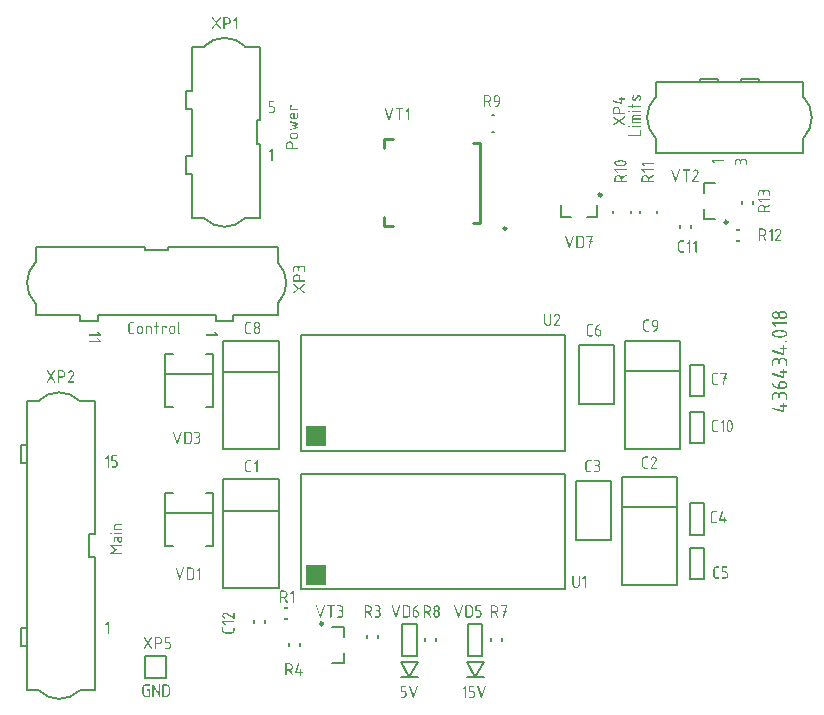
<source format=gto>
G04 Layer_Color=65535*
%FSLAX44Y44*%
%MOMM*%
G71*
G01*
G75*
%ADD45C,0.2500*%
%ADD46C,0.1500*%
%ADD47C,0.2000*%
%ADD48R,0.1500X0.3960*%
%ADD49R,0.1500X0.3556*%
%ADD50R,0.3556X0.1500*%
%ADD51R,0.3960X0.1500*%
%ADD52R,1.7500X1.7500*%
G36*
X497896Y222495D02*
X497994Y222456D01*
X498072Y222378D01*
X498169Y222300D01*
X498228Y222163D01*
X498247Y221988D01*
Y221968D01*
Y221910D01*
X498228Y221812D01*
X498189Y221734D01*
X498111Y221637D01*
X498033Y221539D01*
X497896Y221481D01*
X497721Y221461D01*
X495497D01*
X495380Y221441D01*
X495224Y221402D01*
X495048Y221344D01*
X494873Y221266D01*
X494678Y221149D01*
X494502Y220993D01*
X494483Y220973D01*
X494424Y220915D01*
X494366Y220817D01*
X494287Y220681D01*
X494190Y220525D01*
X494131Y220330D01*
X494073Y220115D01*
X494053Y219881D01*
Y214614D01*
Y214594D01*
Y214516D01*
X494073Y214380D01*
X494112Y214243D01*
X494170Y214068D01*
X494249Y213873D01*
X494346Y213678D01*
X494502Y213502D01*
X494522Y213483D01*
X494580Y213424D01*
X494678Y213365D01*
X494814Y213288D01*
X494970Y213190D01*
X495165Y213131D01*
X495380Y213073D01*
X495614Y213053D01*
X497799D01*
X497896Y213034D01*
X497994Y212995D01*
X498072Y212917D01*
X498169Y212839D01*
X498228Y212702D01*
X498247Y212527D01*
Y212507D01*
Y212449D01*
X498228Y212351D01*
X498189Y212273D01*
X498111Y212176D01*
X498033Y212078D01*
X497896Y212020D01*
X497721Y212000D01*
X495516D01*
X495438Y212020D01*
X495224Y212039D01*
X494970Y212097D01*
X494678Y212195D01*
X494366Y212312D01*
X494053Y212507D01*
X493761Y212761D01*
X493722Y212800D01*
X493644Y212897D01*
X493527Y213053D01*
X493390Y213288D01*
X493234Y213541D01*
X493117Y213873D01*
X493039Y214224D01*
X493000Y214614D01*
Y219881D01*
Y219900D01*
Y219939D01*
Y219979D01*
X493019Y220056D01*
X493039Y220271D01*
X493097Y220525D01*
X493195Y220817D01*
X493312Y221129D01*
X493507Y221441D01*
X493761Y221734D01*
X493800Y221773D01*
X493897Y221851D01*
X494053Y221988D01*
X494287Y222124D01*
X494541Y222261D01*
X494873Y222397D01*
X495224Y222475D01*
X495614Y222514D01*
X497799D01*
X497896Y222495D01*
D02*
G37*
G36*
X503144D02*
X503358Y222475D01*
X503612Y222417D01*
X503904Y222319D01*
X504217Y222183D01*
X504529Y221988D01*
X504821Y221734D01*
X504860Y221695D01*
X504938Y221598D01*
X505075Y221422D01*
X505211Y221207D01*
X505348Y220934D01*
X505485Y220622D01*
X505563Y220271D01*
X505602Y219881D01*
Y219861D01*
Y219822D01*
Y219744D01*
X505582Y219666D01*
X505563Y219549D01*
X505543Y219413D01*
X505465Y219120D01*
X505348Y218789D01*
X505153Y218437D01*
X505036Y218262D01*
X504899Y218086D01*
X504743Y217930D01*
X504548Y217774D01*
X504568D01*
X504587Y217735D01*
X504704Y217638D01*
X504880Y217462D01*
X505075Y217208D01*
X505270Y216916D01*
X505446Y216545D01*
X505563Y216136D01*
X505582Y215901D01*
X505602Y215667D01*
Y214614D01*
Y214594D01*
Y214575D01*
Y214516D01*
X505582Y214438D01*
X505563Y214224D01*
X505504Y213970D01*
X505407Y213678D01*
X505270Y213365D01*
X505075Y213053D01*
X504821Y212761D01*
X504782Y212722D01*
X504685Y212644D01*
X504509Y212527D01*
X504295Y212390D01*
X504022Y212234D01*
X503709Y212117D01*
X503358Y212039D01*
X502968Y212000D01*
X500783D01*
X500686Y212020D01*
X500608Y212059D01*
X500510Y212137D01*
X500413Y212215D01*
X500354Y212351D01*
X500335Y212527D01*
Y212546D01*
Y212605D01*
X500354Y212702D01*
X500393Y212800D01*
X500471Y212878D01*
X500549Y212975D01*
X500686Y213034D01*
X500861Y213053D01*
X503085D01*
X503202Y213073D01*
X503358Y213112D01*
X503534Y213170D01*
X503709Y213249D01*
X503904Y213346D01*
X504080Y213502D01*
X504100Y213522D01*
X504158Y213580D01*
X504236Y213678D01*
X504314Y213814D01*
X504392Y213970D01*
X504470Y214165D01*
X504529Y214380D01*
X504548Y214614D01*
Y215667D01*
Y215687D01*
Y215784D01*
X504529Y215901D01*
X504490Y216057D01*
X504431Y216214D01*
X504353Y216409D01*
X504236Y216604D01*
X504080Y216779D01*
X504061Y216799D01*
X504002Y216857D01*
X503904Y216935D01*
X503768Y217013D01*
X503612Y217091D01*
X503417Y217169D01*
X503202Y217228D01*
X502968Y217247D01*
X501837D01*
X501739Y217267D01*
X501661Y217306D01*
X501564Y217384D01*
X501466Y217462D01*
X501408Y217599D01*
X501388Y217774D01*
Y217794D01*
Y217852D01*
X501408Y217950D01*
X501447Y218047D01*
X501525Y218125D01*
X501603Y218223D01*
X501739Y218281D01*
X501915Y218301D01*
X503085D01*
X503202Y218320D01*
X503358Y218359D01*
X503534Y218418D01*
X503709Y218496D01*
X503904Y218593D01*
X504080Y218750D01*
X504100Y218769D01*
X504158Y218827D01*
X504236Y218925D01*
X504314Y219062D01*
X504392Y219237D01*
X504470Y219432D01*
X504529Y219647D01*
X504548Y219881D01*
Y219900D01*
Y219998D01*
X504529Y220115D01*
X504490Y220271D01*
X504431Y220427D01*
X504353Y220622D01*
X504236Y220817D01*
X504080Y220993D01*
X504061Y221012D01*
X504002Y221071D01*
X503904Y221149D01*
X503768Y221227D01*
X503612Y221305D01*
X503417Y221383D01*
X503202Y221441D01*
X502968Y221461D01*
X500783D01*
X500686Y221481D01*
X500608Y221520D01*
X500510Y221598D01*
X500413Y221676D01*
X500354Y221812D01*
X500335Y221988D01*
Y222007D01*
Y222066D01*
X500354Y222163D01*
X500393Y222261D01*
X500471Y222339D01*
X500549Y222436D01*
X500686Y222495D01*
X500861Y222514D01*
X503066D01*
X503144Y222495D01*
D02*
G37*
G36*
X551144Y225495D02*
X551358Y225475D01*
X551612Y225417D01*
X551904Y225319D01*
X552217Y225183D01*
X552529Y224988D01*
X552821Y224734D01*
X552860Y224695D01*
X552938Y224597D01*
X553075Y224442D01*
X553212Y224227D01*
X553348Y223954D01*
X553485Y223642D01*
X553563Y223271D01*
X553602Y222881D01*
Y222842D01*
Y222744D01*
X553582Y222608D01*
X553543Y222413D01*
X553485Y222179D01*
X553387Y221925D01*
X553270Y221652D01*
X553114Y221359D01*
X549817Y216053D01*
X553153D01*
X553251Y216034D01*
X553348Y215995D01*
X553426Y215917D01*
X553524Y215839D01*
X553582Y215702D01*
X553602Y215527D01*
Y215507D01*
Y215449D01*
X553582Y215351D01*
X553543Y215273D01*
X553465Y215176D01*
X553387Y215078D01*
X553251Y215019D01*
X553075Y215000D01*
X548783D01*
X548686Y215019D01*
X548608Y215058D01*
X548510Y215117D01*
X548413Y215215D01*
X548354Y215332D01*
X548335Y215507D01*
Y215546D01*
X548354Y215605D01*
X548374Y215722D01*
X548432Y215819D01*
X552275Y222003D01*
X552295Y222023D01*
X552314Y222081D01*
X552353Y222159D01*
X552412Y222276D01*
X552470Y222413D01*
X552509Y222549D01*
X552529Y222705D01*
X552548Y222881D01*
Y222900D01*
Y222998D01*
X552529Y223115D01*
X552490Y223271D01*
X552431Y223427D01*
X552353Y223622D01*
X552236Y223817D01*
X552080Y223993D01*
X552061Y224012D01*
X552002Y224071D01*
X551904Y224149D01*
X551768Y224227D01*
X551612Y224305D01*
X551417Y224383D01*
X551202Y224442D01*
X550968Y224461D01*
X550929D01*
X550812Y224442D01*
X550637Y224383D01*
X550422Y224305D01*
X550168Y224129D01*
X550032Y224032D01*
X549895Y223895D01*
X549759Y223759D01*
X549622Y223564D01*
X549466Y223369D01*
X549330Y223134D01*
Y223115D01*
X549310Y223095D01*
X549212Y223018D01*
X549076Y222920D01*
X548979Y222900D01*
X548861Y222881D01*
X548783D01*
X548686Y222900D01*
X548608Y222939D01*
X548510Y223018D01*
X548413Y223095D01*
X548354Y223232D01*
X548335Y223408D01*
Y223427D01*
Y223486D01*
X548354Y223544D01*
X548393Y223622D01*
X548413Y223642D01*
X548432Y223700D01*
X548491Y223798D01*
X548569Y223915D01*
X548666Y224071D01*
X548783Y224227D01*
X548920Y224383D01*
X549076Y224578D01*
X549447Y224910D01*
X549661Y225085D01*
X549895Y225222D01*
X550129Y225339D01*
X550402Y225436D01*
X550676Y225495D01*
X550968Y225514D01*
X551066D01*
X551144Y225495D01*
D02*
G37*
G36*
X215163Y222495D02*
X215261Y222456D01*
X215339Y222378D01*
X215436Y222300D01*
X215495Y222163D01*
X215514Y221988D01*
Y212507D01*
Y212488D01*
Y212429D01*
X215495Y212351D01*
X215456Y212254D01*
X215378Y212156D01*
X215300Y212078D01*
X215163Y212020D01*
X214988Y212000D01*
X214910D01*
X214812Y212020D01*
X214734Y212059D01*
X214637Y212117D01*
X214539Y212215D01*
X214480Y212332D01*
X214461Y212507D01*
Y220720D01*
X213232Y219510D01*
X213213Y219491D01*
X213134Y219432D01*
X213018Y219374D01*
X212881Y219354D01*
X212803D01*
X212705Y219374D01*
X212627Y219413D01*
X212530Y219491D01*
X212432Y219569D01*
X212374Y219705D01*
X212354Y219881D01*
Y219900D01*
Y219920D01*
X212374Y220018D01*
X212413Y220135D01*
X212491Y220252D01*
X214559Y222300D01*
Y222319D01*
X214597Y222339D01*
X214695Y222417D01*
X214832Y222475D01*
X214910Y222514D01*
X215066D01*
X215163Y222495D01*
D02*
G37*
G36*
X545896Y225495D02*
X545994Y225456D01*
X546072Y225378D01*
X546169Y225300D01*
X546228Y225163D01*
X546247Y224988D01*
Y224968D01*
Y224910D01*
X546228Y224812D01*
X546189Y224734D01*
X546111Y224637D01*
X546033Y224539D01*
X545896Y224480D01*
X545721Y224461D01*
X543497D01*
X543380Y224442D01*
X543224Y224403D01*
X543048Y224344D01*
X542873Y224266D01*
X542678Y224149D01*
X542502Y223993D01*
X542483Y223973D01*
X542424Y223915D01*
X542365Y223817D01*
X542287Y223681D01*
X542190Y223525D01*
X542131Y223330D01*
X542073Y223115D01*
X542053Y222881D01*
Y217614D01*
Y217595D01*
Y217516D01*
X542073Y217380D01*
X542112Y217243D01*
X542170Y217068D01*
X542248Y216873D01*
X542346Y216678D01*
X542502Y216502D01*
X542522Y216483D01*
X542580Y216424D01*
X542678Y216366D01*
X542814Y216287D01*
X542970Y216190D01*
X543165Y216131D01*
X543380Y216073D01*
X543614Y216053D01*
X545799D01*
X545896Y216034D01*
X545994Y215995D01*
X546072Y215917D01*
X546169Y215839D01*
X546228Y215702D01*
X546247Y215527D01*
Y215507D01*
Y215449D01*
X546228Y215351D01*
X546189Y215273D01*
X546111Y215176D01*
X546033Y215078D01*
X545896Y215019D01*
X545721Y215000D01*
X543516D01*
X543438Y215019D01*
X543224Y215039D01*
X542970Y215098D01*
X542678Y215195D01*
X542365Y215312D01*
X542053Y215507D01*
X541761Y215761D01*
X541722Y215800D01*
X541644Y215897D01*
X541527Y216053D01*
X541390Y216287D01*
X541234Y216541D01*
X541117Y216873D01*
X541039Y217224D01*
X541000Y217614D01*
Y222881D01*
Y222900D01*
Y222939D01*
Y222978D01*
X541020Y223057D01*
X541039Y223271D01*
X541097Y223525D01*
X541195Y223817D01*
X541312Y224129D01*
X541507Y224442D01*
X541761Y224734D01*
X541800Y224773D01*
X541897Y224851D01*
X542053Y224988D01*
X542287Y225124D01*
X542541Y225261D01*
X542873Y225397D01*
X543224Y225475D01*
X543614Y225514D01*
X545799D01*
X545896Y225495D01*
D02*
G37*
G36*
X613038Y132495D02*
X613135Y132456D01*
X613233Y132378D01*
X613311Y132300D01*
X613369Y132163D01*
X613389Y131988D01*
Y131968D01*
Y131910D01*
X613369Y131812D01*
X613330Y131734D01*
X613272Y131637D01*
X613174Y131539D01*
X613057Y131481D01*
X612882Y131461D01*
X609741D01*
Y128301D01*
X611399D01*
X611477Y128281D01*
X611692Y128262D01*
X611945Y128203D01*
X612238Y128106D01*
X612550Y127969D01*
X612862Y127774D01*
X613155Y127521D01*
X613194Y127481D01*
X613272Y127384D01*
X613409Y127208D01*
X613545Y126994D01*
X613682Y126721D01*
X613818Y126409D01*
X613896Y126058D01*
X613935Y125667D01*
Y124614D01*
Y124594D01*
Y124575D01*
Y124516D01*
X613916Y124438D01*
X613896Y124224D01*
X613838Y123970D01*
X613740Y123678D01*
X613604Y123365D01*
X613409Y123053D01*
X613155Y122761D01*
X613116Y122722D01*
X613018Y122644D01*
X612843Y122527D01*
X612628Y122390D01*
X612355Y122234D01*
X612043Y122117D01*
X611692Y122039D01*
X611302Y122000D01*
X609117D01*
X609039Y122020D01*
X608941Y122058D01*
X608844Y122137D01*
X608766Y122215D01*
X608707Y122351D01*
X608688Y122527D01*
Y122546D01*
Y122605D01*
X608707Y122702D01*
X608746Y122800D01*
X608805Y122878D01*
X608902Y122975D01*
X609019Y123034D01*
X609195Y123053D01*
X611419D01*
X611536Y123073D01*
X611692Y123112D01*
X611867Y123170D01*
X612043Y123249D01*
X612238Y123346D01*
X612414Y123502D01*
X612433Y123522D01*
X612492Y123580D01*
X612570Y123678D01*
X612648Y123814D01*
X612726Y123970D01*
X612804Y124165D01*
X612862Y124380D01*
X612882Y124614D01*
Y125667D01*
Y125687D01*
Y125784D01*
X612862Y125901D01*
X612823Y126058D01*
X612765Y126214D01*
X612687Y126409D01*
X612570Y126604D01*
X612414Y126779D01*
X612394Y126799D01*
X612336Y126857D01*
X612238Y126935D01*
X612102Y127013D01*
X611945Y127091D01*
X611750Y127169D01*
X611536Y127228D01*
X611302Y127247D01*
X609117D01*
X609039Y127267D01*
X608941Y127306D01*
X608844Y127384D01*
X608766Y127462D01*
X608707Y127599D01*
X608688Y127774D01*
Y131988D01*
Y132007D01*
Y132066D01*
X608707Y132163D01*
X608746Y132261D01*
X608805Y132339D01*
X608902Y132436D01*
X609019Y132495D01*
X609195Y132514D01*
X612960D01*
X613038Y132495D01*
D02*
G37*
G36*
X498896Y337495D02*
X498994Y337456D01*
X499072Y337378D01*
X499169Y337300D01*
X499228Y337163D01*
X499247Y336988D01*
Y336968D01*
Y336910D01*
X499228Y336812D01*
X499189Y336734D01*
X499111Y336637D01*
X499033Y336539D01*
X498896Y336480D01*
X498721Y336461D01*
X496497D01*
X496380Y336441D01*
X496224Y336403D01*
X496048Y336344D01*
X495873Y336266D01*
X495678Y336149D01*
X495502Y335993D01*
X495482Y335973D01*
X495424Y335915D01*
X495365Y335817D01*
X495288Y335681D01*
X495190Y335525D01*
X495131Y335330D01*
X495073Y335115D01*
X495053Y334881D01*
Y329614D01*
Y329594D01*
Y329516D01*
X495073Y329380D01*
X495112Y329243D01*
X495170Y329068D01*
X495248Y328873D01*
X495346Y328678D01*
X495502Y328502D01*
X495522Y328483D01*
X495580Y328424D01*
X495678Y328366D01*
X495814Y328288D01*
X495970Y328190D01*
X496165Y328131D01*
X496380Y328073D01*
X496614Y328053D01*
X498799D01*
X498896Y328034D01*
X498994Y327995D01*
X499072Y327917D01*
X499169Y327839D01*
X499228Y327702D01*
X499247Y327527D01*
Y327507D01*
Y327449D01*
X499228Y327351D01*
X499189Y327273D01*
X499111Y327175D01*
X499033Y327078D01*
X498896Y327020D01*
X498721Y327000D01*
X496516D01*
X496438Y327020D01*
X496224Y327039D01*
X495970Y327098D01*
X495678Y327195D01*
X495365Y327312D01*
X495053Y327507D01*
X494761Y327761D01*
X494722Y327800D01*
X494644Y327897D01*
X494527Y328053D01*
X494390Y328288D01*
X494234Y328541D01*
X494117Y328873D01*
X494039Y329224D01*
X494000Y329614D01*
Y334881D01*
Y334900D01*
Y334939D01*
Y334978D01*
X494020Y335056D01*
X494039Y335271D01*
X494098Y335525D01*
X494195Y335817D01*
X494312Y336129D01*
X494507Y336441D01*
X494761Y336734D01*
X494800Y336773D01*
X494897Y336851D01*
X495053Y336988D01*
X495288Y337124D01*
X495541Y337261D01*
X495873Y337397D01*
X496224Y337475D01*
X496614Y337514D01*
X498799D01*
X498896Y337495D01*
D02*
G37*
G36*
X606230Y132495D02*
X606327Y132456D01*
X606405Y132378D01*
X606503Y132300D01*
X606561Y132163D01*
X606581Y131988D01*
Y131968D01*
Y131910D01*
X606561Y131812D01*
X606522Y131734D01*
X606444Y131637D01*
X606366Y131539D01*
X606230Y131481D01*
X606054Y131461D01*
X603830D01*
X603713Y131441D01*
X603557Y131403D01*
X603382Y131344D01*
X603206Y131266D01*
X603011Y131149D01*
X602836Y130993D01*
X602816Y130973D01*
X602757Y130915D01*
X602699Y130817D01*
X602621Y130681D01*
X602523Y130525D01*
X602465Y130330D01*
X602406Y130115D01*
X602387Y129881D01*
Y124614D01*
Y124594D01*
Y124516D01*
X602406Y124380D01*
X602445Y124243D01*
X602504Y124068D01*
X602582Y123873D01*
X602679Y123678D01*
X602836Y123502D01*
X602855Y123483D01*
X602914Y123424D01*
X603011Y123365D01*
X603148Y123287D01*
X603304Y123190D01*
X603499Y123131D01*
X603713Y123073D01*
X603947Y123053D01*
X606132D01*
X606230Y123034D01*
X606327Y122995D01*
X606405Y122917D01*
X606503Y122839D01*
X606561Y122702D01*
X606581Y122527D01*
Y122507D01*
Y122449D01*
X606561Y122351D01*
X606522Y122273D01*
X606444Y122176D01*
X606366Y122078D01*
X606230Y122020D01*
X606054Y122000D01*
X603850D01*
X603772Y122020D01*
X603557Y122039D01*
X603304Y122098D01*
X603011Y122195D01*
X602699Y122312D01*
X602387Y122507D01*
X602094Y122761D01*
X602055Y122800D01*
X601977Y122897D01*
X601860Y123053D01*
X601724Y123287D01*
X601568Y123541D01*
X601451Y123873D01*
X601372Y124224D01*
X601334Y124614D01*
Y129881D01*
Y129900D01*
Y129939D01*
Y129979D01*
X601353Y130056D01*
X601372Y130271D01*
X601431Y130525D01*
X601529Y130817D01*
X601646Y131129D01*
X601841Y131441D01*
X602094Y131734D01*
X602133Y131773D01*
X602231Y131851D01*
X602387Y131988D01*
X602621Y132124D01*
X602875Y132261D01*
X603206Y132397D01*
X603557Y132475D01*
X603947Y132514D01*
X606132D01*
X606230Y132495D01*
D02*
G37*
G36*
X603896Y179495D02*
X603994Y179456D01*
X604072Y179378D01*
X604169Y179300D01*
X604228Y179163D01*
X604247Y178988D01*
Y178968D01*
Y178910D01*
X604228Y178812D01*
X604189Y178734D01*
X604111Y178636D01*
X604033Y178539D01*
X603896Y178480D01*
X603721Y178461D01*
X601497D01*
X601380Y178442D01*
X601224Y178403D01*
X601048Y178344D01*
X600873Y178266D01*
X600678Y178149D01*
X600502Y177993D01*
X600482Y177973D01*
X600424Y177915D01*
X600365Y177817D01*
X600288Y177681D01*
X600190Y177525D01*
X600131Y177330D01*
X600073Y177115D01*
X600053Y176881D01*
Y171614D01*
Y171594D01*
Y171516D01*
X600073Y171380D01*
X600112Y171243D01*
X600170Y171068D01*
X600248Y170873D01*
X600346Y170678D01*
X600502Y170502D01*
X600522Y170483D01*
X600580Y170424D01*
X600678Y170366D01*
X600814Y170287D01*
X600970Y170190D01*
X601165Y170131D01*
X601380Y170073D01*
X601614Y170053D01*
X603799D01*
X603896Y170034D01*
X603994Y169995D01*
X604072Y169917D01*
X604169Y169839D01*
X604228Y169702D01*
X604247Y169527D01*
Y169507D01*
Y169449D01*
X604228Y169351D01*
X604189Y169273D01*
X604111Y169176D01*
X604033Y169078D01*
X603896Y169020D01*
X603721Y169000D01*
X601516D01*
X601438Y169020D01*
X601224Y169039D01*
X600970Y169097D01*
X600678Y169195D01*
X600365Y169312D01*
X600053Y169507D01*
X599761Y169761D01*
X599722Y169800D01*
X599644Y169897D01*
X599527Y170053D01*
X599390Y170287D01*
X599234Y170541D01*
X599117Y170873D01*
X599039Y171224D01*
X599000Y171614D01*
Y176881D01*
Y176900D01*
Y176939D01*
Y176978D01*
X599020Y177057D01*
X599039Y177271D01*
X599098Y177525D01*
X599195Y177817D01*
X599312Y178129D01*
X599507Y178442D01*
X599761Y178734D01*
X599800Y178773D01*
X599897Y178851D01*
X600053Y178988D01*
X600288Y179124D01*
X600541Y179261D01*
X600873Y179397D01*
X601224Y179475D01*
X601614Y179514D01*
X603799D01*
X603896Y179495D01*
D02*
G37*
G36*
X609144D02*
X609241Y179456D01*
X609319Y179378D01*
X609417Y179300D01*
X609475Y179163D01*
X609495Y178988D01*
Y178968D01*
Y178949D01*
X609456Y178832D01*
X607544Y172160D01*
X610022D01*
Y173721D01*
Y173740D01*
Y173799D01*
X610041Y173896D01*
X610080Y173994D01*
X610158Y174072D01*
X610236Y174169D01*
X610373Y174228D01*
X610548Y174247D01*
X610626D01*
X610724Y174228D01*
X610821Y174189D01*
X610899Y174111D01*
X610997Y174033D01*
X611055Y173896D01*
X611075Y173721D01*
Y172160D01*
X612187D01*
X612284Y172141D01*
X612382Y172102D01*
X612460Y172024D01*
X612557Y171946D01*
X612616Y171809D01*
X612635Y171633D01*
Y171614D01*
Y171555D01*
X612616Y171458D01*
X612577Y171380D01*
X612499Y171282D01*
X612421Y171185D01*
X612284Y171126D01*
X612109Y171107D01*
X611075D01*
Y169527D01*
Y169507D01*
Y169449D01*
X611055Y169351D01*
X611016Y169273D01*
X610938Y169176D01*
X610860Y169078D01*
X610724Y169020D01*
X610548Y169000D01*
X610470D01*
X610373Y169020D01*
X610295Y169058D01*
X610197Y169137D01*
X610100Y169215D01*
X610041Y169351D01*
X610022Y169527D01*
Y171107D01*
X606783D01*
X606686Y171126D01*
X606608Y171165D01*
X606510Y171224D01*
X606413Y171321D01*
X606354Y171438D01*
X606335Y171614D01*
Y171633D01*
Y171672D01*
X606354Y171770D01*
X608461Y179124D01*
Y179144D01*
X608480Y179183D01*
X608559Y179319D01*
X608637Y179397D01*
X608715Y179456D01*
X608832Y179495D01*
X608968Y179514D01*
X609046D01*
X609144Y179495D01*
D02*
G37*
G36*
X539649Y505388D02*
X539746Y505349D01*
X539844Y505271D01*
X539922Y505193D01*
X539981Y505056D01*
X540000Y504881D01*
Y504861D01*
Y504803D01*
X539981Y504705D01*
X539941Y504627D01*
X539883Y504530D01*
X539785Y504432D01*
X539668Y504374D01*
X539493Y504354D01*
X533094D01*
X532997Y504374D01*
X532899Y504413D01*
X532821Y504491D01*
X532724Y504569D01*
X532665Y504705D01*
X532646Y504881D01*
Y504900D01*
Y504959D01*
X532665Y505056D01*
X532704Y505154D01*
X532782Y505232D01*
X532860Y505330D01*
X532997Y505388D01*
X533172Y505408D01*
X539571D01*
X539649Y505388D01*
D02*
G37*
G36*
Y514869D02*
X539746Y514830D01*
X539844Y514752D01*
X539922Y514674D01*
X539981Y514537D01*
X540000Y514361D01*
Y514342D01*
Y514283D01*
X539981Y514186D01*
X539941Y514108D01*
X539883Y514010D01*
X539785Y513913D01*
X539668Y513854D01*
X539493Y513835D01*
X534674D01*
X534596Y513815D01*
X534499Y513796D01*
X534382Y513757D01*
X534245Y513698D01*
X534128Y513620D01*
X534011Y513523D01*
X533992Y513503D01*
X533953Y513464D01*
X533914Y513406D01*
X533855Y513308D01*
X533797Y513210D01*
X533738Y513074D01*
X533719Y512937D01*
X533699Y512781D01*
Y511728D01*
X539571D01*
X539649Y511708D01*
X539746Y511669D01*
X539844Y511591D01*
X539922Y511513D01*
X539981Y511377D01*
X540000Y511201D01*
Y511182D01*
Y511123D01*
X539981Y511026D01*
X539941Y510948D01*
X539883Y510850D01*
X539785Y510753D01*
X539668Y510694D01*
X539493Y510675D01*
X533699D01*
Y508568D01*
X539571D01*
X539649Y508548D01*
X539746Y508509D01*
X539844Y508431D01*
X539922Y508353D01*
X539981Y508217D01*
X540000Y508041D01*
Y508022D01*
Y507963D01*
X539981Y507865D01*
X539941Y507788D01*
X539883Y507690D01*
X539785Y507592D01*
X539668Y507534D01*
X539493Y507514D01*
X533094D01*
X532997Y507534D01*
X532899Y507573D01*
X532821Y507651D01*
X532724Y507729D01*
X532665Y507865D01*
X532646Y508041D01*
Y512781D01*
Y512801D01*
Y512820D01*
Y512937D01*
X532685Y513093D01*
X532724Y513288D01*
X532802Y513523D01*
X532899Y513776D01*
X533055Y514030D01*
X533270Y514264D01*
X533289Y514283D01*
X533387Y514361D01*
X533504Y514459D01*
X533680Y514576D01*
X533894Y514693D01*
X534148Y514791D01*
X534440Y514869D01*
X534753Y514888D01*
X539571D01*
X539649Y514869D01*
D02*
G37*
G36*
X530715Y505388D02*
X530793Y505349D01*
X530890Y505271D01*
X530988Y505193D01*
X531046Y505056D01*
X531066Y504881D01*
Y504861D01*
Y504803D01*
X531046Y504705D01*
X531007Y504627D01*
X530929Y504530D01*
X530851Y504432D01*
X530715Y504374D01*
X530539Y504354D01*
X529934D01*
X529837Y504374D01*
X529739Y504413D01*
X529661Y504491D01*
X529564Y504569D01*
X529505Y504705D01*
X529486Y504881D01*
Y504900D01*
Y504959D01*
X529505Y505056D01*
X529544Y505154D01*
X529622Y505232D01*
X529700Y505330D01*
X529837Y505388D01*
X530012Y505408D01*
X530617D01*
X530715Y505388D01*
D02*
G37*
G36*
X610149Y476641D02*
X610246Y476602D01*
X610344Y476524D01*
X610422Y476446D01*
X610480Y476309D01*
X610500Y476133D01*
Y476114D01*
Y476055D01*
X610480Y475958D01*
X610441Y475880D01*
X610383Y475782D01*
X610285Y475685D01*
X610168Y475626D01*
X609993Y475607D01*
X601780D01*
X602990Y474378D01*
X603009Y474358D01*
X603068Y474280D01*
X603126Y474163D01*
X603146Y474027D01*
Y474007D01*
Y473949D01*
X603126Y473851D01*
X603087Y473773D01*
X603009Y473676D01*
X602931Y473578D01*
X602795Y473520D01*
X602619Y473500D01*
X602580D01*
X602482Y473520D01*
X602365Y473559D01*
X602248Y473637D01*
X600200Y475704D01*
X600181D01*
X600161Y475743D01*
X600083Y475841D01*
X600025Y475977D01*
X599986Y476055D01*
Y476133D01*
Y476153D01*
Y476212D01*
X600005Y476309D01*
X600044Y476407D01*
X600122Y476485D01*
X600200Y476582D01*
X600337Y476641D01*
X600512Y476660D01*
X610071D01*
X610149Y476641D01*
D02*
G37*
G36*
X539649Y502228D02*
X539727Y502189D01*
X539824Y502111D01*
X539922Y502033D01*
X539981Y501896D01*
X540000Y501721D01*
Y497527D01*
Y497507D01*
Y497449D01*
X539981Y497351D01*
X539941Y497273D01*
X539883Y497176D01*
X539785Y497078D01*
X539668Y497020D01*
X539493Y497000D01*
X529934D01*
X529837Y497020D01*
X529739Y497058D01*
X529661Y497136D01*
X529564Y497215D01*
X529505Y497351D01*
X529486Y497527D01*
Y497546D01*
Y497605D01*
X529505Y497702D01*
X529544Y497800D01*
X529622Y497878D01*
X529700Y497975D01*
X529837Y498034D01*
X530012Y498053D01*
X538947D01*
Y501721D01*
Y501740D01*
Y501799D01*
X538966Y501896D01*
X539005Y501994D01*
X539083Y502072D01*
X539161Y502169D01*
X539298Y502228D01*
X539473Y502247D01*
X539551D01*
X539649Y502228D01*
D02*
G37*
G36*
X538322Y531664D02*
X538498Y531645D01*
X538713Y531586D01*
X538947Y531508D01*
X539181Y531372D01*
X539415Y531177D01*
X539610Y530923D01*
X539629Y530904D01*
X539668Y530806D01*
X539727Y530669D01*
X539805Y530474D01*
X539883Y530240D01*
X539941Y529948D01*
X539981Y529636D01*
X540000Y529265D01*
Y529245D01*
Y529206D01*
Y529109D01*
Y529011D01*
X539981Y528875D01*
X539961Y528738D01*
X539922Y528368D01*
X539864Y527977D01*
X539766Y527548D01*
X539629Y527119D01*
X539434Y526710D01*
Y526690D01*
X539395Y526670D01*
X539298Y526573D01*
X539161Y526456D01*
X539064Y526436D01*
X538947Y526417D01*
X538908D01*
X538830Y526436D01*
X538713Y526475D01*
X538596Y526573D01*
X538576Y526592D01*
X538517Y526670D01*
X538459Y526787D01*
X538439Y526944D01*
Y526963D01*
Y527022D01*
X538479Y527158D01*
Y527178D01*
X538498Y527197D01*
X538517Y527256D01*
X538557Y527353D01*
X538596Y527451D01*
X538634Y527587D01*
X538693Y527724D01*
X538771Y527899D01*
Y527938D01*
X538791Y528016D01*
X538830Y528172D01*
X538849Y528348D01*
X538888Y528563D01*
X538927Y528797D01*
X538947Y529284D01*
Y529304D01*
Y529343D01*
Y529402D01*
X538927Y529499D01*
X538908Y529714D01*
X538849Y529967D01*
X538752Y530201D01*
X538615Y530416D01*
X538537Y530513D01*
X538420Y530572D01*
X538303Y530611D01*
X538166Y530630D01*
X538088D01*
X537991Y530611D01*
X537893Y530572D01*
X537776Y530513D01*
X537640Y530435D01*
X537542Y530338D01*
X537445Y530182D01*
X536157Y527490D01*
Y527470D01*
X536138Y527451D01*
X536060Y527314D01*
X535942Y527158D01*
X535747Y526963D01*
X535533Y526749D01*
X535240Y526592D01*
X534889Y526456D01*
X534694Y526436D01*
X534479Y526417D01*
X534440D01*
X534323Y526436D01*
X534167Y526456D01*
X533972Y526514D01*
X533738Y526612D01*
X533524Y526729D01*
X533289Y526924D01*
X533094Y527178D01*
X533075Y527217D01*
X533016Y527295D01*
X532958Y527431D01*
X532860Y527626D01*
X532782Y527860D01*
X532724Y528134D01*
X532665Y528426D01*
X532646Y528777D01*
Y528797D01*
Y528836D01*
Y528894D01*
Y528972D01*
X532685Y529206D01*
X532724Y529479D01*
X532782Y529811D01*
X532899Y530162D01*
X533036Y530533D01*
X533231Y530884D01*
Y530904D01*
X533270Y530923D01*
X533348Y531021D01*
X533504Y531118D01*
X533602Y531138D01*
X533699Y531157D01*
X533738D01*
X533816Y531138D01*
X533953Y531099D01*
X534070Y531001D01*
X534089Y530981D01*
X534148Y530904D01*
X534206Y530787D01*
X534226Y530630D01*
Y530611D01*
Y530552D01*
X534206Y530474D01*
X534167Y530377D01*
X534148Y530338D01*
X534089Y530240D01*
X534011Y530084D01*
X533933Y529889D01*
X533855Y529655D01*
X533777Y529382D01*
X533719Y529089D01*
X533699Y528777D01*
Y528758D01*
Y528719D01*
Y528660D01*
X533719Y528582D01*
X533738Y528368D01*
X533797Y528134D01*
X533894Y527880D01*
X534031Y527685D01*
X534128Y527587D01*
X534226Y527529D01*
X534362Y527490D01*
X534499Y527470D01*
X534577D01*
X534655Y527490D01*
X534772Y527529D01*
X534870Y527568D01*
X534987Y527646D01*
X535104Y527763D01*
X535182Y527899D01*
X536508Y530630D01*
Y530650D01*
X536528Y530669D01*
X536606Y530787D01*
X536723Y530962D01*
X536898Y531157D01*
X537132Y531352D01*
X537425Y531528D01*
X537757Y531645D01*
X537952Y531664D01*
X538166Y531684D01*
X538205D01*
X538322Y531664D01*
D02*
G37*
G36*
X209896Y222495D02*
X209994Y222456D01*
X210072Y222378D01*
X210169Y222300D01*
X210228Y222163D01*
X210247Y221988D01*
Y221968D01*
Y221910D01*
X210228Y221812D01*
X210189Y221734D01*
X210111Y221637D01*
X210033Y221539D01*
X209896Y221481D01*
X209721Y221461D01*
X207497D01*
X207380Y221441D01*
X207224Y221402D01*
X207048Y221344D01*
X206873Y221266D01*
X206678Y221149D01*
X206502Y220993D01*
X206483Y220973D01*
X206424Y220915D01*
X206366Y220817D01*
X206287Y220681D01*
X206190Y220525D01*
X206131Y220330D01*
X206073Y220115D01*
X206053Y219881D01*
Y214614D01*
Y214594D01*
Y214516D01*
X206073Y214380D01*
X206112Y214243D01*
X206170Y214068D01*
X206248Y213873D01*
X206346Y213678D01*
X206502Y213502D01*
X206522Y213483D01*
X206580Y213424D01*
X206678Y213365D01*
X206814Y213288D01*
X206970Y213190D01*
X207165Y213131D01*
X207380Y213073D01*
X207614Y213053D01*
X209799D01*
X209896Y213034D01*
X209994Y212995D01*
X210072Y212917D01*
X210169Y212839D01*
X210228Y212702D01*
X210247Y212527D01*
Y212507D01*
Y212449D01*
X210228Y212351D01*
X210189Y212273D01*
X210111Y212176D01*
X210033Y212078D01*
X209896Y212020D01*
X209721Y212000D01*
X207516D01*
X207438Y212020D01*
X207224Y212039D01*
X206970Y212097D01*
X206678Y212195D01*
X206366Y212312D01*
X206053Y212507D01*
X205761Y212761D01*
X205722Y212800D01*
X205644Y212897D01*
X205527Y213053D01*
X205390Y213288D01*
X205234Y213541D01*
X205117Y213873D01*
X205039Y214224D01*
X205000Y214614D01*
Y219881D01*
Y219900D01*
Y219939D01*
Y219979D01*
X205019Y220056D01*
X205039Y220271D01*
X205098Y220525D01*
X205195Y220817D01*
X205312Y221129D01*
X205507Y221441D01*
X205761Y221734D01*
X205800Y221773D01*
X205897Y221851D01*
X206053Y221988D01*
X206287Y222124D01*
X206541Y222261D01*
X206873Y222397D01*
X207224Y222475D01*
X207614Y222514D01*
X209799D01*
X209896Y222495D01*
D02*
G37*
G36*
X533348Y524310D02*
X533426Y524271D01*
X533524Y524193D01*
X533621Y524115D01*
X533680Y523979D01*
X533699Y523803D01*
Y522242D01*
X539571D01*
X539649Y522223D01*
X539746Y522184D01*
X539844Y522106D01*
X539922Y522028D01*
X539981Y521891D01*
X540000Y521716D01*
Y521696D01*
Y521638D01*
X539981Y521540D01*
X539941Y521462D01*
X539883Y521365D01*
X539785Y521267D01*
X539668Y521208D01*
X539493Y521189D01*
X533699D01*
Y520662D01*
Y520643D01*
Y520584D01*
X533680Y520487D01*
X533641Y520409D01*
X533563Y520311D01*
X533485Y520214D01*
X533348Y520155D01*
X533172Y520135D01*
X533094D01*
X532997Y520155D01*
X532899Y520194D01*
X532821Y520272D01*
X532724Y520350D01*
X532665Y520487D01*
X532646Y520662D01*
Y521189D01*
X529934D01*
X529837Y521208D01*
X529739Y521247D01*
X529661Y521325D01*
X529564Y521404D01*
X529505Y521540D01*
X529486Y521716D01*
Y521735D01*
Y521794D01*
X529505Y521891D01*
X529544Y521989D01*
X529622Y522067D01*
X529700Y522164D01*
X529837Y522223D01*
X530012Y522242D01*
X532646D01*
Y523803D01*
Y523822D01*
Y523881D01*
X532665Y523979D01*
X532704Y524076D01*
X532782Y524154D01*
X532860Y524252D01*
X532997Y524310D01*
X533172Y524330D01*
X533251D01*
X533348Y524310D01*
D02*
G37*
G36*
X530715Y518009D02*
X530793Y517970D01*
X530890Y517892D01*
X530988Y517814D01*
X531046Y517678D01*
X531066Y517502D01*
Y517483D01*
Y517424D01*
X531046Y517327D01*
X531007Y517248D01*
X530929Y517151D01*
X530851Y517053D01*
X530715Y516995D01*
X530539Y516975D01*
X529934D01*
X529837Y516995D01*
X529739Y517034D01*
X529661Y517112D01*
X529564Y517190D01*
X529505Y517327D01*
X529486Y517502D01*
Y517522D01*
Y517580D01*
X529505Y517678D01*
X529544Y517775D01*
X529622Y517853D01*
X529700Y517951D01*
X529837Y518009D01*
X530012Y518029D01*
X530617D01*
X530715Y518009D01*
D02*
G37*
G36*
X539649D02*
X539746Y517970D01*
X539844Y517892D01*
X539922Y517814D01*
X539981Y517678D01*
X540000Y517502D01*
Y517483D01*
Y517424D01*
X539981Y517327D01*
X539941Y517248D01*
X539883Y517151D01*
X539785Y517053D01*
X539668Y516995D01*
X539493Y516975D01*
X533094D01*
X532997Y516995D01*
X532899Y517034D01*
X532821Y517112D01*
X532724Y517190D01*
X532665Y517327D01*
X532646Y517502D01*
Y517522D01*
Y517580D01*
X532665Y517678D01*
X532704Y517775D01*
X532782Y517853D01*
X532860Y517951D01*
X532997Y518009D01*
X533172Y518029D01*
X539571D01*
X539649Y518009D01*
D02*
G37*
G36*
X505197Y337495D02*
X505295Y337456D01*
X505373Y337378D01*
X505470Y337300D01*
X505529Y337163D01*
X505548Y336988D01*
Y336968D01*
Y336929D01*
X505529Y336851D01*
X505509Y336773D01*
X505431Y336617D01*
X505373Y336558D01*
X505275Y336520D01*
X505256D01*
X505217Y336500D01*
X505158Y336480D01*
X505080Y336461D01*
X504865Y336363D01*
X504592Y336227D01*
X504261Y336051D01*
X503929Y335798D01*
X503578Y335486D01*
X503246Y335115D01*
X503207Y335076D01*
X503129Y334959D01*
X503012Y334783D01*
X502876Y334569D01*
X502739Y334296D01*
X502622Y333984D01*
X502505Y333652D01*
X502447Y333301D01*
X504085D01*
X504163Y333281D01*
X504358Y333262D01*
X504612Y333203D01*
X504924Y333106D01*
X505236Y332969D01*
X505548Y332774D01*
X505841Y332520D01*
X505880Y332481D01*
X505958Y332384D01*
X506075Y332228D01*
X506231Y332013D01*
X506368Y331740D01*
X506485Y331428D01*
X506563Y331058D01*
X506602Y330667D01*
Y329614D01*
Y329594D01*
Y329575D01*
Y329516D01*
X506582Y329438D01*
X506563Y329224D01*
X506504Y328970D01*
X506407Y328678D01*
X506270Y328366D01*
X506075Y328053D01*
X505821Y327761D01*
X505782Y327722D01*
X505685Y327644D01*
X505529Y327527D01*
X505314Y327390D01*
X505041Y327234D01*
X504729Y327117D01*
X504358Y327039D01*
X503968Y327000D01*
X503871D01*
X503793Y327020D01*
X503578Y327039D01*
X503324Y327098D01*
X503032Y327175D01*
X502720Y327312D01*
X502408Y327488D01*
X502115Y327741D01*
X502076Y327780D01*
X501998Y327878D01*
X501881Y328034D01*
X501744Y328268D01*
X501588Y328521D01*
X501471Y328853D01*
X501393Y329204D01*
X501354Y329594D01*
Y332774D01*
Y332794D01*
Y332852D01*
Y332950D01*
X501374Y333067D01*
X501393Y333223D01*
X501413Y333398D01*
X501452Y333613D01*
X501510Y333828D01*
X501647Y334315D01*
X501744Y334569D01*
X501842Y334842D01*
X501978Y335115D01*
X502135Y335369D01*
X502310Y335642D01*
X502525Y335895D01*
X502544Y335915D01*
X502564Y335934D01*
X502622Y335993D01*
X502681Y336071D01*
X502876Y336246D01*
X503129Y336480D01*
X503422Y336715D01*
X503754Y336968D01*
X504144Y337183D01*
X504534Y337378D01*
X504553D01*
X504592Y337397D01*
X504710Y337456D01*
X504865Y337495D01*
X505022Y337514D01*
X505100D01*
X505197Y337495D01*
D02*
G37*
G36*
X426284Y99495D02*
X426382Y99456D01*
X426479Y99378D01*
X426558Y99300D01*
X426636Y99163D01*
X426655Y98988D01*
Y98968D01*
X426636Y98871D01*
X425719Y94774D01*
X426206D01*
X426304Y94755D01*
X426401Y94716D01*
X426479Y94638D01*
X426577Y94560D01*
X426636Y94423D01*
X426655Y94247D01*
Y94228D01*
Y94169D01*
X426636Y94072D01*
X426596Y93994D01*
X426519Y93896D01*
X426441Y93799D01*
X426304Y93740D01*
X426128Y93721D01*
X425485D01*
X424529Y89410D01*
Y89390D01*
X424509Y89351D01*
X424431Y89215D01*
X424353Y89137D01*
X424275Y89059D01*
X424158Y89019D01*
X424022Y89000D01*
X423944D01*
X423846Y89019D01*
X423768Y89059D01*
X423671Y89117D01*
X423573Y89215D01*
X423514Y89332D01*
X423495Y89507D01*
Y89527D01*
Y89546D01*
Y89644D01*
X424392Y93721D01*
X423924D01*
X423846Y93740D01*
X423749Y93779D01*
X423651Y93857D01*
X423573Y93935D01*
X423514Y94072D01*
X423495Y94247D01*
Y94267D01*
Y94326D01*
X423514Y94423D01*
X423553Y94521D01*
X423631Y94599D01*
X423709Y94696D01*
X423846Y94755D01*
X424022Y94774D01*
X424626D01*
X425465Y98461D01*
X421837D01*
X421739Y98481D01*
X421661Y98519D01*
X421564Y98597D01*
X421466Y98676D01*
X421408Y98812D01*
X421388Y98988D01*
Y99007D01*
Y99066D01*
X421408Y99163D01*
X421447Y99261D01*
X421525Y99339D01*
X421603Y99436D01*
X421739Y99495D01*
X421915Y99514D01*
X426206D01*
X426284Y99495D01*
D02*
G37*
G36*
X359355D02*
X359472D01*
X359609Y99475D01*
X359901Y99397D01*
X360253Y99280D01*
X360623Y99124D01*
X361013Y98890D01*
X361189Y98734D01*
X361365Y98578D01*
X361384Y98559D01*
X361404Y98539D01*
X361442Y98481D01*
X361521Y98422D01*
X361657Y98227D01*
X361833Y97954D01*
X362008Y97642D01*
X362164Y97252D01*
X362262Y96822D01*
X362281Y96588D01*
X362301Y96354D01*
Y96335D01*
Y96257D01*
X362281Y96140D01*
Y96003D01*
X362242Y95828D01*
X362203Y95632D01*
X362145Y95398D01*
X362067Y95164D01*
X361969Y94930D01*
X361833Y94677D01*
X361696Y94443D01*
X361501Y94208D01*
X361287Y93974D01*
X361033Y93760D01*
X360740Y93584D01*
X360409Y93428D01*
X362242Y89761D01*
X362262Y89741D01*
X362281Y89683D01*
X362301Y89605D01*
Y89507D01*
Y89468D01*
X362281Y89390D01*
X362223Y89273D01*
X362125Y89156D01*
X362106Y89137D01*
X362028Y89078D01*
X361911Y89019D01*
X361755Y89000D01*
X361696D01*
X361579Y89039D01*
X361501Y89078D01*
X361423Y89117D01*
X361345Y89195D01*
X361287Y89293D01*
X359336Y93194D01*
X357053D01*
Y89507D01*
Y89488D01*
Y89429D01*
X357034Y89351D01*
X356995Y89254D01*
X356917Y89156D01*
X356839Y89078D01*
X356702Y89019D01*
X356527Y89000D01*
X356449D01*
X356351Y89019D01*
X356273Y89059D01*
X356176Y89117D01*
X356078Y89215D01*
X356020Y89332D01*
X356000Y89507D01*
Y98988D01*
Y99007D01*
Y99066D01*
X356020Y99163D01*
X356059Y99261D01*
X356117Y99339D01*
X356215Y99436D01*
X356332Y99495D01*
X356507Y99514D01*
X359277D01*
X359355Y99495D01*
D02*
G37*
G36*
X416355D02*
X416472D01*
X416609Y99475D01*
X416902Y99397D01*
X417253Y99280D01*
X417623Y99124D01*
X418013Y98890D01*
X418189Y98734D01*
X418364Y98578D01*
X418384Y98559D01*
X418404Y98539D01*
X418442Y98481D01*
X418521Y98422D01*
X418657Y98227D01*
X418833Y97954D01*
X419008Y97642D01*
X419164Y97252D01*
X419262Y96822D01*
X419281Y96588D01*
X419301Y96354D01*
Y96335D01*
Y96257D01*
X419281Y96140D01*
Y96003D01*
X419242Y95828D01*
X419203Y95632D01*
X419145Y95398D01*
X419067Y95164D01*
X418969Y94930D01*
X418833Y94677D01*
X418696Y94443D01*
X418501Y94208D01*
X418287Y93974D01*
X418033Y93760D01*
X417740Y93584D01*
X417409Y93428D01*
X419242Y89761D01*
X419262Y89741D01*
X419281Y89683D01*
X419301Y89605D01*
Y89507D01*
Y89468D01*
X419281Y89390D01*
X419223Y89273D01*
X419125Y89156D01*
X419106Y89137D01*
X419028Y89078D01*
X418911Y89019D01*
X418755Y89000D01*
X418696D01*
X418579Y89039D01*
X418501Y89078D01*
X418423Y89117D01*
X418345Y89195D01*
X418287Y89293D01*
X416336Y93194D01*
X414053D01*
Y89507D01*
Y89488D01*
Y89429D01*
X414034Y89351D01*
X413995Y89254D01*
X413917Y89156D01*
X413839Y89078D01*
X413702Y89019D01*
X413527Y89000D01*
X413449D01*
X413351Y89019D01*
X413273Y89059D01*
X413176Y89117D01*
X413078Y89215D01*
X413019Y89332D01*
X413000Y89507D01*
Y98988D01*
Y99007D01*
Y99066D01*
X413019Y99163D01*
X413059Y99261D01*
X413117Y99339D01*
X413215Y99436D01*
X413332Y99495D01*
X413507Y99514D01*
X416277D01*
X416355Y99495D01*
D02*
G37*
G36*
X242355Y50495D02*
X242472D01*
X242609Y50475D01*
X242901Y50397D01*
X243253Y50280D01*
X243623Y50124D01*
X244013Y49890D01*
X244189Y49734D01*
X244364Y49578D01*
X244384Y49559D01*
X244403Y49539D01*
X244443Y49481D01*
X244520Y49422D01*
X244657Y49227D01*
X244833Y48954D01*
X245008Y48642D01*
X245164Y48252D01*
X245262Y47822D01*
X245281Y47588D01*
X245301Y47354D01*
Y47335D01*
Y47257D01*
X245281Y47140D01*
Y47003D01*
X245242Y46828D01*
X245203Y46632D01*
X245145Y46398D01*
X245067Y46164D01*
X244969Y45930D01*
X244833Y45677D01*
X244696Y45443D01*
X244501Y45208D01*
X244286Y44974D01*
X244033Y44760D01*
X243740Y44584D01*
X243409Y44428D01*
X245242Y40761D01*
X245262Y40741D01*
X245281Y40683D01*
X245301Y40605D01*
Y40507D01*
Y40468D01*
X245281Y40390D01*
X245223Y40273D01*
X245125Y40156D01*
X245106Y40136D01*
X245028Y40078D01*
X244911Y40019D01*
X244755Y40000D01*
X244696D01*
X244579Y40039D01*
X244501Y40078D01*
X244423Y40117D01*
X244345Y40195D01*
X244286Y40293D01*
X242336Y44194D01*
X240053D01*
Y40507D01*
Y40488D01*
Y40429D01*
X240034Y40351D01*
X239995Y40254D01*
X239917Y40156D01*
X239839Y40078D01*
X239702Y40019D01*
X239527Y40000D01*
X239449D01*
X239351Y40019D01*
X239273Y40058D01*
X239176Y40117D01*
X239078Y40215D01*
X239020Y40332D01*
X239000Y40507D01*
Y49988D01*
Y50007D01*
Y50066D01*
X239020Y50163D01*
X239058Y50261D01*
X239117Y50339D01*
X239215Y50436D01*
X239332Y50495D01*
X239507Y50514D01*
X242277D01*
X242355Y50495D01*
D02*
G37*
G36*
X250197D02*
X250295Y50456D01*
X250373Y50378D01*
X250470Y50300D01*
X250529Y50163D01*
X250548Y49988D01*
Y49968D01*
Y49949D01*
X250509Y49832D01*
X248598Y43160D01*
X251075D01*
Y44721D01*
Y44740D01*
Y44799D01*
X251094Y44896D01*
X251133Y44994D01*
X251211Y45072D01*
X251290Y45169D01*
X251426Y45228D01*
X251602Y45247D01*
X251680D01*
X251777Y45228D01*
X251875Y45189D01*
X251953Y45111D01*
X252050Y45033D01*
X252109Y44896D01*
X252128Y44721D01*
Y43160D01*
X253240D01*
X253338Y43141D01*
X253435Y43102D01*
X253513Y43024D01*
X253611Y42946D01*
X253669Y42809D01*
X253689Y42634D01*
Y42614D01*
Y42555D01*
X253669Y42458D01*
X253630Y42380D01*
X253552Y42282D01*
X253474Y42185D01*
X253338Y42126D01*
X253162Y42107D01*
X252128D01*
Y40527D01*
Y40507D01*
Y40449D01*
X252109Y40351D01*
X252070Y40273D01*
X251992Y40176D01*
X251914Y40078D01*
X251777Y40019D01*
X251602Y40000D01*
X251524D01*
X251426Y40019D01*
X251348Y40058D01*
X251250Y40136D01*
X251153Y40215D01*
X251094Y40351D01*
X251075Y40527D01*
Y42107D01*
X247837D01*
X247739Y42126D01*
X247661Y42165D01*
X247564Y42224D01*
X247466Y42321D01*
X247408Y42438D01*
X247388Y42614D01*
Y42634D01*
Y42673D01*
X247408Y42770D01*
X249514Y50124D01*
Y50144D01*
X249534Y50183D01*
X249612Y50319D01*
X249690Y50397D01*
X249768Y50456D01*
X249885Y50495D01*
X250022Y50514D01*
X250100D01*
X250197Y50495D01*
D02*
G37*
G36*
X527610Y463719D02*
X527727Y463661D01*
X527844Y463563D01*
X527864Y463544D01*
X527922Y463465D01*
X527980Y463349D01*
X528000Y463192D01*
Y463173D01*
Y463134D01*
X527961Y463017D01*
X527922Y462939D01*
X527883Y462861D01*
X527805Y462783D01*
X527707Y462724D01*
X523806Y460774D01*
Y460754D01*
Y460715D01*
Y460657D01*
Y460578D01*
Y458491D01*
X527571D01*
X527649Y458472D01*
X527746Y458433D01*
X527844Y458355D01*
X527922Y458277D01*
X527980Y458140D01*
X528000Y457965D01*
Y457945D01*
Y457887D01*
X527980Y457789D01*
X527942Y457711D01*
X527883Y457613D01*
X527785Y457516D01*
X527668Y457457D01*
X527493Y457438D01*
X517934D01*
X517837Y457457D01*
X517739Y457496D01*
X517661Y457555D01*
X517564Y457652D01*
X517505Y457769D01*
X517486Y457945D01*
Y460578D01*
Y460598D01*
Y460637D01*
Y460715D01*
X517505Y460793D01*
Y460910D01*
X517525Y461047D01*
X517603Y461339D01*
X517720Y461690D01*
X517876Y462061D01*
X518110Y462451D01*
X518266Y462627D01*
X518422Y462802D01*
X518442Y462822D01*
X518461Y462841D01*
X518520Y462880D01*
X518578Y462958D01*
X518773Y463095D01*
X519046Y463270D01*
X519358Y463446D01*
X519748Y463602D01*
X520178Y463700D01*
X520412Y463719D01*
X520646Y463739D01*
X520743D01*
X520860Y463719D01*
X520997D01*
X521172Y463680D01*
X521368Y463641D01*
X521602Y463583D01*
X521836Y463504D01*
X522070Y463407D01*
X522323Y463270D01*
X522557Y463134D01*
X522792Y462939D01*
X523026Y462724D01*
X523240Y462471D01*
X523416Y462178D01*
X523572Y461846D01*
X527239Y463680D01*
X527259Y463700D01*
X527317Y463719D01*
X527395Y463739D01*
X527532D01*
X527610Y463719D01*
D02*
G37*
G36*
X527649Y468986D02*
X527746Y468947D01*
X527844Y468869D01*
X527922Y468791D01*
X527980Y468654D01*
X528000Y468479D01*
Y468459D01*
Y468401D01*
X527980Y468303D01*
X527942Y468225D01*
X527883Y468128D01*
X527785Y468030D01*
X527668Y467972D01*
X527493Y467952D01*
X519280D01*
X520490Y466723D01*
X520509Y466704D01*
X520568Y466626D01*
X520626Y466509D01*
X520646Y466372D01*
Y466353D01*
Y466294D01*
X520626Y466197D01*
X520587Y466119D01*
X520509Y466021D01*
X520431Y465923D01*
X520295Y465865D01*
X520119Y465845D01*
X520080D01*
X519983Y465865D01*
X519865Y465904D01*
X519748Y465982D01*
X517700Y468050D01*
X517681D01*
X517661Y468089D01*
X517583Y468186D01*
X517525Y468323D01*
X517486Y468401D01*
Y468479D01*
Y468498D01*
Y468557D01*
X517505Y468654D01*
X517544Y468752D01*
X517622Y468830D01*
X517700Y468927D01*
X517837Y468986D01*
X518012Y469006D01*
X527571D01*
X527649Y468986D01*
D02*
G37*
G36*
X418197Y531495D02*
X418412Y531475D01*
X418665Y531417D01*
X418958Y531339D01*
X419270Y531202D01*
X419582Y531007D01*
X419875Y530754D01*
X419914Y530715D01*
X419992Y530617D01*
X420128Y530461D01*
X420265Y530246D01*
X420401Y529973D01*
X420538Y529661D01*
X420616Y529291D01*
X420655Y528900D01*
Y525721D01*
Y525682D01*
Y525604D01*
X420635Y525467D01*
X420616Y525272D01*
X420577Y525057D01*
X420518Y524784D01*
X420440Y524511D01*
X420343Y524199D01*
X420206Y523868D01*
X420050Y523516D01*
X419836Y523165D01*
X419602Y522814D01*
X419309Y522463D01*
X418977Y522112D01*
X418607Y521800D01*
X418158Y521488D01*
X418119Y521468D01*
X418022Y521410D01*
X417885Y521332D01*
X417710Y521254D01*
X417514Y521156D01*
X417319Y521078D01*
X417124Y521020D01*
X416968Y521000D01*
X416929D01*
X416851Y521020D01*
X416734Y521059D01*
X416617Y521156D01*
X416598Y521176D01*
X416539Y521254D01*
X416480Y521371D01*
X416461Y521507D01*
Y521527D01*
Y521566D01*
X416480Y521624D01*
X416500Y521702D01*
X416578Y521858D01*
X416637Y521936D01*
X416715Y521975D01*
X416734D01*
X416812Y522014D01*
X416910Y522053D01*
X417046Y522092D01*
X417358Y522229D01*
X417670Y522405D01*
X417690Y522424D01*
X417748Y522463D01*
X417826Y522522D01*
X417943Y522600D01*
X418061Y522717D01*
X418217Y522834D01*
X418373Y522990D01*
X418529Y523165D01*
X418704Y523360D01*
X418880Y523575D01*
X419173Y524043D01*
X419309Y524316D01*
X419426Y524589D01*
X419504Y524882D01*
X419563Y525194D01*
X417924D01*
X417846Y525214D01*
X417631Y525233D01*
X417378Y525292D01*
X417085Y525389D01*
X416773Y525506D01*
X416461Y525701D01*
X416168Y525955D01*
X416129Y525994D01*
X416051Y526091D01*
X415934Y526247D01*
X415798Y526482D01*
X415642Y526755D01*
X415525Y527067D01*
X415447Y527437D01*
X415408Y527827D01*
Y528881D01*
Y528900D01*
Y528939D01*
Y528978D01*
X415427Y529057D01*
X415447Y529271D01*
X415505Y529525D01*
X415603Y529817D01*
X415720Y530129D01*
X415915Y530442D01*
X416168Y530734D01*
X416207Y530773D01*
X416305Y530851D01*
X416461Y530988D01*
X416695Y531124D01*
X416949Y531261D01*
X417280Y531397D01*
X417631Y531475D01*
X418022Y531514D01*
X418119D01*
X418197Y531495D01*
D02*
G37*
G36*
X367197Y99495D02*
X367412Y99475D01*
X367665Y99417D01*
X367958Y99319D01*
X368270Y99183D01*
X368582Y98988D01*
X368875Y98734D01*
X368914Y98695D01*
X368992Y98597D01*
X369128Y98441D01*
X369265Y98227D01*
X369401Y97954D01*
X369538Y97642D01*
X369616Y97271D01*
X369655Y96881D01*
Y96861D01*
Y96822D01*
Y96764D01*
X369636Y96666D01*
X369616Y96549D01*
X369596Y96432D01*
X369519Y96120D01*
X369401Y95788D01*
X369206Y95437D01*
X369089Y95262D01*
X368953Y95086D01*
X368797Y94930D01*
X368602Y94774D01*
X368641Y94755D01*
X368719Y94677D01*
X368855Y94560D01*
X368992Y94384D01*
X369167Y94189D01*
X369323Y93935D01*
X369460Y93662D01*
X369557Y93370D01*
Y93350D01*
X369577Y93292D01*
X369596Y93155D01*
X369616Y92999D01*
Y92745D01*
X369636Y92453D01*
X369655Y92277D01*
Y92063D01*
Y91848D01*
Y91614D01*
Y91594D01*
Y91575D01*
Y91516D01*
X369636Y91438D01*
X369616Y91224D01*
X369557Y90970D01*
X369460Y90678D01*
X369323Y90365D01*
X369128Y90053D01*
X368875Y89761D01*
X368836Y89722D01*
X368738Y89644D01*
X368582Y89527D01*
X368368Y89390D01*
X368094Y89234D01*
X367782Y89117D01*
X367412Y89039D01*
X367022Y89000D01*
X366924D01*
X366846Y89019D01*
X366631Y89039D01*
X366378Y89097D01*
X366085Y89195D01*
X365773Y89312D01*
X365461Y89507D01*
X365168Y89761D01*
X365129Y89800D01*
X365051Y89897D01*
X364934Y90053D01*
X364798Y90288D01*
X364642Y90541D01*
X364525Y90873D01*
X364447Y91224D01*
X364408Y91614D01*
Y92667D01*
Y92687D01*
Y92726D01*
Y92784D01*
X364427Y92882D01*
X364447Y92999D01*
X364466Y93116D01*
X364544Y93428D01*
X364661Y93760D01*
X364856Y94111D01*
X364973Y94286D01*
X365110Y94462D01*
X365285Y94618D01*
X365461Y94774D01*
X365442Y94794D01*
X365422Y94813D01*
X365305Y94911D01*
X365129Y95106D01*
X364934Y95340D01*
X364739Y95632D01*
X364564Y96003D01*
X364447Y96413D01*
X364427Y96647D01*
X364408Y96881D01*
Y96900D01*
Y96939D01*
Y96978D01*
X364427Y97057D01*
X364447Y97271D01*
X364505Y97525D01*
X364603Y97817D01*
X364720Y98129D01*
X364915Y98441D01*
X365168Y98734D01*
X365207Y98773D01*
X365305Y98851D01*
X365461Y98988D01*
X365695Y99124D01*
X365949Y99261D01*
X366280Y99397D01*
X366631Y99475D01*
X367022Y99514D01*
X367119D01*
X367197Y99495D01*
D02*
G37*
G36*
X410355Y531495D02*
X410472D01*
X410609Y531475D01*
X410901Y531397D01*
X411253Y531280D01*
X411623Y531124D01*
X412013Y530890D01*
X412189Y530734D01*
X412365Y530578D01*
X412384Y530559D01*
X412403Y530539D01*
X412443Y530480D01*
X412520Y530422D01*
X412657Y530227D01*
X412833Y529954D01*
X413008Y529642D01*
X413164Y529252D01*
X413262Y528822D01*
X413281Y528588D01*
X413301Y528354D01*
Y528335D01*
Y528257D01*
X413281Y528140D01*
Y528003D01*
X413242Y527827D01*
X413203Y527632D01*
X413145Y527398D01*
X413067Y527164D01*
X412969Y526930D01*
X412833Y526677D01*
X412696Y526442D01*
X412501Y526208D01*
X412286Y525974D01*
X412033Y525760D01*
X411740Y525584D01*
X411409Y525428D01*
X413242Y521761D01*
X413262Y521741D01*
X413281Y521683D01*
X413301Y521605D01*
Y521507D01*
Y521468D01*
X413281Y521390D01*
X413223Y521273D01*
X413125Y521156D01*
X413106Y521137D01*
X413028Y521078D01*
X412911Y521020D01*
X412755Y521000D01*
X412696D01*
X412579Y521039D01*
X412501Y521078D01*
X412423Y521117D01*
X412345Y521195D01*
X412286Y521293D01*
X410336Y525194D01*
X408053D01*
Y521507D01*
Y521488D01*
Y521429D01*
X408034Y521351D01*
X407995Y521254D01*
X407917Y521156D01*
X407839Y521078D01*
X407702Y521020D01*
X407527Y521000D01*
X407449D01*
X407351Y521020D01*
X407273Y521059D01*
X407176Y521117D01*
X407078Y521215D01*
X407020Y521332D01*
X407000Y521507D01*
Y530988D01*
Y531007D01*
Y531066D01*
X407020Y531163D01*
X407058Y531261D01*
X407117Y531339D01*
X407215Y531436D01*
X407332Y531495D01*
X407507Y531514D01*
X410277D01*
X410355Y531495D01*
D02*
G37*
G36*
X215144Y339495D02*
X215358Y339475D01*
X215612Y339417D01*
X215905Y339319D01*
X216217Y339183D01*
X216529Y338988D01*
X216821Y338734D01*
X216860Y338695D01*
X216938Y338597D01*
X217075Y338442D01*
X217211Y338227D01*
X217348Y337954D01*
X217485Y337642D01*
X217563Y337271D01*
X217602Y336881D01*
Y336861D01*
Y336822D01*
Y336764D01*
X217582Y336666D01*
X217563Y336549D01*
X217543Y336432D01*
X217465Y336120D01*
X217348Y335788D01*
X217153Y335437D01*
X217036Y335262D01*
X216899Y335086D01*
X216743Y334930D01*
X216548Y334774D01*
X216587Y334755D01*
X216665Y334677D01*
X216802Y334560D01*
X216938Y334384D01*
X217114Y334189D01*
X217270Y333935D01*
X217407Y333662D01*
X217504Y333370D01*
Y333350D01*
X217524Y333292D01*
X217543Y333155D01*
X217563Y332999D01*
Y332745D01*
X217582Y332453D01*
X217602Y332277D01*
Y332063D01*
Y331848D01*
Y331614D01*
Y331595D01*
Y331575D01*
Y331516D01*
X217582Y331438D01*
X217563Y331224D01*
X217504Y330970D01*
X217407Y330678D01*
X217270Y330365D01*
X217075Y330053D01*
X216821Y329761D01*
X216782Y329722D01*
X216685Y329644D01*
X216529Y329527D01*
X216314Y329390D01*
X216041Y329234D01*
X215729Y329117D01*
X215358Y329039D01*
X214968Y329000D01*
X214871D01*
X214793Y329020D01*
X214578Y329039D01*
X214324Y329098D01*
X214032Y329195D01*
X213720Y329312D01*
X213408Y329507D01*
X213115Y329761D01*
X213076Y329800D01*
X212998Y329897D01*
X212881Y330053D01*
X212744Y330288D01*
X212588Y330541D01*
X212471Y330873D01*
X212393Y331224D01*
X212354Y331614D01*
Y332667D01*
Y332687D01*
Y332726D01*
Y332784D01*
X212374Y332882D01*
X212393Y332999D01*
X212413Y333116D01*
X212491Y333428D01*
X212608Y333760D01*
X212803Y334111D01*
X212920Y334286D01*
X213057Y334462D01*
X213232Y334618D01*
X213408Y334774D01*
X213388Y334794D01*
X213369Y334813D01*
X213251Y334911D01*
X213076Y335106D01*
X212881Y335340D01*
X212686Y335633D01*
X212510Y336003D01*
X212393Y336413D01*
X212374Y336647D01*
X212354Y336881D01*
Y336900D01*
Y336939D01*
Y336978D01*
X212374Y337057D01*
X212393Y337271D01*
X212452Y337525D01*
X212549Y337817D01*
X212666Y338129D01*
X212861Y338442D01*
X213115Y338734D01*
X213154Y338773D01*
X213251Y338851D01*
X213408Y338988D01*
X213642Y339124D01*
X213895Y339261D01*
X214227Y339397D01*
X214578Y339475D01*
X214968Y339514D01*
X215066D01*
X215144Y339495D01*
D02*
G37*
G36*
X546896Y341495D02*
X546994Y341456D01*
X547072Y341378D01*
X547169Y341300D01*
X547228Y341163D01*
X547247Y340988D01*
Y340968D01*
Y340910D01*
X547228Y340812D01*
X547189Y340734D01*
X547111Y340637D01*
X547033Y340539D01*
X546896Y340480D01*
X546721Y340461D01*
X544497D01*
X544380Y340442D01*
X544224Y340402D01*
X544048Y340344D01*
X543873Y340266D01*
X543678Y340149D01*
X543502Y339993D01*
X543483Y339973D01*
X543424Y339915D01*
X543366Y339817D01*
X543288Y339681D01*
X543190Y339525D01*
X543131Y339330D01*
X543073Y339115D01*
X543053Y338881D01*
Y333614D01*
Y333595D01*
Y333516D01*
X543073Y333380D01*
X543112Y333243D01*
X543170Y333068D01*
X543248Y332873D01*
X543346Y332678D01*
X543502Y332502D01*
X543522Y332482D01*
X543580Y332424D01*
X543678Y332365D01*
X543814Y332287D01*
X543970Y332190D01*
X544165Y332131D01*
X544380Y332073D01*
X544614Y332053D01*
X546799D01*
X546896Y332034D01*
X546994Y331995D01*
X547072Y331917D01*
X547169Y331839D01*
X547228Y331702D01*
X547247Y331527D01*
Y331507D01*
Y331449D01*
X547228Y331351D01*
X547189Y331273D01*
X547111Y331176D01*
X547033Y331078D01*
X546896Y331020D01*
X546721Y331000D01*
X544516D01*
X544438Y331020D01*
X544224Y331039D01*
X543970Y331097D01*
X543678Y331195D01*
X543366Y331312D01*
X543053Y331507D01*
X542761Y331761D01*
X542722Y331800D01*
X542644Y331897D01*
X542527Y332053D01*
X542390Y332287D01*
X542234Y332541D01*
X542117Y332873D01*
X542039Y333224D01*
X542000Y333614D01*
Y338881D01*
Y338900D01*
Y338939D01*
Y338978D01*
X542020Y339057D01*
X542039Y339271D01*
X542098Y339525D01*
X542195Y339817D01*
X542312Y340129D01*
X542507Y340442D01*
X542761Y340734D01*
X542800Y340773D01*
X542897Y340851D01*
X543053Y340988D01*
X543288Y341124D01*
X543541Y341261D01*
X543873Y341397D01*
X544224Y341475D01*
X544614Y341514D01*
X546799D01*
X546896Y341495D01*
D02*
G37*
G36*
X209896Y339495D02*
X209994Y339456D01*
X210072Y339378D01*
X210169Y339300D01*
X210228Y339163D01*
X210247Y338988D01*
Y338968D01*
Y338910D01*
X210228Y338812D01*
X210189Y338734D01*
X210111Y338637D01*
X210033Y338539D01*
X209896Y338480D01*
X209721Y338461D01*
X207497D01*
X207380Y338442D01*
X207224Y338402D01*
X207048Y338344D01*
X206873Y338266D01*
X206678Y338149D01*
X206502Y337993D01*
X206483Y337973D01*
X206424Y337915D01*
X206366Y337817D01*
X206287Y337681D01*
X206190Y337525D01*
X206131Y337330D01*
X206073Y337115D01*
X206053Y336881D01*
Y331614D01*
Y331595D01*
Y331516D01*
X206073Y331380D01*
X206112Y331243D01*
X206170Y331068D01*
X206248Y330873D01*
X206346Y330678D01*
X206502Y330502D01*
X206522Y330482D01*
X206580Y330424D01*
X206678Y330365D01*
X206814Y330288D01*
X206970Y330190D01*
X207165Y330131D01*
X207380Y330073D01*
X207614Y330053D01*
X209799D01*
X209896Y330034D01*
X209994Y329995D01*
X210072Y329917D01*
X210169Y329839D01*
X210228Y329702D01*
X210247Y329527D01*
Y329507D01*
Y329449D01*
X210228Y329351D01*
X210189Y329273D01*
X210111Y329176D01*
X210033Y329078D01*
X209896Y329020D01*
X209721Y329000D01*
X207516D01*
X207438Y329020D01*
X207224Y329039D01*
X206970Y329098D01*
X206678Y329195D01*
X206366Y329312D01*
X206053Y329507D01*
X205761Y329761D01*
X205722Y329800D01*
X205644Y329897D01*
X205527Y330053D01*
X205390Y330288D01*
X205234Y330541D01*
X205117Y330873D01*
X205039Y331224D01*
X205000Y331614D01*
Y336881D01*
Y336900D01*
Y336939D01*
Y336978D01*
X205019Y337057D01*
X205039Y337271D01*
X205098Y337525D01*
X205195Y337817D01*
X205312Y338129D01*
X205507Y338442D01*
X205761Y338734D01*
X205800Y338773D01*
X205897Y338851D01*
X206053Y338988D01*
X206287Y339124D01*
X206541Y339261D01*
X206873Y339397D01*
X207224Y339475D01*
X207614Y339514D01*
X209799D01*
X209896Y339495D01*
D02*
G37*
G36*
X604896Y296495D02*
X604994Y296456D01*
X605072Y296378D01*
X605169Y296300D01*
X605228Y296163D01*
X605247Y295988D01*
Y295968D01*
Y295910D01*
X605228Y295812D01*
X605189Y295734D01*
X605111Y295637D01*
X605033Y295539D01*
X604896Y295480D01*
X604721Y295461D01*
X602497D01*
X602380Y295441D01*
X602224Y295403D01*
X602048Y295344D01*
X601873Y295266D01*
X601678Y295149D01*
X601502Y294993D01*
X601483Y294973D01*
X601424Y294915D01*
X601366Y294817D01*
X601287Y294681D01*
X601190Y294525D01*
X601131Y294330D01*
X601073Y294115D01*
X601053Y293881D01*
Y288614D01*
Y288594D01*
Y288516D01*
X601073Y288380D01*
X601112Y288243D01*
X601170Y288068D01*
X601249Y287873D01*
X601346Y287678D01*
X601502Y287502D01*
X601522Y287482D01*
X601580Y287424D01*
X601678Y287365D01*
X601814Y287288D01*
X601970Y287190D01*
X602165Y287131D01*
X602380Y287073D01*
X602614Y287053D01*
X604799D01*
X604896Y287034D01*
X604994Y286995D01*
X605072Y286917D01*
X605169Y286839D01*
X605228Y286702D01*
X605247Y286527D01*
Y286507D01*
Y286449D01*
X605228Y286351D01*
X605189Y286273D01*
X605111Y286176D01*
X605033Y286078D01*
X604896Y286019D01*
X604721Y286000D01*
X602516D01*
X602438Y286019D01*
X602224Y286039D01*
X601970Y286098D01*
X601678Y286195D01*
X601366Y286312D01*
X601053Y286507D01*
X600761Y286761D01*
X600722Y286800D01*
X600644Y286897D01*
X600527Y287053D01*
X600390Y287288D01*
X600234Y287541D01*
X600117Y287873D01*
X600039Y288224D01*
X600000Y288614D01*
Y293881D01*
Y293900D01*
Y293939D01*
Y293978D01*
X600019Y294056D01*
X600039Y294271D01*
X600098Y294525D01*
X600195Y294817D01*
X600312Y295129D01*
X600507Y295441D01*
X600761Y295734D01*
X600800Y295773D01*
X600897Y295851D01*
X601053Y295988D01*
X601287Y296124D01*
X601541Y296261D01*
X601873Y296397D01*
X602224Y296475D01*
X602614Y296514D01*
X604799D01*
X604896Y296495D01*
D02*
G37*
G36*
X612231D02*
X612328Y296456D01*
X612426Y296378D01*
X612504Y296300D01*
X612582Y296163D01*
X612602Y295988D01*
Y295968D01*
X612582Y295871D01*
X611665Y291774D01*
X612153D01*
X612251Y291755D01*
X612348Y291716D01*
X612426Y291638D01*
X612524Y291560D01*
X612582Y291423D01*
X612602Y291247D01*
Y291228D01*
Y291169D01*
X612582Y291072D01*
X612543Y290994D01*
X612465Y290896D01*
X612387Y290799D01*
X612251Y290740D01*
X612075Y290721D01*
X611431D01*
X610475Y286410D01*
Y286390D01*
X610456Y286351D01*
X610378Y286215D01*
X610300Y286136D01*
X610222Y286059D01*
X610105Y286019D01*
X609968Y286000D01*
X609890D01*
X609793Y286019D01*
X609715Y286059D01*
X609617Y286117D01*
X609520Y286215D01*
X609461Y286332D01*
X609441Y286507D01*
Y286527D01*
Y286546D01*
Y286644D01*
X610339Y290721D01*
X609871D01*
X609793Y290740D01*
X609695Y290779D01*
X609598Y290857D01*
X609520Y290935D01*
X609461Y291072D01*
X609441Y291247D01*
Y291267D01*
Y291325D01*
X609461Y291423D01*
X609500Y291521D01*
X609578Y291599D01*
X609656Y291696D01*
X609793Y291755D01*
X609968Y291774D01*
X610573D01*
X611412Y295461D01*
X607783D01*
X607686Y295480D01*
X607608Y295520D01*
X607510Y295597D01*
X607413Y295676D01*
X607354Y295812D01*
X607335Y295988D01*
Y296007D01*
Y296066D01*
X607354Y296163D01*
X607393Y296261D01*
X607471Y296339D01*
X607549Y296436D01*
X607686Y296495D01*
X607861Y296514D01*
X612153D01*
X612231Y296495D01*
D02*
G37*
G36*
X309355Y99495D02*
X309472D01*
X309609Y99475D01*
X309901Y99397D01*
X310253Y99280D01*
X310623Y99124D01*
X311013Y98890D01*
X311189Y98734D01*
X311364Y98578D01*
X311384Y98559D01*
X311404Y98539D01*
X311443Y98481D01*
X311521Y98422D01*
X311657Y98227D01*
X311833Y97954D01*
X312008Y97642D01*
X312164Y97252D01*
X312262Y96822D01*
X312281Y96588D01*
X312301Y96354D01*
Y96335D01*
Y96257D01*
X312281Y96140D01*
Y96003D01*
X312242Y95828D01*
X312203Y95632D01*
X312145Y95398D01*
X312067Y95164D01*
X311969Y94930D01*
X311833Y94677D01*
X311696Y94443D01*
X311501Y94208D01*
X311286Y93974D01*
X311033Y93760D01*
X310740Y93584D01*
X310409Y93428D01*
X312242Y89761D01*
X312262Y89741D01*
X312281Y89683D01*
X312301Y89605D01*
Y89507D01*
Y89468D01*
X312281Y89390D01*
X312223Y89273D01*
X312125Y89156D01*
X312106Y89137D01*
X312028Y89078D01*
X311911Y89019D01*
X311755Y89000D01*
X311696D01*
X311579Y89039D01*
X311501Y89078D01*
X311423Y89117D01*
X311345Y89195D01*
X311286Y89293D01*
X309336Y93194D01*
X307053D01*
Y89507D01*
Y89488D01*
Y89429D01*
X307034Y89351D01*
X306995Y89254D01*
X306917Y89156D01*
X306839Y89078D01*
X306702Y89019D01*
X306527Y89000D01*
X306449D01*
X306351Y89019D01*
X306273Y89059D01*
X306176Y89117D01*
X306078Y89215D01*
X306019Y89332D01*
X306000Y89507D01*
Y98988D01*
Y99007D01*
Y99066D01*
X306019Y99163D01*
X306059Y99261D01*
X306117Y99339D01*
X306215Y99436D01*
X306332Y99495D01*
X306507Y99514D01*
X309277D01*
X309355Y99495D01*
D02*
G37*
G36*
X317197D02*
X317412Y99475D01*
X317665Y99417D01*
X317958Y99319D01*
X318270Y99183D01*
X318582Y98988D01*
X318875Y98734D01*
X318914Y98695D01*
X318992Y98597D01*
X319128Y98422D01*
X319265Y98207D01*
X319401Y97934D01*
X319538Y97622D01*
X319616Y97271D01*
X319655Y96881D01*
Y96861D01*
Y96822D01*
Y96744D01*
X319636Y96666D01*
X319616Y96549D01*
X319597Y96413D01*
X319519Y96120D01*
X319401Y95788D01*
X319206Y95437D01*
X319089Y95262D01*
X318953Y95086D01*
X318797Y94930D01*
X318602Y94774D01*
X318621D01*
X318641Y94735D01*
X318758Y94638D01*
X318933Y94462D01*
X319128Y94208D01*
X319323Y93916D01*
X319499Y93545D01*
X319616Y93135D01*
X319636Y92901D01*
X319655Y92667D01*
Y91614D01*
Y91594D01*
Y91575D01*
Y91516D01*
X319636Y91438D01*
X319616Y91224D01*
X319557Y90970D01*
X319460Y90678D01*
X319323Y90365D01*
X319128Y90053D01*
X318875Y89761D01*
X318836Y89722D01*
X318738Y89644D01*
X318563Y89527D01*
X318348Y89390D01*
X318075Y89234D01*
X317763Y89117D01*
X317412Y89039D01*
X317022Y89000D01*
X314837D01*
X314739Y89019D01*
X314661Y89059D01*
X314564Y89137D01*
X314466Y89215D01*
X314408Y89351D01*
X314388Y89527D01*
Y89546D01*
Y89605D01*
X314408Y89702D01*
X314447Y89800D01*
X314525Y89878D01*
X314603Y89975D01*
X314739Y90034D01*
X314915Y90053D01*
X317139D01*
X317256Y90073D01*
X317412Y90112D01*
X317587Y90170D01*
X317763Y90248D01*
X317958Y90346D01*
X318134Y90502D01*
X318153Y90522D01*
X318211Y90580D01*
X318290Y90678D01*
X318368Y90814D01*
X318446Y90970D01*
X318524Y91165D01*
X318582Y91380D01*
X318602Y91614D01*
Y92667D01*
Y92687D01*
Y92784D01*
X318582Y92901D01*
X318543Y93057D01*
X318485Y93214D01*
X318407Y93409D01*
X318290Y93604D01*
X318134Y93779D01*
X318114Y93799D01*
X318055Y93857D01*
X317958Y93935D01*
X317821Y94013D01*
X317665Y94091D01*
X317470Y94169D01*
X317256Y94228D01*
X317022Y94247D01*
X315890D01*
X315793Y94267D01*
X315715Y94306D01*
X315617Y94384D01*
X315520Y94462D01*
X315461Y94599D01*
X315441Y94774D01*
Y94794D01*
Y94852D01*
X315461Y94950D01*
X315500Y95047D01*
X315578Y95125D01*
X315656Y95223D01*
X315793Y95281D01*
X315968Y95301D01*
X317139D01*
X317256Y95320D01*
X317412Y95359D01*
X317587Y95418D01*
X317763Y95496D01*
X317958Y95593D01*
X318134Y95750D01*
X318153Y95769D01*
X318211Y95828D01*
X318290Y95925D01*
X318368Y96062D01*
X318446Y96237D01*
X318524Y96432D01*
X318582Y96647D01*
X318602Y96881D01*
Y96900D01*
Y96998D01*
X318582Y97115D01*
X318543Y97271D01*
X318485Y97427D01*
X318407Y97622D01*
X318290Y97817D01*
X318134Y97993D01*
X318114Y98012D01*
X318055Y98071D01*
X317958Y98149D01*
X317821Y98227D01*
X317665Y98305D01*
X317470Y98383D01*
X317256Y98441D01*
X317022Y98461D01*
X314837D01*
X314739Y98481D01*
X314661Y98519D01*
X314564Y98597D01*
X314466Y98676D01*
X314408Y98812D01*
X314388Y98988D01*
Y99007D01*
Y99066D01*
X314408Y99163D01*
X314447Y99261D01*
X314525Y99339D01*
X314603Y99436D01*
X314739Y99495D01*
X314915Y99514D01*
X317119D01*
X317197Y99495D01*
D02*
G37*
G36*
X245798Y111995D02*
X245895Y111956D01*
X245973Y111878D01*
X246071Y111800D01*
X246129Y111663D01*
X246149Y111488D01*
Y102007D01*
Y101988D01*
Y101929D01*
X246129Y101851D01*
X246090Y101754D01*
X246012Y101656D01*
X245934Y101578D01*
X245798Y101519D01*
X245622Y101500D01*
X245544D01*
X245446Y101519D01*
X245368Y101559D01*
X245271Y101617D01*
X245173Y101715D01*
X245115Y101832D01*
X245095Y102007D01*
Y110220D01*
X243866Y109010D01*
X243847Y108991D01*
X243769Y108932D01*
X243652Y108874D01*
X243515Y108854D01*
X243437D01*
X243340Y108874D01*
X243262Y108913D01*
X243164Y108991D01*
X243067Y109069D01*
X243008Y109205D01*
X242989Y109381D01*
Y109400D01*
Y109420D01*
X243008Y109517D01*
X243047Y109635D01*
X243125Y109752D01*
X245193Y111800D01*
Y111819D01*
X245232Y111839D01*
X245329Y111917D01*
X245466Y111975D01*
X245544Y112014D01*
X245700D01*
X245798Y111995D01*
D02*
G37*
G36*
X552144Y341495D02*
X552358Y341475D01*
X552612Y341417D01*
X552905Y341339D01*
X553217Y341202D01*
X553529Y341007D01*
X553821Y340754D01*
X553860Y340715D01*
X553938Y340617D01*
X554075Y340461D01*
X554212Y340246D01*
X554348Y339973D01*
X554485Y339661D01*
X554563Y339291D01*
X554602Y338900D01*
Y335721D01*
Y335682D01*
Y335604D01*
X554582Y335467D01*
X554563Y335272D01*
X554524Y335057D01*
X554465Y334784D01*
X554387Y334511D01*
X554290Y334199D01*
X554153Y333868D01*
X553997Y333516D01*
X553782Y333165D01*
X553548Y332814D01*
X553256Y332463D01*
X552924Y332112D01*
X552553Y331800D01*
X552105Y331488D01*
X552066Y331468D01*
X551968Y331410D01*
X551832Y331332D01*
X551656Y331254D01*
X551461Y331156D01*
X551266Y331078D01*
X551071Y331020D01*
X550915Y331000D01*
X550876D01*
X550798Y331020D01*
X550681Y331059D01*
X550564Y331156D01*
X550544Y331176D01*
X550486Y331254D01*
X550427Y331371D01*
X550408Y331507D01*
Y331527D01*
Y331566D01*
X550427Y331624D01*
X550447Y331702D01*
X550525Y331858D01*
X550583Y331936D01*
X550661Y331975D01*
X550681D01*
X550759Y332014D01*
X550856Y332053D01*
X550993Y332092D01*
X551305Y332229D01*
X551617Y332405D01*
X551637Y332424D01*
X551695Y332463D01*
X551773Y332522D01*
X551890Y332600D01*
X552007Y332717D01*
X552163Y332834D01*
X552319Y332990D01*
X552475Y333165D01*
X552651Y333360D01*
X552826Y333575D01*
X553119Y334043D01*
X553256Y334316D01*
X553373Y334589D01*
X553451Y334882D01*
X553509Y335194D01*
X551871D01*
X551793Y335214D01*
X551578Y335233D01*
X551324Y335292D01*
X551032Y335389D01*
X550720Y335506D01*
X550408Y335701D01*
X550115Y335955D01*
X550076Y335994D01*
X549998Y336091D01*
X549881Y336247D01*
X549744Y336482D01*
X549588Y336755D01*
X549471Y337067D01*
X549393Y337437D01*
X549354Y337827D01*
Y338881D01*
Y338900D01*
Y338939D01*
Y338978D01*
X549374Y339057D01*
X549393Y339271D01*
X549452Y339525D01*
X549549Y339817D01*
X549666Y340129D01*
X549861Y340442D01*
X550115Y340734D01*
X550154Y340773D01*
X550252Y340851D01*
X550408Y340988D01*
X550642Y341124D01*
X550895Y341261D01*
X551227Y341397D01*
X551578Y341475D01*
X551968Y341514D01*
X552066D01*
X552144Y341495D01*
D02*
G37*
G36*
X237936Y111995D02*
X238053D01*
X238190Y111975D01*
X238482Y111897D01*
X238834Y111780D01*
X239204Y111624D01*
X239594Y111390D01*
X239770Y111234D01*
X239945Y111078D01*
X239965Y111059D01*
X239984Y111039D01*
X240023Y110981D01*
X240102Y110922D01*
X240238Y110727D01*
X240414Y110454D01*
X240589Y110142D01*
X240745Y109752D01*
X240843Y109322D01*
X240862Y109088D01*
X240882Y108854D01*
Y108835D01*
Y108757D01*
X240862Y108640D01*
Y108503D01*
X240823Y108328D01*
X240784Y108132D01*
X240726Y107898D01*
X240648Y107664D01*
X240550Y107430D01*
X240414Y107177D01*
X240277Y106943D01*
X240082Y106708D01*
X239867Y106474D01*
X239614Y106260D01*
X239321Y106084D01*
X238990Y105928D01*
X240823Y102261D01*
X240843Y102241D01*
X240862Y102183D01*
X240882Y102105D01*
Y102007D01*
Y101968D01*
X240862Y101890D01*
X240804Y101773D01*
X240706Y101656D01*
X240687Y101637D01*
X240609Y101578D01*
X240492Y101519D01*
X240336Y101500D01*
X240277D01*
X240160Y101539D01*
X240082Y101578D01*
X240004Y101617D01*
X239926Y101695D01*
X239867Y101793D01*
X237917Y105694D01*
X235634D01*
Y102007D01*
Y101988D01*
Y101929D01*
X235615Y101851D01*
X235576Y101754D01*
X235498Y101656D01*
X235420Y101578D01*
X235283Y101519D01*
X235108Y101500D01*
X235030D01*
X234932Y101519D01*
X234854Y101559D01*
X234757Y101617D01*
X234659Y101715D01*
X234601Y101832D01*
X234581Y102007D01*
Y111488D01*
Y111507D01*
Y111566D01*
X234601Y111663D01*
X234639Y111761D01*
X234698Y111839D01*
X234795Y111936D01*
X234913Y111995D01*
X235088Y112014D01*
X237858D01*
X237936Y111995D01*
D02*
G37*
G36*
X129818Y339495D02*
X129916Y339456D01*
X129994Y339378D01*
X130091Y339300D01*
X130150Y339163D01*
X130169Y338988D01*
Y336354D01*
X131808D01*
X131906Y336335D01*
X132003Y336296D01*
X132081Y336218D01*
X132179Y336140D01*
X132237Y336003D01*
X132257Y335827D01*
Y335808D01*
Y335750D01*
X132237Y335652D01*
X132198Y335574D01*
X132120Y335476D01*
X132042Y335379D01*
X131906Y335320D01*
X131730Y335301D01*
X130169D01*
Y329507D01*
Y329488D01*
Y329429D01*
X130150Y329351D01*
X130111Y329254D01*
X130033Y329156D01*
X129955Y329078D01*
X129818Y329020D01*
X129643Y329000D01*
X129565D01*
X129467Y329020D01*
X129389Y329058D01*
X129292Y329117D01*
X129194Y329215D01*
X129136Y329332D01*
X129116Y329507D01*
Y335301D01*
X128511D01*
X128414Y335320D01*
X128336Y335359D01*
X128238Y335437D01*
X128141Y335515D01*
X128082Y335652D01*
X128063Y335827D01*
Y335847D01*
Y335906D01*
X128082Y336003D01*
X128121Y336101D01*
X128199Y336179D01*
X128277Y336276D01*
X128414Y336335D01*
X128589Y336354D01*
X129116D01*
Y338988D01*
Y339007D01*
Y339066D01*
X129136Y339163D01*
X129175Y339261D01*
X129253Y339339D01*
X129331Y339436D01*
X129467Y339495D01*
X129643Y339514D01*
X129721D01*
X129818Y339495D01*
D02*
G37*
G36*
X143473Y336335D02*
X143668Y336315D01*
X143922Y336257D01*
X144234Y336179D01*
X144546Y336042D01*
X144858Y335847D01*
X145151Y335593D01*
X145190Y335554D01*
X145268Y335457D01*
X145385Y335301D01*
X145541Y335067D01*
X145678Y334794D01*
X145795Y334482D01*
X145873Y334130D01*
X145912Y333721D01*
Y331614D01*
Y331595D01*
Y331575D01*
Y331516D01*
X145892Y331438D01*
X145873Y331224D01*
X145814Y330970D01*
X145717Y330678D01*
X145580Y330365D01*
X145385Y330053D01*
X145132Y329761D01*
X145092Y329722D01*
X144995Y329644D01*
X144839Y329527D01*
X144624Y329390D01*
X144351Y329234D01*
X144039Y329117D01*
X143668Y329039D01*
X143278Y329000D01*
X143181D01*
X143103Y329020D01*
X142888Y329039D01*
X142634Y329098D01*
X142342Y329195D01*
X142030Y329312D01*
X141718Y329507D01*
X141425Y329761D01*
X141386Y329800D01*
X141308Y329897D01*
X141191Y330053D01*
X141054Y330288D01*
X140898Y330541D01*
X140781Y330873D01*
X140703Y331224D01*
X140664Y331614D01*
Y333721D01*
Y333740D01*
Y333779D01*
Y333818D01*
X140684Y333896D01*
X140703Y334111D01*
X140762Y334365D01*
X140859Y334657D01*
X140976Y334969D01*
X141172Y335281D01*
X141425Y335574D01*
X141464Y335613D01*
X141562Y335691D01*
X141718Y335827D01*
X141952Y335964D01*
X142205Y336101D01*
X142537Y336237D01*
X142888Y336315D01*
X143278Y336354D01*
X143395D01*
X143473Y336335D01*
D02*
G37*
G36*
X124161Y336315D02*
X124356Y336276D01*
X124590Y336198D01*
X124844Y336101D01*
X125098Y335945D01*
X125332Y335730D01*
X125351Y335710D01*
X125429Y335613D01*
X125527Y335496D01*
X125644Y335320D01*
X125761Y335106D01*
X125858Y334852D01*
X125936Y334560D01*
X125956Y334247D01*
Y329507D01*
Y329488D01*
Y329429D01*
X125936Y329351D01*
X125897Y329254D01*
X125819Y329156D01*
X125741Y329078D01*
X125605Y329020D01*
X125429Y329000D01*
X125351D01*
X125254Y329020D01*
X125176Y329058D01*
X125078Y329117D01*
X124980Y329215D01*
X124922Y329332D01*
X124902Y329507D01*
Y334247D01*
Y334267D01*
Y334325D01*
X124883Y334403D01*
X124864Y334501D01*
X124824Y334618D01*
X124766Y334755D01*
X124688Y334872D01*
X124590Y334989D01*
X124571Y335008D01*
X124532Y335047D01*
X124473Y335086D01*
X124395Y335145D01*
X124278Y335203D01*
X124161Y335262D01*
X124005Y335281D01*
X123849Y335301D01*
X121762D01*
Y329507D01*
Y329488D01*
Y329429D01*
X121742Y329351D01*
X121703Y329254D01*
X121625Y329156D01*
X121547Y329078D01*
X121411Y329020D01*
X121235Y329000D01*
X121157D01*
X121060Y329020D01*
X120982Y329058D01*
X120884Y329117D01*
X120787Y329215D01*
X120728Y329332D01*
X120708Y329507D01*
Y335827D01*
Y335847D01*
Y335906D01*
X120728Y336003D01*
X120767Y336101D01*
X120826Y336179D01*
X120923Y336276D01*
X121040Y336335D01*
X121216Y336354D01*
X124005D01*
X124161Y336315D01*
D02*
G37*
G36*
X110896Y339495D02*
X110994Y339456D01*
X111072Y339378D01*
X111169Y339300D01*
X111228Y339163D01*
X111248Y338988D01*
Y338968D01*
Y338910D01*
X111228Y338812D01*
X111189Y338734D01*
X111111Y338637D01*
X111033Y338539D01*
X110896Y338480D01*
X110721Y338461D01*
X108497D01*
X108380Y338442D01*
X108224Y338402D01*
X108048Y338344D01*
X107873Y338266D01*
X107678Y338149D01*
X107502Y337993D01*
X107483Y337973D01*
X107424Y337915D01*
X107366Y337817D01*
X107288Y337681D01*
X107190Y337525D01*
X107131Y337330D01*
X107073Y337115D01*
X107053Y336881D01*
Y331614D01*
Y331595D01*
Y331516D01*
X107073Y331380D01*
X107112Y331243D01*
X107170Y331068D01*
X107248Y330873D01*
X107346Y330678D01*
X107502Y330502D01*
X107522Y330482D01*
X107580Y330424D01*
X107678Y330365D01*
X107814Y330288D01*
X107970Y330190D01*
X108165Y330131D01*
X108380Y330073D01*
X108614Y330053D01*
X110799D01*
X110896Y330034D01*
X110994Y329995D01*
X111072Y329917D01*
X111169Y329839D01*
X111228Y329702D01*
X111248Y329527D01*
Y329507D01*
Y329449D01*
X111228Y329351D01*
X111189Y329273D01*
X111111Y329176D01*
X111033Y329078D01*
X110896Y329020D01*
X110721Y329000D01*
X108516D01*
X108438Y329020D01*
X108224Y329039D01*
X107970Y329098D01*
X107678Y329195D01*
X107366Y329312D01*
X107053Y329507D01*
X106761Y329761D01*
X106722Y329800D01*
X106644Y329897D01*
X106527Y330053D01*
X106390Y330288D01*
X106234Y330541D01*
X106117Y330873D01*
X106039Y331224D01*
X106000Y331614D01*
Y336881D01*
Y336900D01*
Y336939D01*
Y336978D01*
X106019Y337057D01*
X106039Y337271D01*
X106098Y337525D01*
X106195Y337817D01*
X106312Y338129D01*
X106507Y338442D01*
X106761Y338734D01*
X106800Y338773D01*
X106897Y338851D01*
X107053Y338988D01*
X107288Y339124D01*
X107541Y339261D01*
X107873Y339397D01*
X108224Y339475D01*
X108614Y339514D01*
X110799D01*
X110896Y339495D01*
D02*
G37*
G36*
X116163Y336335D02*
X116358Y336315D01*
X116612Y336257D01*
X116924Y336179D01*
X117236Y336042D01*
X117548Y335847D01*
X117841Y335593D01*
X117880Y335554D01*
X117958Y335457D01*
X118075Y335301D01*
X118231Y335067D01*
X118368Y334794D01*
X118485Y334482D01*
X118563Y334130D01*
X118602Y333721D01*
Y331614D01*
Y331595D01*
Y331575D01*
Y331516D01*
X118582Y331438D01*
X118563Y331224D01*
X118504Y330970D01*
X118407Y330678D01*
X118270Y330365D01*
X118075Y330053D01*
X117821Y329761D01*
X117782Y329722D01*
X117685Y329644D01*
X117529Y329527D01*
X117314Y329390D01*
X117041Y329234D01*
X116729Y329117D01*
X116358Y329039D01*
X115968Y329000D01*
X115871D01*
X115793Y329020D01*
X115578Y329039D01*
X115324Y329098D01*
X115032Y329195D01*
X114720Y329312D01*
X114408Y329507D01*
X114115Y329761D01*
X114076Y329800D01*
X113998Y329897D01*
X113881Y330053D01*
X113744Y330288D01*
X113588Y330541D01*
X113471Y330873D01*
X113393Y331224D01*
X113354Y331614D01*
Y333721D01*
Y333740D01*
Y333779D01*
Y333818D01*
X113374Y333896D01*
X113393Y334111D01*
X113452Y334365D01*
X113549Y334657D01*
X113666Y334969D01*
X113861Y335281D01*
X114115Y335574D01*
X114154Y335613D01*
X114252Y335691D01*
X114408Y335827D01*
X114642Y335964D01*
X114895Y336101D01*
X115227Y336237D01*
X115578Y336315D01*
X115968Y336354D01*
X116085D01*
X116163Y336335D01*
D02*
G37*
G36*
X247562Y499636D02*
X247776Y499616D01*
X248030Y499557D01*
X248322Y499460D01*
X248634Y499323D01*
X248947Y499128D01*
X249239Y498875D01*
X249278Y498836D01*
X249356Y498738D01*
X249473Y498582D01*
X249610Y498368D01*
X249766Y498094D01*
X249883Y497782D01*
X249961Y497412D01*
X250000Y497022D01*
Y497002D01*
Y496982D01*
Y496924D01*
X249981Y496846D01*
X249961Y496631D01*
X249902Y496378D01*
X249805Y496085D01*
X249688Y495773D01*
X249493Y495461D01*
X249239Y495168D01*
X249200Y495129D01*
X249103Y495051D01*
X248947Y494934D01*
X248713Y494798D01*
X248459Y494642D01*
X248127Y494525D01*
X247776Y494447D01*
X247386Y494408D01*
X245182D01*
X245104Y494427D01*
X244889Y494447D01*
X244636Y494505D01*
X244343Y494603D01*
X244031Y494720D01*
X243719Y494915D01*
X243426Y495168D01*
X243387Y495207D01*
X243309Y495305D01*
X243172Y495461D01*
X243036Y495695D01*
X242899Y495949D01*
X242763Y496280D01*
X242685Y496631D01*
X242646Y497022D01*
Y497041D01*
Y497080D01*
Y497139D01*
X242665Y497217D01*
X242685Y497412D01*
X242743Y497665D01*
X242821Y497977D01*
X242958Y498289D01*
X243153Y498602D01*
X243407Y498894D01*
X243446Y498933D01*
X243543Y499011D01*
X243699Y499128D01*
X243933Y499284D01*
X244206Y499421D01*
X244519Y499538D01*
X244870Y499616D01*
X245279Y499655D01*
X247484D01*
X247562Y499636D01*
D02*
G37*
G36*
X243309Y509096D02*
X249551Y507536D01*
X249571D01*
X249629Y507516D01*
X249688Y507477D01*
X249766Y507419D01*
X249863Y507360D01*
X249922Y507263D01*
X249981Y507146D01*
X250000Y507009D01*
Y506990D01*
Y506951D01*
X249981Y506892D01*
X249961Y506814D01*
X249902Y506717D01*
X249844Y506639D01*
X249746Y506561D01*
X249629Y506502D01*
X246762Y505429D01*
X249610Y504356D01*
X249629D01*
X249668Y504337D01*
X249805Y504239D01*
X249883Y504181D01*
X249942Y504083D01*
X249981Y503986D01*
X250000Y503849D01*
Y503830D01*
Y503791D01*
X249981Y503713D01*
X249942Y503634D01*
X249883Y503537D01*
X249785Y503459D01*
X249668Y503381D01*
X249512Y503322D01*
X243309Y501762D01*
X243270D01*
X243153Y501742D01*
X243075D01*
X242997Y501762D01*
X242899Y501801D01*
X242802Y501879D01*
X242724Y501957D01*
X242665Y502093D01*
X242646Y502269D01*
Y502289D01*
Y502347D01*
X242665Y502406D01*
X242704Y502503D01*
X242743Y502581D01*
X242821Y502659D01*
X242919Y502737D01*
X243055Y502776D01*
X247718Y503947D01*
X245104Y504922D01*
X245084D01*
X245045Y504941D01*
X244928Y505039D01*
X244870Y505098D01*
X244811Y505195D01*
X244772Y505293D01*
X244753Y505429D01*
Y505449D01*
Y505488D01*
X244772Y505546D01*
X244792Y505624D01*
X244831Y505702D01*
X244909Y505800D01*
X244987Y505858D01*
X245104Y505917D01*
X247718Y506892D01*
X243055Y508082D01*
X243036D01*
X242997Y508102D01*
X242841Y508180D01*
X242782Y508258D01*
X242704Y508336D01*
X242665Y508453D01*
X242646Y508589D01*
Y508628D01*
X242665Y508706D01*
X242704Y508823D01*
X242802Y508941D01*
X242821Y508960D01*
X242899Y509038D01*
X243016Y509096D01*
X243153Y509116D01*
X243211D01*
X243309Y509096D01*
D02*
G37*
G36*
X242880Y492281D02*
X242997D01*
X243134Y492262D01*
X243465Y492184D01*
X243816Y492086D01*
X244206Y491930D01*
X244577Y491716D01*
X244753Y491579D01*
X244928Y491423D01*
X244967Y491384D01*
X245006Y491325D01*
X245065Y491267D01*
X245201Y491072D01*
X245357Y490818D01*
X245533Y490487D01*
X245669Y490097D01*
X245767Y489648D01*
X245786Y489394D01*
X245806Y489141D01*
Y487053D01*
X249571D01*
X249649Y487034D01*
X249746Y486995D01*
X249844Y486917D01*
X249922Y486839D01*
X249981Y486702D01*
X250000Y486527D01*
Y486507D01*
Y486449D01*
X249981Y486351D01*
X249942Y486273D01*
X249883Y486176D01*
X249785Y486078D01*
X249668Y486020D01*
X249493Y486000D01*
X239934D01*
X239837Y486020D01*
X239739Y486059D01*
X239661Y486117D01*
X239564Y486215D01*
X239505Y486332D01*
X239486Y486507D01*
Y489141D01*
Y489160D01*
Y489199D01*
Y489277D01*
X239505Y489355D01*
Y489472D01*
X239525Y489609D01*
X239603Y489901D01*
X239720Y490253D01*
X239876Y490623D01*
X240110Y491013D01*
X240266Y491189D01*
X240422Y491365D01*
X240441Y491384D01*
X240461Y491404D01*
X240520Y491442D01*
X240578Y491521D01*
X240773Y491657D01*
X241046Y491833D01*
X241358Y492008D01*
X241749Y492164D01*
X242178Y492262D01*
X242412Y492281D01*
X242646Y492301D01*
X242782D01*
X242880Y492281D01*
D02*
G37*
G36*
X148721Y339495D02*
X148818Y339456D01*
X148896Y339378D01*
X148994Y339300D01*
X149052Y339163D01*
X149072Y338988D01*
Y330561D01*
Y330541D01*
Y330502D01*
X149091Y330424D01*
X149130Y330346D01*
X149189Y330268D01*
X149286Y330170D01*
X149403Y330092D01*
X149579Y330034D01*
X149599D01*
X149657Y330014D01*
X149755Y329975D01*
X149852Y329917D01*
X149930Y329858D01*
X150028Y329761D01*
X150086Y329644D01*
X150106Y329507D01*
Y329488D01*
Y329429D01*
X150086Y329351D01*
X150047Y329254D01*
X149969Y329156D01*
X149891Y329078D01*
X149755Y329020D01*
X149579Y329000D01*
X149462D01*
X149326Y329020D01*
X149170Y329058D01*
X148994Y329098D01*
X148799Y329176D01*
X148623Y329273D01*
X148448Y329410D01*
X148428Y329429D01*
X148389Y329488D01*
X148311Y329585D01*
X148233Y329702D01*
X148155Y329878D01*
X148077Y330073D01*
X148038Y330307D01*
X148019Y330561D01*
Y338988D01*
Y339007D01*
Y339066D01*
X148038Y339163D01*
X148077Y339261D01*
X148155Y339339D01*
X148233Y339436D01*
X148370Y339495D01*
X148545Y339514D01*
X148623D01*
X148721Y339495D01*
D02*
G37*
G36*
X138206Y336335D02*
X138304Y336296D01*
X138382Y336218D01*
X138479Y336140D01*
X138538Y336003D01*
X138558Y335827D01*
Y334774D01*
Y334755D01*
Y334696D01*
X138538Y334599D01*
X138499Y334520D01*
X138421Y334423D01*
X138343Y334325D01*
X138206Y334267D01*
X138031Y334247D01*
X137953D01*
X137855Y334267D01*
X137777Y334306D01*
X137680Y334384D01*
X137582Y334462D01*
X137524Y334599D01*
X137504Y334774D01*
Y335301D01*
X135417D01*
Y329507D01*
Y329488D01*
Y329429D01*
X135397Y329351D01*
X135358Y329254D01*
X135280Y329156D01*
X135202Y329078D01*
X135066Y329020D01*
X134890Y329000D01*
X134812D01*
X134715Y329020D01*
X134637Y329058D01*
X134539Y329117D01*
X134441Y329215D01*
X134383Y329332D01*
X134363Y329507D01*
Y335827D01*
Y335847D01*
Y335906D01*
X134383Y336003D01*
X134422Y336101D01*
X134500Y336179D01*
X134578Y336276D01*
X134715Y336335D01*
X134890Y336354D01*
X138109D01*
X138206Y336335D01*
D02*
G37*
G36*
X229350Y526495D02*
X229448Y526456D01*
X229545Y526378D01*
X229623Y526300D01*
X229682Y526163D01*
X229701Y525988D01*
Y525968D01*
Y525910D01*
X229682Y525812D01*
X229643Y525734D01*
X229584Y525636D01*
X229487Y525539D01*
X229370Y525480D01*
X229194Y525461D01*
X226053D01*
Y522301D01*
X227712D01*
X227789Y522281D01*
X228004Y522262D01*
X228258Y522203D01*
X228550Y522106D01*
X228862Y521969D01*
X229174Y521774D01*
X229467Y521521D01*
X229506Y521482D01*
X229584Y521384D01*
X229721Y521208D01*
X229857Y520994D01*
X229994Y520721D01*
X230130Y520409D01*
X230208Y520057D01*
X230247Y519667D01*
Y518614D01*
Y518594D01*
Y518575D01*
Y518516D01*
X230228Y518438D01*
X230208Y518224D01*
X230150Y517970D01*
X230052Y517678D01*
X229916Y517365D01*
X229721Y517053D01*
X229467Y516761D01*
X229428Y516722D01*
X229331Y516644D01*
X229155Y516527D01*
X228941Y516390D01*
X228667Y516234D01*
X228355Y516117D01*
X228004Y516039D01*
X227614Y516000D01*
X225429D01*
X225351Y516020D01*
X225254Y516059D01*
X225156Y516137D01*
X225078Y516215D01*
X225019Y516351D01*
X225000Y516527D01*
Y516546D01*
Y516605D01*
X225019Y516702D01*
X225058Y516800D01*
X225117Y516878D01*
X225215Y516975D01*
X225332Y517034D01*
X225507Y517053D01*
X227731D01*
X227848Y517073D01*
X228004Y517112D01*
X228180Y517170D01*
X228355Y517248D01*
X228550Y517346D01*
X228726Y517502D01*
X228745Y517522D01*
X228804Y517580D01*
X228882Y517678D01*
X228960Y517814D01*
X229038Y517970D01*
X229116Y518165D01*
X229174Y518380D01*
X229194Y518614D01*
Y519667D01*
Y519687D01*
Y519784D01*
X229174Y519901D01*
X229135Y520057D01*
X229077Y520214D01*
X228999Y520409D01*
X228882Y520604D01*
X228726Y520779D01*
X228706Y520799D01*
X228648Y520857D01*
X228550Y520935D01*
X228414Y521013D01*
X228258Y521091D01*
X228063Y521169D01*
X227848Y521228D01*
X227614Y521247D01*
X225429D01*
X225351Y521267D01*
X225254Y521306D01*
X225156Y521384D01*
X225078Y521462D01*
X225019Y521599D01*
X225000Y521774D01*
Y525988D01*
Y526007D01*
Y526066D01*
X225019Y526163D01*
X225058Y526261D01*
X225117Y526339D01*
X225215Y526436D01*
X225332Y526495D01*
X225507Y526514D01*
X229272D01*
X229350Y526495D01*
D02*
G37*
G36*
X227809Y486164D02*
X227907Y486125D01*
X227985Y486047D01*
X228082Y485969D01*
X228141Y485833D01*
X228160Y485657D01*
Y476177D01*
Y476157D01*
Y476099D01*
X228141Y476021D01*
X228102Y475923D01*
X228024Y475826D01*
X227946Y475747D01*
X227809Y475689D01*
X227633Y475670D01*
X227556D01*
X227458Y475689D01*
X227380Y475728D01*
X227282Y475787D01*
X227185Y475884D01*
X227126Y476001D01*
X227107Y476177D01*
Y484389D01*
X225878Y483180D01*
X225858Y483160D01*
X225780Y483102D01*
X225663Y483043D01*
X225527Y483024D01*
X225449D01*
X225351Y483043D01*
X225273Y483082D01*
X225176Y483160D01*
X225078Y483238D01*
X225019Y483375D01*
X225000Y483550D01*
Y483570D01*
Y483589D01*
X225019Y483687D01*
X225058Y483804D01*
X225137Y483921D01*
X227204Y485969D01*
Y485989D01*
X227243Y486008D01*
X227341Y486086D01*
X227477Y486145D01*
X227556Y486184D01*
X227712D01*
X227809Y486164D01*
D02*
G37*
G36*
X96097Y226495D02*
X96195Y226456D01*
X96293Y226378D01*
X96371Y226300D01*
X96429Y226163D01*
X96449Y225988D01*
Y225968D01*
Y225910D01*
X96429Y225812D01*
X96390Y225734D01*
X96332Y225637D01*
X96234Y225539D01*
X96117Y225480D01*
X95941Y225461D01*
X92801D01*
Y222301D01*
X94459D01*
X94537Y222281D01*
X94752Y222262D01*
X95005Y222203D01*
X95298Y222106D01*
X95610Y221969D01*
X95922Y221774D01*
X96215Y221521D01*
X96254Y221481D01*
X96332Y221384D01*
X96468Y221208D01*
X96605Y220994D01*
X96741Y220721D01*
X96878Y220409D01*
X96956Y220058D01*
X96995Y219667D01*
Y218614D01*
Y218594D01*
Y218575D01*
Y218516D01*
X96975Y218438D01*
X96956Y218224D01*
X96897Y217970D01*
X96800Y217678D01*
X96663Y217365D01*
X96468Y217053D01*
X96215Y216761D01*
X96176Y216722D01*
X96078Y216644D01*
X95903Y216527D01*
X95688Y216390D01*
X95415Y216234D01*
X95103Y216117D01*
X94752Y216039D01*
X94361Y216000D01*
X92177D01*
X92099Y216019D01*
X92001Y216059D01*
X91903Y216137D01*
X91826Y216215D01*
X91767Y216351D01*
X91747Y216527D01*
Y216546D01*
Y216605D01*
X91767Y216702D01*
X91806Y216800D01*
X91865Y216878D01*
X91962Y216975D01*
X92079Y217034D01*
X92255Y217053D01*
X94478D01*
X94595Y217073D01*
X94752Y217112D01*
X94927Y217170D01*
X95103Y217248D01*
X95298Y217346D01*
X95473Y217502D01*
X95493Y217522D01*
X95551Y217580D01*
X95629Y217678D01*
X95707Y217814D01*
X95785Y217970D01*
X95864Y218165D01*
X95922Y218380D01*
X95941Y218614D01*
Y219667D01*
Y219687D01*
Y219784D01*
X95922Y219901D01*
X95883Y220058D01*
X95824Y220214D01*
X95746Y220409D01*
X95629Y220604D01*
X95473Y220779D01*
X95454Y220799D01*
X95395Y220857D01*
X95298Y220935D01*
X95161Y221013D01*
X95005Y221091D01*
X94810Y221169D01*
X94595Y221228D01*
X94361Y221247D01*
X92177D01*
X92099Y221267D01*
X92001Y221306D01*
X91903Y221384D01*
X91826Y221462D01*
X91767Y221599D01*
X91747Y221774D01*
Y225988D01*
Y226007D01*
Y226066D01*
X91767Y226163D01*
X91806Y226261D01*
X91865Y226339D01*
X91962Y226436D01*
X92079Y226495D01*
X92255Y226514D01*
X96019D01*
X96097Y226495D01*
D02*
G37*
G36*
X89309Y85495D02*
X89407Y85456D01*
X89485Y85378D01*
X89582Y85300D01*
X89641Y85163D01*
X89660Y84988D01*
Y75507D01*
Y75488D01*
Y75429D01*
X89641Y75351D01*
X89602Y75254D01*
X89524Y75156D01*
X89446Y75078D01*
X89309Y75019D01*
X89134Y75000D01*
X89055D01*
X88958Y75019D01*
X88880Y75058D01*
X88782Y75117D01*
X88685Y75215D01*
X88626Y75332D01*
X88607Y75507D01*
Y83720D01*
X87378Y82510D01*
X87358Y82491D01*
X87280Y82432D01*
X87163Y82374D01*
X87027Y82354D01*
X86949D01*
X86851Y82374D01*
X86773Y82413D01*
X86676Y82491D01*
X86578Y82569D01*
X86519Y82705D01*
X86500Y82881D01*
Y82900D01*
Y82920D01*
X86519Y83018D01*
X86559Y83134D01*
X86637Y83251D01*
X88704Y85300D01*
Y85319D01*
X88743Y85339D01*
X88841Y85417D01*
X88977Y85475D01*
X89055Y85514D01*
X89212D01*
X89309Y85495D01*
D02*
G37*
G36*
Y226495D02*
X89407Y226456D01*
X89485Y226378D01*
X89582Y226300D01*
X89641Y226163D01*
X89660Y225988D01*
Y216507D01*
Y216488D01*
Y216429D01*
X89641Y216351D01*
X89602Y216254D01*
X89524Y216156D01*
X89446Y216078D01*
X89309Y216019D01*
X89134Y216000D01*
X89055D01*
X88958Y216019D01*
X88880Y216059D01*
X88782Y216117D01*
X88685Y216215D01*
X88626Y216332D01*
X88607Y216507D01*
Y224720D01*
X87378Y223510D01*
X87358Y223491D01*
X87280Y223432D01*
X87163Y223374D01*
X87027Y223354D01*
X86949D01*
X86851Y223374D01*
X86773Y223413D01*
X86676Y223491D01*
X86578Y223569D01*
X86519Y223705D01*
X86500Y223881D01*
Y223900D01*
Y223920D01*
X86519Y224018D01*
X86559Y224135D01*
X86637Y224251D01*
X88704Y226300D01*
Y226319D01*
X88743Y226339D01*
X88841Y226417D01*
X88977Y226475D01*
X89055Y226514D01*
X89212D01*
X89309Y226495D01*
D02*
G37*
G36*
X100649Y160849D02*
X100746Y160810D01*
X100844Y160732D01*
X100922Y160654D01*
X100981Y160518D01*
X101000Y160342D01*
Y160322D01*
Y160264D01*
X100981Y160166D01*
X100941Y160088D01*
X100883Y159991D01*
X100785Y159893D01*
X100668Y159835D01*
X100493Y159815D01*
X94094D01*
X93997Y159835D01*
X93899Y159874D01*
X93821Y159952D01*
X93724Y160030D01*
X93665Y160166D01*
X93646Y160342D01*
Y160361D01*
Y160420D01*
X93665Y160518D01*
X93704Y160615D01*
X93782Y160693D01*
X93860Y160791D01*
X93997Y160849D01*
X94172Y160869D01*
X100571D01*
X100649Y160849D01*
D02*
G37*
G36*
Y168203D02*
X100746Y168164D01*
X100844Y168086D01*
X100922Y168008D01*
X100981Y167872D01*
X101000Y167696D01*
Y167677D01*
Y167618D01*
X100981Y167521D01*
X100941Y167442D01*
X100883Y167345D01*
X100785Y167247D01*
X100668Y167189D01*
X100493Y167169D01*
X95674D01*
X95597Y167150D01*
X95499Y167130D01*
X95382Y167091D01*
X95245Y167033D01*
X95128Y166955D01*
X95011Y166857D01*
X94992Y166838D01*
X94953Y166799D01*
X94914Y166740D01*
X94855Y166662D01*
X94797Y166545D01*
X94738Y166428D01*
X94719Y166272D01*
X94699Y166116D01*
Y164029D01*
X100571D01*
X100649Y164009D01*
X100746Y163970D01*
X100844Y163892D01*
X100922Y163814D01*
X100981Y163678D01*
X101000Y163502D01*
Y163483D01*
Y163424D01*
X100981Y163326D01*
X100941Y163249D01*
X100883Y163151D01*
X100785Y163053D01*
X100668Y162995D01*
X100493Y162975D01*
X94094D01*
X93997Y162995D01*
X93899Y163034D01*
X93821Y163092D01*
X93724Y163190D01*
X93665Y163307D01*
X93646Y163483D01*
Y166116D01*
Y166136D01*
Y166155D01*
Y166272D01*
X93685Y166428D01*
X93724Y166623D01*
X93802Y166857D01*
X93899Y167111D01*
X94055Y167365D01*
X94270Y167599D01*
X94290Y167618D01*
X94387Y167696D01*
X94504Y167794D01*
X94680Y167911D01*
X94894Y168028D01*
X95148Y168125D01*
X95440Y168203D01*
X95753Y168223D01*
X100571D01*
X100649Y168203D01*
D02*
G37*
G36*
X91715Y160849D02*
X91793Y160810D01*
X91890Y160732D01*
X91988Y160654D01*
X92046Y160518D01*
X92066Y160342D01*
Y160322D01*
Y160264D01*
X92046Y160166D01*
X92007Y160088D01*
X91929Y159991D01*
X91851Y159893D01*
X91715Y159835D01*
X91539Y159815D01*
X90934D01*
X90837Y159835D01*
X90739Y159874D01*
X90661Y159952D01*
X90564Y160030D01*
X90505Y160166D01*
X90486Y160342D01*
Y160361D01*
Y160420D01*
X90505Y160518D01*
X90544Y160615D01*
X90622Y160693D01*
X90700Y160791D01*
X90837Y160849D01*
X91012Y160869D01*
X91617D01*
X91715Y160849D01*
D02*
G37*
G36*
X100649Y150335D02*
X100746Y150296D01*
X100844Y150218D01*
X100922Y150140D01*
X100981Y150003D01*
X101000Y149827D01*
Y149808D01*
Y149749D01*
X100981Y149652D01*
X100941Y149574D01*
X100883Y149476D01*
X100785Y149379D01*
X100668Y149320D01*
X100493Y149301D01*
X92748D01*
X95967Y147155D01*
X95987D01*
X96006Y147116D01*
X96123Y147018D01*
X96221Y146862D01*
X96260Y146765D01*
X96279Y146667D01*
Y146648D01*
Y146628D01*
X96240Y146511D01*
X96201Y146433D01*
X96143Y146355D01*
X96065Y146258D01*
X95967Y146180D01*
X92748Y144053D01*
X100571D01*
X100649Y144034D01*
X100746Y143995D01*
X100844Y143917D01*
X100922Y143839D01*
X100981Y143702D01*
X101000Y143527D01*
Y143507D01*
Y143449D01*
X100981Y143351D01*
X100941Y143273D01*
X100883Y143176D01*
X100785Y143078D01*
X100668Y143020D01*
X100493Y143000D01*
X90934D01*
X90837Y143020D01*
X90739Y143059D01*
X90661Y143137D01*
X90564Y143215D01*
X90505Y143351D01*
X90486Y143527D01*
Y143546D01*
Y143566D01*
X90525Y143683D01*
X90603Y143839D01*
X90661Y143917D01*
X90759Y143995D01*
X94797Y146667D01*
X90720Y149379D01*
X90700D01*
X90681Y149398D01*
X90603Y149476D01*
X90525Y149613D01*
X90486Y149711D01*
Y149808D01*
Y149827D01*
Y149886D01*
X90505Y149984D01*
X90544Y150081D01*
X90622Y150179D01*
X90700Y150276D01*
X90837Y150335D01*
X91012Y150354D01*
X100571D01*
X100649Y150335D01*
D02*
G37*
G36*
Y157689D02*
X100746Y157650D01*
X100844Y157572D01*
X100922Y157494D01*
X100981Y157357D01*
X101000Y157182D01*
Y154548D01*
Y154509D01*
X100981Y154392D01*
X100961Y154236D01*
X100922Y154022D01*
X100844Y153787D01*
X100746Y153534D01*
X100590Y153280D01*
X100395Y153046D01*
X100376Y153027D01*
X100278Y152949D01*
X100161Y152851D01*
X99986Y152754D01*
X99771Y152637D01*
X99498Y152539D01*
X99205Y152461D01*
X98893Y152442D01*
X98796D01*
X98679Y152461D01*
X98542Y152480D01*
X98386Y152500D01*
X98210Y152558D01*
X98015Y152617D01*
X97840Y152715D01*
X97820D01*
X97801Y152734D01*
X97684Y152832D01*
X97508Y152968D01*
X97313Y153163D01*
X97118Y153436D01*
X96943Y153749D01*
X96826Y154119D01*
X96806Y154334D01*
X96786Y154548D01*
Y156655D01*
X95674D01*
X95597Y156636D01*
X95499Y156616D01*
X95382Y156577D01*
X95245Y156518D01*
X95128Y156440D01*
X95011Y156343D01*
X94992Y156323D01*
X94953Y156284D01*
X94914Y156226D01*
X94855Y156128D01*
X94797Y156031D01*
X94738Y155894D01*
X94719Y155758D01*
X94699Y155602D01*
Y153495D01*
Y153475D01*
Y153417D01*
X94680Y153319D01*
X94641Y153241D01*
X94563Y153144D01*
X94485Y153046D01*
X94348Y152988D01*
X94172Y152968D01*
X94094D01*
X93997Y152988D01*
X93899Y153027D01*
X93821Y153105D01*
X93724Y153183D01*
X93665Y153319D01*
X93646Y153495D01*
Y155602D01*
Y155621D01*
Y155641D01*
Y155758D01*
X93685Y155914D01*
X93724Y156109D01*
X93802Y156343D01*
X93899Y156596D01*
X94055Y156850D01*
X94270Y157084D01*
X94290Y157104D01*
X94387Y157182D01*
X94504Y157279D01*
X94680Y157396D01*
X94894Y157513D01*
X95148Y157611D01*
X95440Y157689D01*
X95753Y157708D01*
X100571D01*
X100649Y157689D01*
D02*
G37*
G36*
X249649Y516451D02*
X249727Y516412D01*
X249824Y516334D01*
X249922Y516256D01*
X249981Y516119D01*
X250000Y515943D01*
Y513310D01*
Y513271D01*
X249981Y513173D01*
X249961Y512998D01*
X249922Y512803D01*
X249844Y512569D01*
X249746Y512315D01*
X249590Y512062D01*
X249395Y511828D01*
X249376Y511808D01*
X249278Y511730D01*
X249161Y511632D01*
X248986Y511535D01*
X248771Y511418D01*
X248517Y511320D01*
X248225Y511242D01*
X247913Y511223D01*
X245182D01*
X245104Y511242D01*
X244889Y511262D01*
X244636Y511320D01*
X244343Y511418D01*
X244031Y511535D01*
X243719Y511730D01*
X243426Y511984D01*
X243387Y512023D01*
X243309Y512120D01*
X243172Y512276D01*
X243036Y512510D01*
X242899Y512764D01*
X242763Y513096D01*
X242685Y513447D01*
X242646Y513837D01*
Y513856D01*
Y513895D01*
Y513954D01*
X242665Y514032D01*
X242685Y514227D01*
X242743Y514481D01*
X242821Y514793D01*
X242958Y515105D01*
X243153Y515417D01*
X243407Y515709D01*
X243446Y515748D01*
X243543Y515826D01*
X243699Y515943D01*
X243933Y516100D01*
X244206Y516236D01*
X244519Y516353D01*
X244870Y516431D01*
X245279Y516470D01*
X246840D01*
Y512276D01*
X247971D01*
X248049Y512296D01*
X248147Y512315D01*
X248283Y512354D01*
X248400Y512393D01*
X248537Y512471D01*
X248654Y512569D01*
X248673Y512588D01*
X248693Y512627D01*
X248752Y512686D01*
X248791Y512783D01*
X248849Y512881D01*
X248908Y513018D01*
X248927Y513154D01*
X248947Y513310D01*
Y515943D01*
Y515963D01*
Y516022D01*
X248966Y516119D01*
X249005Y516217D01*
X249083Y516295D01*
X249161Y516392D01*
X249298Y516451D01*
X249473Y516470D01*
X249551D01*
X249649Y516451D01*
D02*
G37*
G36*
X658020Y332689D02*
X658264D01*
X658532Y332664D01*
X658825Y332640D01*
X659460Y332567D01*
X660143Y332469D01*
X660827Y332323D01*
X661510Y332127D01*
X661535D01*
X661608Y332079D01*
X661730Y332030D01*
X661901Y331956D01*
X662096Y331883D01*
X662291Y331761D01*
X662755Y331468D01*
X663219Y331102D01*
X663414Y330858D01*
X663609Y330614D01*
X663780Y330345D01*
X663902Y330077D01*
X663976Y329760D01*
X664000Y329418D01*
Y329394D01*
Y329345D01*
X663976Y329247D01*
X663951Y329125D01*
X663927Y328954D01*
X663878Y328783D01*
X663780Y328588D01*
X663683Y328393D01*
X663561Y328173D01*
X663390Y327953D01*
X663195Y327709D01*
X662950Y327490D01*
X662657Y327270D01*
X662340Y327075D01*
X661950Y326879D01*
X661510Y326708D01*
X661486D01*
X661437Y326684D01*
X661339Y326660D01*
X661217Y326611D01*
X661047Y326586D01*
X660851Y326538D01*
X660607Y326489D01*
X660363Y326440D01*
X660070Y326367D01*
X659753Y326318D01*
X659436Y326269D01*
X659069Y326245D01*
X658288Y326171D01*
X657434Y326147D01*
X657043D01*
X656824Y326171D01*
X656604D01*
X656336Y326196D01*
X656043Y326220D01*
X655408Y326294D01*
X654724Y326391D01*
X654017Y326513D01*
X653357Y326708D01*
X653333D01*
X653260Y326757D01*
X653113Y326806D01*
X652967Y326879D01*
X652772Y326953D01*
X652552Y327075D01*
X652088Y327368D01*
X651649Y327758D01*
X651429Y327978D01*
X651234Y328222D01*
X651063Y328490D01*
X650941Y328759D01*
X650868Y329076D01*
X650843Y329418D01*
Y329442D01*
Y329491D01*
X650868Y329589D01*
X650892Y329711D01*
X650917Y329882D01*
X650965Y330053D01*
X651063Y330248D01*
X651161Y330443D01*
X651283Y330663D01*
X651454Y330907D01*
X651649Y331127D01*
X651893Y331346D01*
X652186Y331566D01*
X652528Y331761D01*
X652918Y331956D01*
X653357Y332127D01*
X653382D01*
X653431Y332152D01*
X653528Y332176D01*
X653675Y332225D01*
X653821Y332274D01*
X654017Y332323D01*
X654261Y332371D01*
X654505Y332420D01*
X654798Y332469D01*
X655115Y332518D01*
X655798Y332616D01*
X656580Y332689D01*
X657434Y332713D01*
X657824D01*
X658020Y332689D01*
D02*
G37*
G36*
X663561Y339279D02*
X663683Y339230D01*
X663805Y339133D01*
X663902Y339035D01*
X663976Y338864D01*
X664000Y338645D01*
Y338620D01*
Y338547D01*
X663976Y338425D01*
X663927Y338327D01*
X663854Y338205D01*
X663732Y338083D01*
X663585Y338010D01*
X663365Y337986D01*
X653089D01*
X654602Y336448D01*
X654627Y336423D01*
X654700Y336326D01*
X654773Y336179D01*
X654798Y336008D01*
Y335984D01*
Y335911D01*
X654773Y335789D01*
X654724Y335691D01*
X654627Y335569D01*
X654529Y335447D01*
X654358Y335374D01*
X654139Y335349D01*
X654090D01*
X653968Y335374D01*
X653821Y335423D01*
X653675Y335520D01*
X651112Y338108D01*
X651087D01*
X651063Y338157D01*
X650965Y338279D01*
X650892Y338449D01*
X650843Y338547D01*
Y338645D01*
Y338669D01*
Y338742D01*
X650868Y338864D01*
X650917Y338986D01*
X651014Y339084D01*
X651112Y339206D01*
X651283Y339279D01*
X651502Y339304D01*
X663463D01*
X663561Y339279D01*
D02*
G37*
G36*
Y323487D02*
X663658Y323438D01*
X663780Y323340D01*
X663902Y323242D01*
X663976Y323072D01*
X664000Y322852D01*
Y322827D01*
Y322754D01*
X663976Y322632D01*
X663927Y322534D01*
X663829Y322412D01*
X663732Y322290D01*
X663561Y322217D01*
X663341Y322193D01*
X662584D01*
X662462Y322217D01*
X662340Y322266D01*
X662243Y322364D01*
X662121Y322461D01*
X662047Y322632D01*
X662023Y322852D01*
Y322876D01*
Y322949D01*
X662047Y323072D01*
X662096Y323194D01*
X662194Y323291D01*
X662291Y323413D01*
X662462Y323487D01*
X662682Y323511D01*
X663439D01*
X663561Y323487D01*
D02*
G37*
G36*
X660949Y309012D02*
X661217Y308987D01*
X661535Y308914D01*
X661901Y308792D01*
X662291Y308621D01*
X662682Y308377D01*
X663048Y308060D01*
X663097Y308011D01*
X663195Y307889D01*
X663341Y307669D01*
X663512Y307401D01*
X663707Y307059D01*
X663854Y306668D01*
X663951Y306229D01*
X664000Y305741D01*
Y303105D01*
Y303080D01*
Y303007D01*
X663976Y302885D01*
X663927Y302787D01*
X663829Y302665D01*
X663732Y302543D01*
X663561Y302470D01*
X663341Y302446D01*
X663243D01*
X663121Y302470D01*
X662999Y302519D01*
X662902Y302616D01*
X662779Y302714D01*
X662706Y302885D01*
X662682Y303105D01*
Y305741D01*
Y305790D01*
Y305887D01*
X662657Y306034D01*
X662609Y306229D01*
X662535Y306449D01*
X662438Y306668D01*
X662316Y306912D01*
X662121Y307132D01*
X662096Y307157D01*
X662023Y307230D01*
X661901Y307327D01*
X661730Y307425D01*
X661535Y307523D01*
X661291Y307620D01*
X661022Y307694D01*
X660729Y307718D01*
X659265D01*
X659118Y307694D01*
X658923Y307645D01*
X658728Y307572D01*
X658484Y307474D01*
X658239Y307327D01*
X658020Y307132D01*
X657995Y307108D01*
X657922Y307034D01*
X657824Y306912D01*
X657727Y306742D01*
X657629Y306546D01*
X657532Y306302D01*
X657458Y306034D01*
X657434Y305741D01*
Y304423D01*
Y304398D01*
Y304325D01*
X657410Y304203D01*
X657361Y304105D01*
X657263Y303983D01*
X657165Y303861D01*
X656994Y303788D01*
X656775Y303764D01*
X656677D01*
X656555Y303788D01*
X656433Y303837D01*
X656336Y303934D01*
X656213Y304032D01*
X656140Y304203D01*
X656116Y304423D01*
Y305741D01*
Y305790D01*
Y305887D01*
X656091Y306034D01*
X656043Y306229D01*
X655969Y306449D01*
X655872Y306668D01*
X655750Y306912D01*
X655554Y307132D01*
X655530Y307157D01*
X655457Y307230D01*
X655335Y307327D01*
X655164Y307425D01*
X654944Y307523D01*
X654700Y307620D01*
X654432Y307694D01*
X654139Y307718D01*
X653992D01*
X653846Y307694D01*
X653650Y307645D01*
X653455Y307572D01*
X653211Y307474D01*
X652967Y307327D01*
X652747Y307132D01*
X652723Y307108D01*
X652650Y307034D01*
X652552Y306912D01*
X652454Y306742D01*
X652357Y306546D01*
X652259Y306302D01*
X652186Y306034D01*
X652161Y305741D01*
Y303105D01*
Y303080D01*
Y303007D01*
X652137Y302885D01*
X652088Y302787D01*
X651991Y302665D01*
X651893Y302543D01*
X651722Y302470D01*
X651502Y302446D01*
X651405D01*
X651283Y302470D01*
X651161Y302519D01*
X651063Y302616D01*
X650941Y302714D01*
X650868Y302885D01*
X650843Y303105D01*
Y305741D01*
Y305765D01*
Y305814D01*
Y305863D01*
X650868Y305961D01*
X650892Y306229D01*
X650965Y306546D01*
X651087Y306912D01*
X651258Y307303D01*
X651502Y307694D01*
X651820Y308060D01*
X651869Y308109D01*
X651991Y308206D01*
X652210Y308377D01*
X652479Y308548D01*
X652821Y308719D01*
X653211Y308890D01*
X653650Y308987D01*
X654139Y309036D01*
X654309D01*
X654407Y309012D01*
X654554Y308987D01*
X654724Y308963D01*
X655091Y308865D01*
X655506Y308719D01*
X655945Y308475D01*
X656165Y308328D01*
X656384Y308157D01*
X656580Y307962D01*
X656775Y307718D01*
Y307742D01*
X656824Y307767D01*
X656946Y307913D01*
X657165Y308133D01*
X657483Y308377D01*
X657849Y308621D01*
X658313Y308841D01*
X658825Y308987D01*
X659118Y309012D01*
X659411Y309036D01*
X660851D01*
X660949Y309012D01*
D02*
G37*
G36*
X660924Y319508D02*
X661022Y319459D01*
X661144Y319361D01*
X661266Y319264D01*
X661339Y319093D01*
X661364Y318873D01*
Y317579D01*
X663439D01*
X663561Y317555D01*
X663658Y317506D01*
X663780Y317409D01*
X663902Y317311D01*
X663976Y317140D01*
X664000Y316920D01*
Y316896D01*
Y316823D01*
X663976Y316701D01*
X663927Y316603D01*
X663829Y316481D01*
X663732Y316359D01*
X663561Y316286D01*
X663341Y316261D01*
X661364D01*
Y312307D01*
Y312283D01*
Y312209D01*
X661339Y312087D01*
X661291Y311990D01*
X661217Y311868D01*
X661095Y311746D01*
X660949Y311672D01*
X660729Y311648D01*
X660656D01*
X660534Y311672D01*
X651331Y314308D01*
X651307D01*
X651258Y314333D01*
X651087Y314431D01*
X650990Y314528D01*
X650917Y314626D01*
X650868Y314772D01*
X650843Y314943D01*
Y314968D01*
Y315041D01*
X650868Y315163D01*
X650917Y315285D01*
X651014Y315383D01*
X651112Y315505D01*
X651283Y315578D01*
X651502Y315602D01*
X651551D01*
X651698Y315553D01*
X660046Y313161D01*
Y316261D01*
X657995D01*
X657873Y316286D01*
X657751Y316334D01*
X657654Y316432D01*
X657532Y316530D01*
X657458Y316701D01*
X657434Y316920D01*
Y316945D01*
Y317018D01*
X657458Y317140D01*
X657507Y317262D01*
X657605Y317360D01*
X657702Y317482D01*
X657873Y317555D01*
X658093Y317579D01*
X660046D01*
Y318873D01*
Y318897D01*
Y318971D01*
X660070Y319093D01*
X660119Y319215D01*
X660217Y319312D01*
X660314Y319435D01*
X660485Y319508D01*
X660705Y319532D01*
X660802D01*
X660924Y319508D01*
D02*
G37*
G36*
X179517Y330980D02*
X179634Y330942D01*
X179751Y330863D01*
X181800Y328796D01*
X181819D01*
X181839Y328757D01*
X181917Y328659D01*
X181975Y328523D01*
X182014Y328445D01*
Y328367D01*
Y328347D01*
Y328288D01*
X181995Y328191D01*
X181956Y328093D01*
X181878Y328015D01*
X181800Y327918D01*
X181663Y327859D01*
X181488Y327840D01*
X171929D01*
X171851Y327859D01*
X171754Y327898D01*
X171656Y327976D01*
X171578Y328054D01*
X171520Y328191D01*
X171500Y328367D01*
Y328386D01*
Y328445D01*
X171520Y328542D01*
X171558Y328620D01*
X171617Y328718D01*
X171715Y328815D01*
X171832Y328874D01*
X172007Y328893D01*
X180220D01*
X179010Y330122D01*
X178991Y330142D01*
X178932Y330220D01*
X178874Y330337D01*
X178854Y330473D01*
Y330493D01*
Y330551D01*
X178874Y330649D01*
X178913Y330727D01*
X178991Y330824D01*
X179069Y330922D01*
X179205Y330980D01*
X179381Y331000D01*
X179420D01*
X179517Y330980D01*
D02*
G37*
G36*
X627562Y477477D02*
X627776Y477458D01*
X628030Y477399D01*
X628322Y477302D01*
X628634Y477165D01*
X628947Y476970D01*
X629239Y476717D01*
X629278Y476678D01*
X629356Y476580D01*
X629473Y476405D01*
X629610Y476190D01*
X629766Y475917D01*
X629883Y475605D01*
X629961Y475254D01*
X630000Y474864D01*
Y472757D01*
Y472737D01*
Y472679D01*
X629981Y472581D01*
X629941Y472503D01*
X629863Y472406D01*
X629785Y472308D01*
X629649Y472249D01*
X629473Y472230D01*
X629395D01*
X629298Y472249D01*
X629200Y472289D01*
X629122Y472367D01*
X629025Y472445D01*
X628966Y472581D01*
X628947Y472757D01*
Y474864D01*
Y474902D01*
Y474981D01*
X628927Y475098D01*
X628888Y475254D01*
X628829Y475429D01*
X628751Y475605D01*
X628654Y475800D01*
X628498Y475975D01*
X628478Y475995D01*
X628420Y476053D01*
X628322Y476132D01*
X628186Y476209D01*
X628030Y476287D01*
X627835Y476366D01*
X627620Y476424D01*
X627386Y476444D01*
X626216D01*
X626099Y476424D01*
X625942Y476385D01*
X625786Y476326D01*
X625591Y476249D01*
X625396Y476132D01*
X625221Y475975D01*
X625201Y475956D01*
X625143Y475897D01*
X625065Y475800D01*
X624987Y475663D01*
X624909Y475507D01*
X624831Y475312D01*
X624772Y475098D01*
X624753Y474864D01*
Y473810D01*
Y473791D01*
Y473732D01*
X624733Y473634D01*
X624694Y473557D01*
X624616Y473459D01*
X624538Y473361D01*
X624401Y473303D01*
X624226Y473283D01*
X624148D01*
X624050Y473303D01*
X623953Y473342D01*
X623875Y473420D01*
X623777Y473498D01*
X623719Y473634D01*
X623699Y473810D01*
Y474864D01*
Y474902D01*
Y474981D01*
X623680Y475098D01*
X623641Y475254D01*
X623582Y475429D01*
X623504Y475605D01*
X623406Y475800D01*
X623251Y475975D01*
X623231Y475995D01*
X623172Y476053D01*
X623075Y476132D01*
X622938Y476209D01*
X622763Y476287D01*
X622568Y476366D01*
X622353Y476424D01*
X622119Y476444D01*
X622002D01*
X621885Y476424D01*
X621729Y476385D01*
X621573Y476326D01*
X621378Y476249D01*
X621183Y476132D01*
X621007Y475975D01*
X620988Y475956D01*
X620929Y475897D01*
X620851Y475800D01*
X620773Y475663D01*
X620695Y475507D01*
X620617Y475312D01*
X620559Y475098D01*
X620539Y474864D01*
Y472757D01*
Y472737D01*
Y472679D01*
X620519Y472581D01*
X620480Y472503D01*
X620402Y472406D01*
X620324Y472308D01*
X620188Y472249D01*
X620012Y472230D01*
X619934D01*
X619837Y472249D01*
X619739Y472289D01*
X619661Y472367D01*
X619564Y472445D01*
X619505Y472581D01*
X619486Y472757D01*
Y474864D01*
Y474883D01*
Y474922D01*
Y474961D01*
X619505Y475039D01*
X619525Y475254D01*
X619583Y475507D01*
X619681Y475800D01*
X619817Y476112D01*
X620012Y476424D01*
X620266Y476717D01*
X620305Y476756D01*
X620402Y476834D01*
X620578Y476970D01*
X620793Y477107D01*
X621066Y477243D01*
X621378Y477380D01*
X621729Y477458D01*
X622119Y477497D01*
X622256D01*
X622334Y477477D01*
X622451Y477458D01*
X622587Y477438D01*
X622880Y477360D01*
X623212Y477243D01*
X623563Y477048D01*
X623738Y476931D01*
X623914Y476795D01*
X624070Y476639D01*
X624226Y476444D01*
Y476463D01*
X624265Y476483D01*
X624362Y476600D01*
X624538Y476775D01*
X624791Y476970D01*
X625084Y477165D01*
X625455Y477341D01*
X625864Y477458D01*
X626099Y477477D01*
X626333Y477497D01*
X627483D01*
X627562Y477477D01*
D02*
G37*
G36*
X80518Y330980D02*
X80634Y330942D01*
X80752Y330863D01*
X82800Y328796D01*
X82819D01*
X82839Y328757D01*
X82917Y328659D01*
X82975Y328523D01*
X83014Y328445D01*
Y328367D01*
Y328347D01*
Y328288D01*
X82995Y328191D01*
X82956Y328093D01*
X82878Y328015D01*
X82800Y327918D01*
X82663Y327859D01*
X82488Y327840D01*
X72929D01*
X72851Y327859D01*
X72754Y327898D01*
X72656Y327976D01*
X72578Y328054D01*
X72519Y328191D01*
X72500Y328367D01*
Y328386D01*
Y328445D01*
X72519Y328542D01*
X72558Y328620D01*
X72617Y328718D01*
X72715Y328815D01*
X72832Y328874D01*
X73007Y328893D01*
X81220D01*
X80010Y330122D01*
X79991Y330142D01*
X79932Y330220D01*
X79874Y330337D01*
X79854Y330473D01*
Y330493D01*
Y330551D01*
X79874Y330649D01*
X79913Y330727D01*
X79991Y330824D01*
X80069Y330922D01*
X80205Y330980D01*
X80381Y331000D01*
X80420D01*
X80518Y330980D01*
D02*
G37*
G36*
X660949Y348457D02*
X661217Y348433D01*
X661535Y348360D01*
X661901Y348238D01*
X662291Y348067D01*
X662682Y347823D01*
X663048Y347505D01*
X663097Y347457D01*
X663195Y347335D01*
X663341Y347139D01*
X663512Y346871D01*
X663707Y346529D01*
X663854Y346138D01*
X663951Y345675D01*
X664000Y345186D01*
Y345162D01*
Y345138D01*
Y345064D01*
X663976Y344967D01*
X663951Y344698D01*
X663878Y344381D01*
X663756Y344015D01*
X663609Y343624D01*
X663365Y343234D01*
X663048Y342868D01*
X662999Y342819D01*
X662877Y342721D01*
X662682Y342575D01*
X662389Y342404D01*
X662072Y342209D01*
X661657Y342062D01*
X661217Y341964D01*
X660729Y341916D01*
X659265D01*
X659143Y341940D01*
X658996Y341964D01*
X658850Y341989D01*
X658459Y342086D01*
X658044Y342233D01*
X657605Y342477D01*
X657385Y342623D01*
X657165Y342794D01*
X656970Y343014D01*
X656775Y343234D01*
X656750Y343209D01*
X656726Y343185D01*
X656604Y343038D01*
X656360Y342819D01*
X656067Y342575D01*
X655701Y342331D01*
X655237Y342111D01*
X654724Y341964D01*
X654432Y341940D01*
X654139Y341916D01*
X654017D01*
X653919Y341940D01*
X653650Y341964D01*
X653333Y342038D01*
X652967Y342160D01*
X652576Y342306D01*
X652186Y342550D01*
X651820Y342868D01*
X651771Y342916D01*
X651673Y343038D01*
X651502Y343234D01*
X651331Y343527D01*
X651161Y343844D01*
X650990Y344259D01*
X650892Y344698D01*
X650843Y345186D01*
Y345211D01*
Y345260D01*
Y345308D01*
X650868Y345406D01*
X650892Y345675D01*
X650965Y345992D01*
X651087Y346358D01*
X651258Y346749D01*
X651502Y347139D01*
X651820Y347505D01*
X651869Y347554D01*
X651991Y347652D01*
X652186Y347823D01*
X652454Y347994D01*
X652796Y348164D01*
X653187Y348335D01*
X653650Y348433D01*
X654139Y348482D01*
X654285D01*
X654407Y348457D01*
X654554Y348433D01*
X654700Y348409D01*
X655091Y348311D01*
X655506Y348164D01*
X655945Y347920D01*
X656165Y347774D01*
X656384Y347603D01*
X656580Y347408D01*
X656775Y347164D01*
X656799Y347212D01*
X656897Y347310D01*
X657043Y347481D01*
X657263Y347652D01*
X657507Y347872D01*
X657824Y348067D01*
X658166Y348238D01*
X658532Y348360D01*
X658557D01*
X658630Y348384D01*
X658801Y348409D01*
X658996Y348433D01*
X659313D01*
X659680Y348457D01*
X659899Y348482D01*
X660851D01*
X660949Y348457D01*
D02*
G37*
G36*
X80518Y325733D02*
X80634Y325694D01*
X80752Y325616D01*
X82800Y323548D01*
X82819D01*
X82839Y323509D01*
X82917Y323412D01*
X82975Y323275D01*
X83014Y323197D01*
Y323119D01*
Y323100D01*
Y323041D01*
X82995Y322943D01*
X82956Y322846D01*
X82878Y322768D01*
X82800Y322670D01*
X82663Y322612D01*
X82488Y322592D01*
X72929D01*
X72851Y322612D01*
X72754Y322651D01*
X72656Y322729D01*
X72578Y322807D01*
X72519Y322943D01*
X72500Y323119D01*
Y323139D01*
Y323197D01*
X72519Y323295D01*
X72558Y323373D01*
X72617Y323470D01*
X72715Y323568D01*
X72832Y323626D01*
X73007Y323646D01*
X81220D01*
X80010Y324875D01*
X79991Y324894D01*
X79932Y324972D01*
X79874Y325089D01*
X79854Y325226D01*
Y325245D01*
Y325304D01*
X79874Y325401D01*
X79913Y325480D01*
X79991Y325577D01*
X80069Y325675D01*
X80205Y325733D01*
X80381Y325753D01*
X80420D01*
X80518Y325733D01*
D02*
G37*
G36*
X391788Y31495D02*
X391886Y31456D01*
X391964Y31378D01*
X392061Y31300D01*
X392120Y31163D01*
X392139Y30988D01*
Y21507D01*
Y21488D01*
Y21429D01*
X392120Y21351D01*
X392081Y21254D01*
X392003Y21156D01*
X391925Y21078D01*
X391788Y21019D01*
X391613Y21000D01*
X391535D01*
X391437Y21019D01*
X391359Y21058D01*
X391262Y21117D01*
X391164Y21215D01*
X391105Y21332D01*
X391086Y21507D01*
Y29720D01*
X389857Y28510D01*
X389837Y28491D01*
X389759Y28432D01*
X389642Y28374D01*
X389506Y28354D01*
X389428D01*
X389330Y28374D01*
X389252Y28413D01*
X389155Y28491D01*
X389057Y28569D01*
X388999Y28705D01*
X388979Y28881D01*
Y28900D01*
Y28920D01*
X388999Y29018D01*
X389038Y29135D01*
X389116Y29252D01*
X391184Y31300D01*
Y31319D01*
X391223Y31339D01*
X391320Y31417D01*
X391457Y31475D01*
X391535Y31514D01*
X391691D01*
X391788Y31495D01*
D02*
G37*
G36*
X398577D02*
X398674Y31456D01*
X398772Y31378D01*
X398850Y31300D01*
X398908Y31163D01*
X398928Y30988D01*
Y30968D01*
Y30910D01*
X398908Y30812D01*
X398869Y30734D01*
X398811Y30637D01*
X398713Y30539D01*
X398596Y30480D01*
X398421Y30461D01*
X395280D01*
Y27301D01*
X396938D01*
X397016Y27281D01*
X397231Y27262D01*
X397484Y27203D01*
X397777Y27106D01*
X398089Y26969D01*
X398401Y26774D01*
X398694Y26521D01*
X398733Y26481D01*
X398811Y26384D01*
X398947Y26208D01*
X399084Y25994D01*
X399221Y25721D01*
X399357Y25409D01*
X399435Y25057D01*
X399474Y24667D01*
Y23614D01*
Y23595D01*
Y23575D01*
Y23516D01*
X399455Y23438D01*
X399435Y23224D01*
X399377Y22970D01*
X399279Y22678D01*
X399142Y22366D01*
X398947Y22053D01*
X398694Y21761D01*
X398655Y21722D01*
X398557Y21644D01*
X398382Y21527D01*
X398167Y21390D01*
X397894Y21234D01*
X397582Y21117D01*
X397231Y21039D01*
X396841Y21000D01*
X394656D01*
X394578Y21019D01*
X394480Y21058D01*
X394383Y21137D01*
X394305Y21215D01*
X394246Y21351D01*
X394227Y21527D01*
Y21546D01*
Y21605D01*
X394246Y21702D01*
X394285Y21800D01*
X394344Y21878D01*
X394441Y21975D01*
X394558Y22034D01*
X394734Y22053D01*
X396958D01*
X397075Y22073D01*
X397231Y22112D01*
X397406Y22170D01*
X397582Y22248D01*
X397777Y22346D01*
X397952Y22502D01*
X397972Y22522D01*
X398031Y22580D01*
X398109Y22678D01*
X398187Y22814D01*
X398265Y22970D01*
X398343Y23165D01*
X398401Y23380D01*
X398421Y23614D01*
Y24667D01*
Y24687D01*
Y24784D01*
X398401Y24901D01*
X398362Y25057D01*
X398304Y25214D01*
X398226Y25409D01*
X398109Y25604D01*
X397952Y25779D01*
X397933Y25799D01*
X397874Y25857D01*
X397777Y25935D01*
X397640Y26013D01*
X397484Y26091D01*
X397289Y26169D01*
X397075Y26228D01*
X396841Y26247D01*
X394656D01*
X394578Y26267D01*
X394480Y26306D01*
X394383Y26384D01*
X394305Y26462D01*
X394246Y26599D01*
X394227Y26774D01*
Y30988D01*
Y31007D01*
Y31066D01*
X394246Y31163D01*
X394285Y31261D01*
X394344Y31339D01*
X394441Y31436D01*
X394558Y31495D01*
X394734Y31514D01*
X398499D01*
X398577Y31495D01*
D02*
G37*
G36*
X350857D02*
X350955Y31456D01*
X351033Y31378D01*
X351130Y31300D01*
X351189Y31163D01*
X351208Y30988D01*
Y30968D01*
Y30929D01*
X351169Y30812D01*
X348048Y21390D01*
Y21371D01*
X348029Y21332D01*
X347931Y21195D01*
X347853Y21117D01*
X347775Y21058D01*
X347658Y21019D01*
X347522Y21000D01*
X347463D01*
X347385Y21019D01*
X347307Y21058D01*
X347229Y21098D01*
X347131Y21156D01*
X347053Y21254D01*
X346995Y21390D01*
X343874Y30812D01*
Y30832D01*
X343854Y30871D01*
X343835Y30988D01*
Y31007D01*
Y31066D01*
X343854Y31163D01*
X343893Y31261D01*
X343971Y31339D01*
X344049Y31436D01*
X344186Y31495D01*
X344361Y31514D01*
X344420D01*
X344498Y31495D01*
X344576Y31475D01*
X344654Y31417D01*
X344732Y31358D01*
X344810Y31261D01*
X344869Y31144D01*
X347522Y23185D01*
X350174Y31144D01*
Y31163D01*
X350194Y31202D01*
X350292Y31339D01*
X350350Y31397D01*
X350448Y31456D01*
X350545Y31495D01*
X350682Y31514D01*
X350760D01*
X350857Y31495D01*
D02*
G37*
G36*
X244401Y522752D02*
X244480Y522713D01*
X244577Y522635D01*
X244674Y522556D01*
X244733Y522420D01*
X244753Y522244D01*
Y522225D01*
Y522166D01*
X244733Y522069D01*
X244694Y521991D01*
X244616Y521893D01*
X244538Y521796D01*
X244401Y521737D01*
X244226Y521718D01*
X243699D01*
Y519630D01*
X249571D01*
X249649Y519611D01*
X249746Y519572D01*
X249844Y519494D01*
X249922Y519416D01*
X249981Y519279D01*
X250000Y519104D01*
Y519084D01*
Y519026D01*
X249981Y518928D01*
X249942Y518850D01*
X249883Y518753D01*
X249785Y518655D01*
X249668Y518596D01*
X249493Y518577D01*
X243095D01*
X242997Y518596D01*
X242899Y518635D01*
X242821Y518714D01*
X242724Y518792D01*
X242665Y518928D01*
X242646Y519104D01*
Y522244D01*
Y522264D01*
Y522322D01*
X242665Y522420D01*
X242704Y522518D01*
X242782Y522595D01*
X242860Y522693D01*
X242997Y522752D01*
X243172Y522771D01*
X244304D01*
X244401Y522752D01*
D02*
G37*
G36*
X340850Y31495D02*
X340948Y31456D01*
X341045Y31378D01*
X341123Y31300D01*
X341182Y31163D01*
X341201Y30988D01*
Y30968D01*
Y30910D01*
X341182Y30812D01*
X341143Y30734D01*
X341084Y30637D01*
X340987Y30539D01*
X340870Y30480D01*
X340694Y30461D01*
X337553D01*
Y27301D01*
X339212D01*
X339290Y27281D01*
X339504Y27262D01*
X339758Y27203D01*
X340050Y27106D01*
X340362Y26969D01*
X340675Y26774D01*
X340967Y26521D01*
X341006Y26481D01*
X341084Y26384D01*
X341221Y26208D01*
X341357Y25994D01*
X341494Y25721D01*
X341630Y25409D01*
X341708Y25057D01*
X341747Y24667D01*
Y23614D01*
Y23595D01*
Y23575D01*
Y23516D01*
X341728Y23438D01*
X341708Y23224D01*
X341650Y22970D01*
X341552Y22678D01*
X341416Y22366D01*
X341221Y22053D01*
X340967Y21761D01*
X340928Y21722D01*
X340831Y21644D01*
X340655Y21527D01*
X340440Y21390D01*
X340167Y21234D01*
X339855Y21117D01*
X339504Y21039D01*
X339114Y21000D01*
X336929D01*
X336851Y21019D01*
X336754Y21058D01*
X336656Y21137D01*
X336578Y21215D01*
X336520Y21351D01*
X336500Y21527D01*
Y21546D01*
Y21605D01*
X336520Y21702D01*
X336558Y21800D01*
X336617Y21878D01*
X336715Y21975D01*
X336832Y22034D01*
X337007Y22053D01*
X339231D01*
X339348Y22073D01*
X339504Y22112D01*
X339680Y22170D01*
X339855Y22248D01*
X340050Y22346D01*
X340226Y22502D01*
X340245Y22522D01*
X340304Y22580D01*
X340382Y22678D01*
X340460Y22814D01*
X340538Y22970D01*
X340616Y23165D01*
X340675Y23380D01*
X340694Y23614D01*
Y24667D01*
Y24687D01*
Y24784D01*
X340675Y24901D01*
X340635Y25057D01*
X340577Y25214D01*
X340499Y25409D01*
X340382Y25604D01*
X340226Y25779D01*
X340206Y25799D01*
X340148Y25857D01*
X340050Y25935D01*
X339914Y26013D01*
X339758Y26091D01*
X339563Y26169D01*
X339348Y26228D01*
X339114Y26247D01*
X336929D01*
X336851Y26267D01*
X336754Y26306D01*
X336656Y26384D01*
X336578Y26462D01*
X336520Y26599D01*
X336500Y26774D01*
Y30988D01*
Y31007D01*
Y31066D01*
X336520Y31163D01*
X336558Y31261D01*
X336617Y31339D01*
X336715Y31436D01*
X336832Y31495D01*
X337007Y31514D01*
X340772D01*
X340850Y31495D01*
D02*
G37*
G36*
X660949Y289289D02*
X661217Y289265D01*
X661535Y289191D01*
X661901Y289069D01*
X662291Y288898D01*
X662682Y288654D01*
X663048Y288337D01*
X663097Y288288D01*
X663195Y288166D01*
X663341Y287971D01*
X663512Y287702D01*
X663707Y287361D01*
X663854Y286970D01*
X663951Y286506D01*
X664000Y286018D01*
Y285994D01*
Y285969D01*
Y285896D01*
X663976Y285798D01*
X663951Y285530D01*
X663878Y285212D01*
X663780Y284846D01*
X663609Y284456D01*
X663390Y284065D01*
X663073Y283699D01*
X663024Y283650D01*
X662902Y283553D01*
X662706Y283406D01*
X662413Y283235D01*
X662096Y283040D01*
X661681Y282894D01*
X661242Y282796D01*
X660754Y282747D01*
X656555D01*
X656409Y282772D01*
X656213Y282796D01*
X655994Y282820D01*
X655725Y282869D01*
X655457Y282943D01*
X654846Y283113D01*
X654529Y283235D01*
X654187Y283357D01*
X653846Y283528D01*
X653528Y283724D01*
X653187Y283943D01*
X652869Y284212D01*
X652845Y284236D01*
X652821Y284261D01*
X652747Y284334D01*
X652650Y284407D01*
X652430Y284651D01*
X652137Y284968D01*
X651844Y285335D01*
X651527Y285749D01*
X651258Y286238D01*
X651014Y286726D01*
Y286750D01*
X650990Y286799D01*
X650917Y286946D01*
X650868Y287141D01*
X650843Y287336D01*
Y287361D01*
Y287434D01*
X650868Y287556D01*
X650917Y287678D01*
X651014Y287775D01*
X651112Y287898D01*
X651283Y287971D01*
X651502Y287995D01*
X651576D01*
X651673Y287971D01*
X651771Y287946D01*
X651966Y287849D01*
X652039Y287775D01*
X652088Y287654D01*
Y287629D01*
X652113Y287580D01*
X652137Y287507D01*
X652161Y287409D01*
X652283Y287141D01*
X652454Y286799D01*
X652674Y286384D01*
X652991Y285969D01*
X653382Y285530D01*
X653846Y285115D01*
X653895Y285066D01*
X654041Y284968D01*
X654261Y284822D01*
X654529Y284651D01*
X654871Y284480D01*
X655262Y284334D01*
X655676Y284187D01*
X656116Y284114D01*
Y286018D01*
Y286042D01*
Y286091D01*
Y286164D01*
X656140Y286262D01*
X656165Y286506D01*
X656238Y286824D01*
X656360Y287214D01*
X656531Y287605D01*
X656775Y287995D01*
X657092Y288361D01*
X657141Y288410D01*
X657263Y288508D01*
X657458Y288654D01*
X657727Y288850D01*
X658068Y289020D01*
X658459Y289167D01*
X658923Y289265D01*
X659411Y289313D01*
X660851D01*
X660949Y289289D01*
D02*
G37*
G36*
X660924Y299785D02*
X661022Y299736D01*
X661144Y299639D01*
X661266Y299541D01*
X661339Y299370D01*
X661364Y299150D01*
Y297857D01*
X663439D01*
X663561Y297832D01*
X663658Y297783D01*
X663780Y297686D01*
X663902Y297588D01*
X663976Y297417D01*
X664000Y297198D01*
Y297173D01*
Y297100D01*
X663976Y296978D01*
X663927Y296880D01*
X663829Y296758D01*
X663732Y296636D01*
X663561Y296563D01*
X663341Y296539D01*
X661364D01*
Y292584D01*
Y292560D01*
Y292486D01*
X661339Y292365D01*
X661291Y292267D01*
X661217Y292145D01*
X661095Y292023D01*
X660949Y291950D01*
X660729Y291925D01*
X660656D01*
X660534Y291950D01*
X651331Y294586D01*
X651307D01*
X651258Y294610D01*
X651087Y294708D01*
X650990Y294805D01*
X650917Y294903D01*
X650868Y295049D01*
X650843Y295220D01*
Y295245D01*
Y295318D01*
X650868Y295440D01*
X650917Y295562D01*
X651014Y295660D01*
X651112Y295782D01*
X651283Y295855D01*
X651502Y295879D01*
X651551D01*
X651698Y295831D01*
X660046Y293438D01*
Y296539D01*
X657995D01*
X657873Y296563D01*
X657751Y296612D01*
X657654Y296709D01*
X657532Y296807D01*
X657458Y296978D01*
X657434Y297198D01*
Y297222D01*
Y297295D01*
X657458Y297417D01*
X657507Y297539D01*
X657605Y297637D01*
X657702Y297759D01*
X657873Y297832D01*
X658093Y297857D01*
X660046D01*
Y299150D01*
Y299175D01*
Y299248D01*
X660070Y299370D01*
X660119Y299492D01*
X660217Y299590D01*
X660314Y299712D01*
X660485Y299785D01*
X660705Y299809D01*
X660802D01*
X660924Y299785D01*
D02*
G37*
G36*
X660949Y280087D02*
X661217Y280062D01*
X661535Y279989D01*
X661901Y279867D01*
X662291Y279696D01*
X662682Y279452D01*
X663048Y279135D01*
X663097Y279086D01*
X663195Y278964D01*
X663341Y278744D01*
X663512Y278475D01*
X663707Y278134D01*
X663854Y277743D01*
X663951Y277304D01*
X664000Y276816D01*
Y274179D01*
Y274155D01*
Y274082D01*
X663976Y273960D01*
X663927Y273862D01*
X663829Y273740D01*
X663732Y273618D01*
X663561Y273545D01*
X663341Y273520D01*
X663243D01*
X663121Y273545D01*
X662999Y273594D01*
X662902Y273691D01*
X662779Y273789D01*
X662706Y273960D01*
X662682Y274179D01*
Y276816D01*
Y276864D01*
Y276962D01*
X662657Y277109D01*
X662609Y277304D01*
X662535Y277524D01*
X662438Y277743D01*
X662316Y277987D01*
X662121Y278207D01*
X662096Y278231D01*
X662023Y278305D01*
X661901Y278402D01*
X661730Y278500D01*
X661535Y278598D01*
X661291Y278695D01*
X661022Y278769D01*
X660729Y278793D01*
X659265D01*
X659118Y278769D01*
X658923Y278720D01*
X658728Y278646D01*
X658484Y278549D01*
X658239Y278402D01*
X658020Y278207D01*
X657995Y278183D01*
X657922Y278109D01*
X657824Y277987D01*
X657727Y277817D01*
X657629Y277621D01*
X657532Y277377D01*
X657458Y277109D01*
X657434Y276816D01*
Y275498D01*
Y275473D01*
Y275400D01*
X657410Y275278D01*
X657361Y275180D01*
X657263Y275058D01*
X657165Y274936D01*
X656994Y274863D01*
X656775Y274839D01*
X656677D01*
X656555Y274863D01*
X656433Y274912D01*
X656336Y275009D01*
X656213Y275107D01*
X656140Y275278D01*
X656116Y275498D01*
Y276816D01*
Y276864D01*
Y276962D01*
X656091Y277109D01*
X656043Y277304D01*
X655969Y277524D01*
X655872Y277743D01*
X655750Y277987D01*
X655554Y278207D01*
X655530Y278231D01*
X655457Y278305D01*
X655335Y278402D01*
X655164Y278500D01*
X654944Y278598D01*
X654700Y278695D01*
X654432Y278769D01*
X654139Y278793D01*
X653992D01*
X653846Y278769D01*
X653650Y278720D01*
X653455Y278646D01*
X653211Y278549D01*
X652967Y278402D01*
X652747Y278207D01*
X652723Y278183D01*
X652650Y278109D01*
X652552Y277987D01*
X652454Y277817D01*
X652357Y277621D01*
X652259Y277377D01*
X652186Y277109D01*
X652161Y276816D01*
Y274179D01*
Y274155D01*
Y274082D01*
X652137Y273960D01*
X652088Y273862D01*
X651991Y273740D01*
X651893Y273618D01*
X651722Y273545D01*
X651502Y273520D01*
X651405D01*
X651283Y273545D01*
X651161Y273594D01*
X651063Y273691D01*
X650941Y273789D01*
X650868Y273960D01*
X650843Y274179D01*
Y276816D01*
Y276840D01*
Y276889D01*
Y276938D01*
X650868Y277035D01*
X650892Y277304D01*
X650965Y277621D01*
X651087Y277987D01*
X651258Y278378D01*
X651502Y278769D01*
X651820Y279135D01*
X651869Y279183D01*
X651991Y279281D01*
X652210Y279452D01*
X652479Y279623D01*
X652821Y279794D01*
X653211Y279965D01*
X653650Y280062D01*
X654139Y280111D01*
X654309D01*
X654407Y280087D01*
X654554Y280062D01*
X654724Y280038D01*
X655091Y279940D01*
X655506Y279794D01*
X655945Y279550D01*
X656165Y279403D01*
X656384Y279232D01*
X656580Y279037D01*
X656775Y278793D01*
Y278817D01*
X656824Y278842D01*
X656946Y278988D01*
X657165Y279208D01*
X657483Y279452D01*
X657849Y279696D01*
X658313Y279916D01*
X658825Y280062D01*
X659118Y280087D01*
X659411Y280111D01*
X660851D01*
X660949Y280087D01*
D02*
G37*
G36*
X408584Y31495D02*
X408681Y31456D01*
X408759Y31378D01*
X408857Y31300D01*
X408916Y31163D01*
X408935Y30988D01*
Y30968D01*
Y30929D01*
X408896Y30812D01*
X405775Y21390D01*
Y21371D01*
X405755Y21332D01*
X405658Y21195D01*
X405580Y21117D01*
X405502Y21058D01*
X405385Y21019D01*
X405248Y21000D01*
X405190D01*
X405112Y21019D01*
X405034Y21058D01*
X404956Y21098D01*
X404858Y21156D01*
X404780Y21254D01*
X404721Y21390D01*
X401600Y30812D01*
Y30832D01*
X401581Y30871D01*
X401561Y30988D01*
Y31007D01*
Y31066D01*
X401581Y31163D01*
X401620Y31261D01*
X401698Y31339D01*
X401776Y31436D01*
X401912Y31495D01*
X402088Y31514D01*
X402147D01*
X402225Y31495D01*
X402303Y31475D01*
X402381Y31417D01*
X402459Y31358D01*
X402537Y31261D01*
X402595Y31144D01*
X405248Y23185D01*
X407901Y31144D01*
Y31163D01*
X407921Y31202D01*
X408018Y31339D01*
X408077Y31397D01*
X408174Y31456D01*
X408272Y31495D01*
X408408Y31514D01*
X408486D01*
X408584Y31495D01*
D02*
G37*
G36*
X660924Y270860D02*
X661022Y270811D01*
X661144Y270713D01*
X661266Y270616D01*
X661339Y270445D01*
X661364Y270225D01*
Y268932D01*
X663439D01*
X663561Y268907D01*
X663658Y268858D01*
X663780Y268761D01*
X663902Y268663D01*
X663976Y268492D01*
X664000Y268272D01*
Y268248D01*
Y268175D01*
X663976Y268053D01*
X663927Y267955D01*
X663829Y267833D01*
X663732Y267711D01*
X663561Y267638D01*
X663341Y267613D01*
X661364D01*
Y263659D01*
Y263635D01*
Y263561D01*
X661339Y263439D01*
X661291Y263342D01*
X661217Y263220D01*
X661095Y263098D01*
X660949Y263024D01*
X660729Y263000D01*
X660656D01*
X660534Y263024D01*
X651331Y265661D01*
X651307D01*
X651258Y265685D01*
X651087Y265783D01*
X650990Y265880D01*
X650917Y265978D01*
X650868Y266124D01*
X650843Y266295D01*
Y266320D01*
Y266393D01*
X650868Y266515D01*
X650917Y266637D01*
X651014Y266735D01*
X651112Y266857D01*
X651283Y266930D01*
X651502Y266954D01*
X651551D01*
X651698Y266905D01*
X660046Y264513D01*
Y267613D01*
X657995D01*
X657873Y267638D01*
X657751Y267687D01*
X657654Y267784D01*
X657532Y267882D01*
X657458Y268053D01*
X657434Y268272D01*
Y268297D01*
Y268370D01*
X657458Y268492D01*
X657507Y268614D01*
X657605Y268712D01*
X657702Y268834D01*
X657873Y268907D01*
X658093Y268932D01*
X660046D01*
Y270225D01*
Y270250D01*
Y270323D01*
X660070Y270445D01*
X660119Y270567D01*
X660217Y270665D01*
X660314Y270787D01*
X660485Y270860D01*
X660705Y270884D01*
X660802D01*
X660924Y270860D01*
D02*
G37*
G36*
X285658Y99495D02*
X285873Y99475D01*
X286126Y99417D01*
X286419Y99319D01*
X286731Y99183D01*
X287043Y98988D01*
X287336Y98734D01*
X287375Y98695D01*
X287453Y98597D01*
X287589Y98422D01*
X287726Y98207D01*
X287862Y97934D01*
X287999Y97622D01*
X288077Y97271D01*
X288116Y96881D01*
Y96861D01*
Y96822D01*
Y96744D01*
X288097Y96666D01*
X288077Y96549D01*
X288057Y96413D01*
X287980Y96120D01*
X287862Y95788D01*
X287667Y95437D01*
X287550Y95262D01*
X287414Y95086D01*
X287258Y94930D01*
X287063Y94774D01*
X287082D01*
X287102Y94735D01*
X287219Y94638D01*
X287394Y94462D01*
X287589Y94208D01*
X287784Y93916D01*
X287960Y93545D01*
X288077Y93135D01*
X288097Y92901D01*
X288116Y92667D01*
Y91614D01*
Y91594D01*
Y91575D01*
Y91516D01*
X288097Y91438D01*
X288077Y91224D01*
X288018Y90970D01*
X287921Y90678D01*
X287784Y90365D01*
X287589Y90053D01*
X287336Y89761D01*
X287297Y89722D01*
X287199Y89644D01*
X287024Y89527D01*
X286809Y89390D01*
X286536Y89234D01*
X286224Y89117D01*
X285873Y89039D01*
X285483Y89000D01*
X283298D01*
X283200Y89019D01*
X283122Y89059D01*
X283025Y89137D01*
X282927Y89215D01*
X282869Y89351D01*
X282849Y89527D01*
Y89546D01*
Y89605D01*
X282869Y89702D01*
X282908Y89800D01*
X282986Y89878D01*
X283064Y89975D01*
X283200Y90034D01*
X283376Y90053D01*
X285600D01*
X285717Y90073D01*
X285873Y90112D01*
X286048Y90170D01*
X286224Y90248D01*
X286419Y90346D01*
X286595Y90502D01*
X286614Y90522D01*
X286672Y90580D01*
X286751Y90678D01*
X286829Y90814D01*
X286907Y90970D01*
X286985Y91165D01*
X287043Y91380D01*
X287063Y91614D01*
Y92667D01*
Y92687D01*
Y92784D01*
X287043Y92901D01*
X287004Y93057D01*
X286946Y93214D01*
X286868Y93409D01*
X286751Y93604D01*
X286595Y93779D01*
X286575Y93799D01*
X286516Y93857D01*
X286419Y93935D01*
X286282Y94013D01*
X286126Y94091D01*
X285931Y94169D01*
X285717Y94228D01*
X285483Y94247D01*
X284351D01*
X284254Y94267D01*
X284176Y94306D01*
X284078Y94384D01*
X283981Y94462D01*
X283922Y94599D01*
X283902Y94774D01*
Y94794D01*
Y94852D01*
X283922Y94950D01*
X283961Y95047D01*
X284039Y95125D01*
X284117Y95223D01*
X284254Y95281D01*
X284429Y95301D01*
X285600D01*
X285717Y95320D01*
X285873Y95359D01*
X286048Y95418D01*
X286224Y95496D01*
X286419Y95593D01*
X286595Y95750D01*
X286614Y95769D01*
X286672Y95828D01*
X286751Y95925D01*
X286829Y96062D01*
X286907Y96237D01*
X286985Y96432D01*
X287043Y96647D01*
X287063Y96881D01*
Y96900D01*
Y96998D01*
X287043Y97115D01*
X287004Y97271D01*
X286946Y97427D01*
X286868Y97622D01*
X286751Y97817D01*
X286595Y97993D01*
X286575Y98012D01*
X286516Y98071D01*
X286419Y98149D01*
X286282Y98227D01*
X286126Y98305D01*
X285931Y98383D01*
X285717Y98441D01*
X285483Y98461D01*
X283298D01*
X283200Y98481D01*
X283122Y98519D01*
X283025Y98597D01*
X282927Y98676D01*
X282869Y98812D01*
X282849Y98988D01*
Y99007D01*
Y99066D01*
X282869Y99163D01*
X282908Y99261D01*
X282986Y99339D01*
X283064Y99436D01*
X283200Y99495D01*
X283376Y99514D01*
X285580D01*
X285658Y99495D01*
D02*
G37*
G36*
X272003D02*
X272101Y99456D01*
X272179Y99378D01*
X272276Y99300D01*
X272335Y99163D01*
X272354Y98988D01*
Y98968D01*
Y98929D01*
X272315Y98812D01*
X269194Y89390D01*
Y89371D01*
X269174Y89332D01*
X269077Y89195D01*
X268999Y89117D01*
X268921Y89059D01*
X268804Y89019D01*
X268667Y89000D01*
X268609D01*
X268531Y89019D01*
X268453Y89059D01*
X268375Y89097D01*
X268277Y89156D01*
X268199Y89254D01*
X268141Y89390D01*
X265019Y98812D01*
Y98832D01*
X265000Y98871D01*
X264981Y98988D01*
Y99007D01*
Y99066D01*
X265000Y99163D01*
X265039Y99261D01*
X265117Y99339D01*
X265195Y99436D01*
X265332Y99495D01*
X265507Y99514D01*
X265566D01*
X265644Y99495D01*
X265722Y99475D01*
X265800Y99417D01*
X265878Y99358D01*
X265956Y99261D01*
X266014Y99144D01*
X268667Y91185D01*
X271320Y99144D01*
Y99163D01*
X271340Y99202D01*
X271437Y99339D01*
X271496Y99397D01*
X271593Y99456D01*
X271691Y99495D01*
X271828Y99514D01*
X271906D01*
X272003Y99495D01*
D02*
G37*
G36*
X280411D02*
X280508Y99456D01*
X280586Y99378D01*
X280684Y99300D01*
X280742Y99163D01*
X280762Y98988D01*
Y98968D01*
Y98910D01*
X280742Y98812D01*
X280703Y98734D01*
X280625Y98637D01*
X280547Y98539D01*
X280411Y98481D01*
X280235Y98461D01*
X278148D01*
Y89507D01*
Y89488D01*
Y89429D01*
X278128Y89351D01*
X278089Y89254D01*
X278011Y89156D01*
X277933Y89078D01*
X277797Y89019D01*
X277621Y89000D01*
X277543D01*
X277446Y89019D01*
X277368Y89059D01*
X277270Y89117D01*
X277173Y89215D01*
X277114Y89332D01*
X277094Y89507D01*
Y98461D01*
X274910D01*
X274812Y98481D01*
X274734Y98519D01*
X274637Y98597D01*
X274539Y98676D01*
X274480Y98812D01*
X274461Y98988D01*
Y99007D01*
Y99066D01*
X274480Y99163D01*
X274520Y99261D01*
X274597Y99339D01*
X274676Y99436D01*
X274812Y99495D01*
X274988Y99514D01*
X280313D01*
X280411Y99495D01*
D02*
G37*
G36*
X586366Y468495D02*
X586581Y468475D01*
X586834Y468417D01*
X587127Y468319D01*
X587439Y468183D01*
X587751Y467988D01*
X588044Y467734D01*
X588083Y467695D01*
X588161Y467598D01*
X588297Y467441D01*
X588434Y467227D01*
X588570Y466954D01*
X588707Y466642D01*
X588785Y466271D01*
X588824Y465881D01*
Y465842D01*
Y465744D01*
X588805Y465608D01*
X588765Y465413D01*
X588707Y465179D01*
X588609Y464925D01*
X588492Y464652D01*
X588336Y464359D01*
X585040Y459053D01*
X588375D01*
X588473Y459034D01*
X588570Y458995D01*
X588648Y458917D01*
X588746Y458839D01*
X588805Y458702D01*
X588824Y458527D01*
Y458507D01*
Y458449D01*
X588805Y458351D01*
X588765Y458273D01*
X588687Y458176D01*
X588609Y458078D01*
X588473Y458019D01*
X588297Y458000D01*
X584006D01*
X583908Y458019D01*
X583830Y458059D01*
X583733Y458117D01*
X583635Y458215D01*
X583577Y458332D01*
X583557Y458507D01*
Y458546D01*
X583577Y458605D01*
X583596Y458722D01*
X583655Y458819D01*
X587497Y465003D01*
X587517Y465023D01*
X587537Y465081D01*
X587575Y465159D01*
X587634Y465276D01*
X587693Y465413D01*
X587732Y465549D01*
X587751Y465705D01*
X587771Y465881D01*
Y465900D01*
Y465998D01*
X587751Y466115D01*
X587712Y466271D01*
X587654Y466427D01*
X587575Y466622D01*
X587458Y466817D01*
X587302Y466993D01*
X587283Y467012D01*
X587224Y467071D01*
X587127Y467149D01*
X586990Y467227D01*
X586834Y467305D01*
X586639Y467383D01*
X586425Y467441D01*
X586190Y467461D01*
X586152D01*
X586035Y467441D01*
X585859Y467383D01*
X585644Y467305D01*
X585391Y467129D01*
X585254Y467032D01*
X585118Y466895D01*
X584981Y466759D01*
X584845Y466564D01*
X584688Y466369D01*
X584552Y466134D01*
Y466115D01*
X584532Y466096D01*
X584435Y466017D01*
X584298Y465920D01*
X584201Y465900D01*
X584084Y465881D01*
X584006D01*
X583908Y465900D01*
X583830Y465939D01*
X583733Y466017D01*
X583635Y466096D01*
X583577Y466232D01*
X583557Y466408D01*
Y466427D01*
Y466486D01*
X583577Y466544D01*
X583616Y466622D01*
X583635Y466642D01*
X583655Y466700D01*
X583713Y466798D01*
X583791Y466915D01*
X583889Y467071D01*
X584006Y467227D01*
X584142Y467383D01*
X584298Y467578D01*
X584669Y467910D01*
X584883Y468085D01*
X585118Y468222D01*
X585352Y468339D01*
X585625Y468436D01*
X585898Y468495D01*
X586190Y468514D01*
X586288D01*
X586366Y468495D01*
D02*
G37*
G36*
X572711D02*
X572809Y468456D01*
X572887Y468378D01*
X572984Y468300D01*
X573043Y468163D01*
X573062Y467988D01*
Y467968D01*
Y467929D01*
X573023Y467812D01*
X569902Y458390D01*
Y458371D01*
X569883Y458332D01*
X569785Y458195D01*
X569707Y458117D01*
X569629Y458059D01*
X569512Y458019D01*
X569375Y458000D01*
X569317D01*
X569239Y458019D01*
X569161Y458059D01*
X569083Y458097D01*
X568985Y458156D01*
X568907Y458254D01*
X568849Y458390D01*
X565728Y467812D01*
Y467832D01*
X565708Y467871D01*
X565689Y467988D01*
Y468007D01*
Y468066D01*
X565708Y468163D01*
X565747Y468261D01*
X565825Y468339D01*
X565903Y468436D01*
X566040Y468495D01*
X566215Y468514D01*
X566274D01*
X566352Y468495D01*
X566430Y468475D01*
X566508Y468417D01*
X566586Y468358D01*
X566664Y468261D01*
X566722Y468144D01*
X569375Y460185D01*
X572028Y468144D01*
Y468163D01*
X572048Y468202D01*
X572145Y468339D01*
X572204Y468397D01*
X572301Y468456D01*
X572399Y468495D01*
X572536Y468514D01*
X572613D01*
X572711Y468495D01*
D02*
G37*
G36*
X49816Y298495D02*
X49933D01*
X50070Y298475D01*
X50362Y298397D01*
X50714Y298280D01*
X51084Y298124D01*
X51474Y297890D01*
X51650Y297734D01*
X51825Y297578D01*
X51845Y297558D01*
X51865Y297539D01*
X51904Y297481D01*
X51982Y297422D01*
X52118Y297227D01*
X52294Y296954D01*
X52469Y296642D01*
X52625Y296252D01*
X52723Y295822D01*
X52742Y295588D01*
X52762Y295354D01*
Y295335D01*
Y295296D01*
Y295218D01*
X52742Y295120D01*
Y295003D01*
X52723Y294867D01*
X52645Y294535D01*
X52547Y294184D01*
X52391Y293794D01*
X52177Y293423D01*
X52040Y293247D01*
X51884Y293072D01*
X51845Y293033D01*
X51786Y292994D01*
X51728Y292935D01*
X51533Y292799D01*
X51279Y292643D01*
X50948Y292467D01*
X50557Y292331D01*
X50109Y292233D01*
X49855Y292214D01*
X49602Y292194D01*
X47514D01*
Y288507D01*
Y288488D01*
Y288429D01*
X47495Y288351D01*
X47456Y288254D01*
X47378Y288156D01*
X47300Y288078D01*
X47163Y288020D01*
X46988Y288000D01*
X46910D01*
X46812Y288020D01*
X46734Y288058D01*
X46637Y288117D01*
X46539Y288215D01*
X46480Y288332D01*
X46461Y288507D01*
Y297988D01*
Y298007D01*
Y298066D01*
X46480Y298163D01*
X46519Y298261D01*
X46578Y298339D01*
X46676Y298436D01*
X46793Y298495D01*
X46968Y298514D01*
X49738D01*
X49816Y298495D01*
D02*
G37*
G36*
X57658D02*
X57873Y298475D01*
X58126Y298417D01*
X58419Y298319D01*
X58731Y298183D01*
X59043Y297988D01*
X59336Y297734D01*
X59375Y297695D01*
X59453Y297598D01*
X59589Y297442D01*
X59726Y297227D01*
X59862Y296954D01*
X59999Y296642D01*
X60077Y296271D01*
X60116Y295881D01*
Y295842D01*
Y295744D01*
X60097Y295608D01*
X60058Y295413D01*
X59999Y295179D01*
X59901Y294925D01*
X59784Y294652D01*
X59628Y294359D01*
X56332Y289053D01*
X59667D01*
X59765Y289034D01*
X59862Y288995D01*
X59941Y288917D01*
X60038Y288839D01*
X60097Y288702D01*
X60116Y288527D01*
Y288507D01*
Y288449D01*
X60097Y288351D01*
X60058Y288273D01*
X59980Y288176D01*
X59901Y288078D01*
X59765Y288020D01*
X59589Y288000D01*
X55298D01*
X55200Y288020D01*
X55122Y288058D01*
X55025Y288117D01*
X54927Y288215D01*
X54869Y288332D01*
X54849Y288507D01*
Y288546D01*
X54869Y288605D01*
X54888Y288722D01*
X54947Y288819D01*
X58790Y295003D01*
X58809Y295023D01*
X58829Y295081D01*
X58868Y295159D01*
X58926Y295276D01*
X58985Y295413D01*
X59024Y295549D01*
X59043Y295705D01*
X59063Y295881D01*
Y295900D01*
Y295998D01*
X59043Y296115D01*
X59004Y296271D01*
X58946Y296427D01*
X58868Y296622D01*
X58751Y296817D01*
X58594Y296993D01*
X58575Y297012D01*
X58516Y297071D01*
X58419Y297149D01*
X58282Y297227D01*
X58126Y297305D01*
X57931Y297383D01*
X57717Y297442D01*
X57483Y297461D01*
X57443D01*
X57326Y297442D01*
X57151Y297383D01*
X56936Y297305D01*
X56683Y297129D01*
X56546Y297032D01*
X56410Y296895D01*
X56273Y296759D01*
X56137Y296564D01*
X55981Y296369D01*
X55844Y296134D01*
Y296115D01*
X55824Y296096D01*
X55727Y296017D01*
X55590Y295920D01*
X55493Y295900D01*
X55376Y295881D01*
X55298D01*
X55200Y295900D01*
X55122Y295939D01*
X55025Y296017D01*
X54927Y296096D01*
X54869Y296232D01*
X54849Y296408D01*
Y296427D01*
Y296486D01*
X54869Y296544D01*
X54908Y296622D01*
X54927Y296642D01*
X54947Y296700D01*
X55005Y296798D01*
X55083Y296915D01*
X55181Y297071D01*
X55298Y297227D01*
X55434Y297383D01*
X55590Y297578D01*
X55961Y297910D01*
X56176Y298085D01*
X56410Y298222D01*
X56644Y298339D01*
X56917Y298436D01*
X57190Y298495D01*
X57483Y298514D01*
X57580D01*
X57658Y298495D01*
D02*
G37*
G36*
X184003Y597495D02*
X184101Y597456D01*
X184179Y597378D01*
X184276Y597300D01*
X184335Y597163D01*
X184354Y596988D01*
Y596968D01*
X184335Y596890D01*
X184315Y596773D01*
X184257Y596676D01*
X181311Y592247D01*
X184257Y587819D01*
X184276Y587800D01*
X184315Y587722D01*
X184335Y587624D01*
X184354Y587507D01*
Y587488D01*
Y587429D01*
X184335Y587351D01*
X184296Y587254D01*
X184218Y587156D01*
X184140Y587078D01*
X184003Y587020D01*
X183827Y587000D01*
X183789D01*
X183671Y587020D01*
X183515Y587098D01*
X183437Y587136D01*
X183379Y587215D01*
X180667Y591292D01*
X177956Y587215D01*
X177936Y587176D01*
X177839Y587117D01*
X177702Y587039D01*
X177605Y587020D01*
X177507Y587000D01*
X177429D01*
X177332Y587020D01*
X177254Y587058D01*
X177156Y587117D01*
X177059Y587215D01*
X177000Y587332D01*
X176980Y587507D01*
Y587546D01*
X177000Y587605D01*
X177020Y587722D01*
X177078Y587819D01*
X180024Y592247D01*
X177078Y596676D01*
X177059Y596695D01*
X177039Y596773D01*
X177000Y596871D01*
X176980Y596988D01*
Y597007D01*
Y597066D01*
X177000Y597163D01*
X177039Y597261D01*
X177117Y597339D01*
X177195Y597436D01*
X177332Y597495D01*
X177507Y597514D01*
X177566D01*
X177683Y597495D01*
X177819Y597417D01*
X177897Y597358D01*
X177956Y597280D01*
X180667Y593203D01*
X183379Y597280D01*
Y597300D01*
X183418Y597319D01*
X183496Y597397D01*
X183632Y597475D01*
X183730Y597514D01*
X183906D01*
X184003Y597495D01*
D02*
G37*
G36*
X189816D02*
X189933D01*
X190070Y597475D01*
X190362Y597397D01*
X190714Y597280D01*
X191084Y597124D01*
X191474Y596890D01*
X191650Y596734D01*
X191826Y596578D01*
X191845Y596558D01*
X191864Y596539D01*
X191903Y596480D01*
X191982Y596422D01*
X192118Y596227D01*
X192294Y595954D01*
X192469Y595642D01*
X192625Y595252D01*
X192723Y594822D01*
X192742Y594588D01*
X192762Y594354D01*
Y594335D01*
Y594296D01*
Y594218D01*
X192742Y594120D01*
Y594003D01*
X192723Y593867D01*
X192645Y593535D01*
X192547Y593184D01*
X192391Y592794D01*
X192177Y592423D01*
X192040Y592247D01*
X191884Y592072D01*
X191845Y592033D01*
X191786Y591994D01*
X191728Y591935D01*
X191533Y591799D01*
X191279Y591643D01*
X190948Y591467D01*
X190557Y591331D01*
X190109Y591233D01*
X189855Y591213D01*
X189602Y591194D01*
X187514D01*
Y587507D01*
Y587488D01*
Y587429D01*
X187495Y587351D01*
X187456Y587254D01*
X187378Y587156D01*
X187300Y587078D01*
X187163Y587020D01*
X186988Y587000D01*
X186910D01*
X186812Y587020D01*
X186734Y587058D01*
X186637Y587117D01*
X186539Y587215D01*
X186481Y587332D01*
X186461Y587507D01*
Y596988D01*
Y597007D01*
Y597066D01*
X186481Y597163D01*
X186520Y597261D01*
X186578Y597339D01*
X186676Y597436D01*
X186793Y597495D01*
X186968Y597514D01*
X189738D01*
X189816Y597495D01*
D02*
G37*
G36*
X197678D02*
X197775Y597456D01*
X197853Y597378D01*
X197951Y597300D01*
X198009Y597163D01*
X198029Y596988D01*
Y587507D01*
Y587488D01*
Y587429D01*
X198009Y587351D01*
X197970Y587254D01*
X197892Y587156D01*
X197814Y587078D01*
X197678Y587020D01*
X197502Y587000D01*
X197424D01*
X197327Y587020D01*
X197248Y587058D01*
X197151Y587117D01*
X197053Y587215D01*
X196995Y587332D01*
X196975Y587507D01*
Y595720D01*
X195746Y594510D01*
X195727Y594491D01*
X195649Y594432D01*
X195532Y594374D01*
X195395Y594354D01*
X195317D01*
X195220Y594374D01*
X195142Y594413D01*
X195044Y594491D01*
X194947Y594569D01*
X194888Y594705D01*
X194869Y594881D01*
Y594900D01*
Y594920D01*
X194888Y595018D01*
X194927Y595135D01*
X195005Y595252D01*
X197073Y597300D01*
Y597319D01*
X197112Y597339D01*
X197209Y597417D01*
X197346Y597475D01*
X197424Y597514D01*
X197580D01*
X197678Y597495D01*
D02*
G37*
G36*
X581119Y468495D02*
X581216Y468456D01*
X581294Y468378D01*
X581392Y468300D01*
X581450Y468163D01*
X581470Y467988D01*
Y467968D01*
Y467910D01*
X581450Y467812D01*
X581411Y467734D01*
X581333Y467637D01*
X581255Y467539D01*
X581119Y467481D01*
X580943Y467461D01*
X578856D01*
Y458507D01*
Y458488D01*
Y458429D01*
X578836Y458351D01*
X578797Y458254D01*
X578719Y458156D01*
X578641Y458078D01*
X578505Y458019D01*
X578329Y458000D01*
X578251D01*
X578154Y458019D01*
X578075Y458059D01*
X577978Y458117D01*
X577881Y458215D01*
X577822Y458332D01*
X577802Y458507D01*
Y467461D01*
X575618D01*
X575520Y467481D01*
X575442Y467519D01*
X575345Y467598D01*
X575247Y467676D01*
X575188Y467812D01*
X575169Y467988D01*
Y468007D01*
Y468066D01*
X575188Y468163D01*
X575228Y468261D01*
X575305Y468339D01*
X575383Y468436D01*
X575520Y468495D01*
X575696Y468514D01*
X581021D01*
X581119Y468495D01*
D02*
G37*
G36*
X336003Y99495D02*
X336101Y99456D01*
X336179Y99378D01*
X336276Y99300D01*
X336335Y99163D01*
X336354Y98988D01*
Y98968D01*
Y98929D01*
X336315Y98812D01*
X333194Y89390D01*
Y89371D01*
X333175Y89332D01*
X333077Y89195D01*
X332999Y89117D01*
X332921Y89059D01*
X332804Y89019D01*
X332667Y89000D01*
X332609D01*
X332531Y89019D01*
X332453Y89059D01*
X332375Y89097D01*
X332277Y89156D01*
X332199Y89254D01*
X332141Y89390D01*
X329020Y98812D01*
Y98832D01*
X329000Y98871D01*
X328980Y98988D01*
Y99007D01*
Y99066D01*
X329000Y99163D01*
X329039Y99261D01*
X329117Y99339D01*
X329195Y99436D01*
X329332Y99495D01*
X329507Y99514D01*
X329566D01*
X329644Y99495D01*
X329722Y99475D01*
X329800Y99417D01*
X329878Y99358D01*
X329956Y99261D01*
X330014Y99144D01*
X332667Y91185D01*
X335320Y99144D01*
Y99163D01*
X335340Y99202D01*
X335437Y99339D01*
X335496Y99397D01*
X335593Y99456D01*
X335691Y99495D01*
X335827Y99514D01*
X335906D01*
X336003Y99495D01*
D02*
G37*
G36*
X489323Y412495D02*
X489519Y412475D01*
X489772Y412417D01*
X490084Y412339D01*
X490396Y412202D01*
X490708Y412007D01*
X491001Y411754D01*
X491040Y411715D01*
X491118Y411617D01*
X491235Y411461D01*
X491391Y411227D01*
X491528Y410954D01*
X491645Y410642D01*
X491723Y410291D01*
X491762Y409881D01*
Y404614D01*
Y404594D01*
Y404575D01*
Y404516D01*
X491742Y404438D01*
X491723Y404224D01*
X491664Y403970D01*
X491567Y403678D01*
X491430Y403366D01*
X491235Y403053D01*
X490981Y402761D01*
X490942Y402722D01*
X490845Y402644D01*
X490689Y402527D01*
X490474Y402390D01*
X490201Y402234D01*
X489889Y402117D01*
X489519Y402039D01*
X489128Y402000D01*
X485890D01*
X485812Y402020D01*
X485715Y402058D01*
X485617Y402117D01*
X485539Y402215D01*
X485480Y402332D01*
X485461Y402507D01*
Y411988D01*
Y412007D01*
Y412066D01*
X485480Y412163D01*
X485519Y412261D01*
X485578Y412339D01*
X485676Y412436D01*
X485793Y412495D01*
X485968Y412514D01*
X489245D01*
X489323Y412495D01*
D02*
G37*
G36*
X350712Y99495D02*
X350809Y99456D01*
X350887Y99378D01*
X350985Y99300D01*
X351043Y99163D01*
X351063Y98988D01*
Y98968D01*
Y98929D01*
X351043Y98851D01*
X351024Y98773D01*
X350946Y98617D01*
X350887Y98559D01*
X350789Y98519D01*
X350770D01*
X350731Y98500D01*
X350672Y98481D01*
X350594Y98461D01*
X350380Y98364D01*
X350107Y98227D01*
X349775Y98051D01*
X349444Y97798D01*
X349092Y97486D01*
X348761Y97115D01*
X348722Y97076D01*
X348644Y96959D01*
X348527Y96783D01*
X348390Y96569D01*
X348254Y96296D01*
X348137Y95984D01*
X348019Y95652D01*
X347961Y95301D01*
X349600D01*
X349678Y95281D01*
X349873Y95262D01*
X350126Y95203D01*
X350438Y95106D01*
X350751Y94969D01*
X351063Y94774D01*
X351355Y94521D01*
X351394Y94481D01*
X351472Y94384D01*
X351589Y94228D01*
X351745Y94013D01*
X351882Y93740D01*
X351999Y93428D01*
X352077Y93057D01*
X352116Y92667D01*
Y91614D01*
Y91594D01*
Y91575D01*
Y91516D01*
X352096Y91438D01*
X352077Y91224D01*
X352019Y90970D01*
X351921Y90678D01*
X351784Y90365D01*
X351589Y90053D01*
X351336Y89761D01*
X351297Y89722D01*
X351199Y89644D01*
X351043Y89527D01*
X350829Y89390D01*
X350555Y89234D01*
X350243Y89117D01*
X349873Y89039D01*
X349483Y89000D01*
X349385D01*
X349307Y89019D01*
X349092Y89039D01*
X348839Y89097D01*
X348546Y89176D01*
X348234Y89312D01*
X347922Y89488D01*
X347629Y89741D01*
X347590Y89780D01*
X347512Y89878D01*
X347395Y90034D01*
X347259Y90268D01*
X347103Y90522D01*
X346986Y90853D01*
X346908Y91204D01*
X346869Y91594D01*
Y94774D01*
Y94794D01*
Y94852D01*
Y94950D01*
X346888Y95067D01*
X346908Y95223D01*
X346927Y95398D01*
X346966Y95613D01*
X347025Y95828D01*
X347161Y96315D01*
X347259Y96569D01*
X347356Y96842D01*
X347493Y97115D01*
X347649Y97369D01*
X347825Y97642D01*
X348039Y97895D01*
X348059Y97915D01*
X348078Y97934D01*
X348137Y97993D01*
X348195Y98071D01*
X348390Y98246D01*
X348644Y98481D01*
X348936Y98715D01*
X349268Y98968D01*
X349658Y99183D01*
X350048Y99378D01*
X350068D01*
X350107Y99397D01*
X350224Y99456D01*
X350380Y99495D01*
X350536Y99514D01*
X350614D01*
X350712Y99495D01*
D02*
G37*
G36*
X389003D02*
X389101Y99456D01*
X389179Y99378D01*
X389276Y99300D01*
X389335Y99163D01*
X389354Y98988D01*
Y98968D01*
Y98929D01*
X389315Y98812D01*
X386194Y89390D01*
Y89371D01*
X386175Y89332D01*
X386077Y89195D01*
X385999Y89117D01*
X385921Y89059D01*
X385804Y89019D01*
X385667Y89000D01*
X385609D01*
X385531Y89019D01*
X385453Y89059D01*
X385375Y89097D01*
X385277Y89156D01*
X385199Y89254D01*
X385141Y89390D01*
X382020Y98812D01*
Y98832D01*
X382000Y98871D01*
X381981Y98988D01*
Y99007D01*
Y99066D01*
X382000Y99163D01*
X382039Y99261D01*
X382117Y99339D01*
X382195Y99436D01*
X382332Y99495D01*
X382507Y99514D01*
X382566D01*
X382644Y99495D01*
X382722Y99475D01*
X382800Y99417D01*
X382878Y99358D01*
X382956Y99261D01*
X383014Y99144D01*
X385667Y91185D01*
X388320Y99144D01*
Y99163D01*
X388340Y99202D01*
X388437Y99339D01*
X388496Y99397D01*
X388593Y99456D01*
X388691Y99495D01*
X388828Y99514D01*
X388905D01*
X389003Y99495D01*
D02*
G37*
G36*
X342323D02*
X342519Y99475D01*
X342772Y99417D01*
X343084Y99339D01*
X343396Y99202D01*
X343708Y99007D01*
X344001Y98754D01*
X344040Y98715D01*
X344118Y98617D01*
X344235Y98461D01*
X344391Y98227D01*
X344528Y97954D01*
X344645Y97642D01*
X344723Y97291D01*
X344762Y96881D01*
Y91614D01*
Y91594D01*
Y91575D01*
Y91516D01*
X344742Y91438D01*
X344723Y91224D01*
X344664Y90970D01*
X344567Y90678D01*
X344430Y90365D01*
X344235Y90053D01*
X343982Y89761D01*
X343942Y89722D01*
X343845Y89644D01*
X343689Y89527D01*
X343474Y89390D01*
X343201Y89234D01*
X342889Y89117D01*
X342519Y89039D01*
X342128Y89000D01*
X338890D01*
X338812Y89019D01*
X338715Y89059D01*
X338617Y89117D01*
X338539Y89215D01*
X338480Y89332D01*
X338461Y89507D01*
Y98988D01*
Y99007D01*
Y99066D01*
X338480Y99163D01*
X338520Y99261D01*
X338578Y99339D01*
X338676Y99436D01*
X338793Y99495D01*
X338968Y99514D01*
X342245D01*
X342323Y99495D01*
D02*
G37*
G36*
X343678Y520495D02*
X343775Y520456D01*
X343853Y520378D01*
X343951Y520300D01*
X344009Y520163D01*
X344029Y519988D01*
Y510507D01*
Y510488D01*
Y510429D01*
X344009Y510351D01*
X343970Y510254D01*
X343892Y510156D01*
X343814Y510078D01*
X343678Y510019D01*
X343502Y510000D01*
X343424D01*
X343326Y510019D01*
X343248Y510059D01*
X343151Y510117D01*
X343053Y510215D01*
X342995Y510332D01*
X342975Y510507D01*
Y518720D01*
X341746Y517510D01*
X341727Y517491D01*
X341649Y517432D01*
X341532Y517374D01*
X341395Y517354D01*
X341317D01*
X341220Y517374D01*
X341142Y517413D01*
X341044Y517491D01*
X340947Y517569D01*
X340888Y517705D01*
X340869Y517881D01*
Y517900D01*
Y517920D01*
X340888Y518018D01*
X340927Y518134D01*
X341005Y518251D01*
X343073Y520300D01*
Y520319D01*
X343112Y520339D01*
X343209Y520417D01*
X343346Y520475D01*
X343424Y520514D01*
X343580D01*
X343678Y520495D01*
D02*
G37*
G36*
X330003D02*
X330101Y520456D01*
X330179Y520378D01*
X330276Y520300D01*
X330335Y520163D01*
X330354Y519988D01*
Y519968D01*
Y519929D01*
X330315Y519812D01*
X327194Y510390D01*
Y510371D01*
X327174Y510332D01*
X327077Y510195D01*
X326999Y510117D01*
X326921Y510059D01*
X326804Y510019D01*
X326667Y510000D01*
X326609D01*
X326531Y510019D01*
X326453Y510059D01*
X326375Y510098D01*
X326277Y510156D01*
X326199Y510254D01*
X326141Y510390D01*
X323019Y519812D01*
Y519832D01*
X323000Y519871D01*
X322980Y519988D01*
Y520007D01*
Y520066D01*
X323000Y520163D01*
X323039Y520261D01*
X323117Y520339D01*
X323195Y520436D01*
X323332Y520495D01*
X323507Y520514D01*
X323566D01*
X323644Y520495D01*
X323722Y520475D01*
X323800Y520417D01*
X323878Y520358D01*
X323956Y520261D01*
X324014Y520144D01*
X326667Y512185D01*
X329320Y520144D01*
Y520163D01*
X329340Y520202D01*
X329437Y520339D01*
X329496Y520397D01*
X329593Y520456D01*
X329691Y520495D01*
X329827Y520514D01*
X329906D01*
X330003Y520495D01*
D02*
G37*
G36*
X338411D02*
X338508Y520456D01*
X338586Y520378D01*
X338684Y520300D01*
X338742Y520163D01*
X338762Y519988D01*
Y519968D01*
Y519910D01*
X338742Y519812D01*
X338703Y519734D01*
X338625Y519637D01*
X338547Y519539D01*
X338411Y519481D01*
X338235Y519461D01*
X336148D01*
Y510507D01*
Y510488D01*
Y510429D01*
X336128Y510351D01*
X336089Y510254D01*
X336011Y510156D01*
X335933Y510078D01*
X335797Y510019D01*
X335621Y510000D01*
X335543D01*
X335446Y510019D01*
X335368Y510059D01*
X335270Y510117D01*
X335173Y510215D01*
X335114Y510332D01*
X335094Y510507D01*
Y519461D01*
X332910D01*
X332812Y519481D01*
X332734Y519520D01*
X332636Y519598D01*
X332539Y519676D01*
X332481Y519812D01*
X332461Y519988D01*
Y520007D01*
Y520066D01*
X332481Y520163D01*
X332519Y520261D01*
X332598Y520339D01*
X332676Y520436D01*
X332812Y520495D01*
X332988Y520514D01*
X338313D01*
X338411Y520495D01*
D02*
G37*
G36*
X498745Y412495D02*
X498843Y412456D01*
X498941Y412378D01*
X499019Y412300D01*
X499096Y412163D01*
X499116Y411988D01*
Y411968D01*
X499096Y411871D01*
X498180Y407774D01*
X498667D01*
X498765Y407755D01*
X498862Y407716D01*
X498941Y407638D01*
X499038Y407560D01*
X499096Y407423D01*
X499116Y407247D01*
Y407228D01*
Y407169D01*
X499096Y407072D01*
X499058Y406994D01*
X498979Y406896D01*
X498901Y406799D01*
X498765Y406740D01*
X498589Y406721D01*
X497946D01*
X496990Y402410D01*
Y402390D01*
X496970Y402351D01*
X496892Y402215D01*
X496814Y402137D01*
X496736Y402058D01*
X496619Y402020D01*
X496483Y402000D01*
X496404D01*
X496307Y402020D01*
X496229Y402058D01*
X496131Y402117D01*
X496034Y402215D01*
X495975Y402332D01*
X495956Y402507D01*
Y402527D01*
Y402546D01*
Y402644D01*
X496853Y406721D01*
X496385D01*
X496307Y406740D01*
X496209Y406779D01*
X496112Y406857D01*
X496034Y406935D01*
X495975Y407072D01*
X495956Y407247D01*
Y407267D01*
Y407326D01*
X495975Y407423D01*
X496014Y407520D01*
X496092Y407599D01*
X496170Y407696D01*
X496307Y407755D01*
X496483Y407774D01*
X497087D01*
X497926Y411461D01*
X494298D01*
X494200Y411480D01*
X494122Y411520D01*
X494025Y411598D01*
X493927Y411676D01*
X493869Y411812D01*
X493849Y411988D01*
Y412007D01*
Y412066D01*
X493869Y412163D01*
X493908Y412261D01*
X493986Y412339D01*
X494064Y412436D01*
X494200Y412495D01*
X494376Y412514D01*
X498667D01*
X498745Y412495D01*
D02*
G37*
G36*
X483003D02*
X483101Y412456D01*
X483179Y412378D01*
X483276Y412300D01*
X483335Y412163D01*
X483354Y411988D01*
Y411968D01*
Y411929D01*
X483315Y411812D01*
X480194Y402390D01*
Y402371D01*
X480174Y402332D01*
X480077Y402195D01*
X479999Y402117D01*
X479921Y402058D01*
X479804Y402020D01*
X479667Y402000D01*
X479609D01*
X479531Y402020D01*
X479453Y402058D01*
X479375Y402098D01*
X479277Y402156D01*
X479199Y402254D01*
X479141Y402390D01*
X476020Y411812D01*
Y411832D01*
X476000Y411871D01*
X475980Y411988D01*
Y412007D01*
Y412066D01*
X476000Y412163D01*
X476039Y412261D01*
X476117Y412339D01*
X476195Y412436D01*
X476332Y412495D01*
X476507Y412514D01*
X476566D01*
X476644Y412495D01*
X476722Y412475D01*
X476800Y412417D01*
X476878Y412358D01*
X476956Y412261D01*
X477014Y412144D01*
X479667Y404185D01*
X482320Y412144D01*
Y412163D01*
X482340Y412202D01*
X482437Y412339D01*
X482496Y412397D01*
X482593Y412456D01*
X482691Y412495D01*
X482827Y412514D01*
X482906D01*
X483003Y412495D01*
D02*
G37*
G36*
X44003Y298495D02*
X44101Y298456D01*
X44179Y298378D01*
X44276Y298300D01*
X44335Y298163D01*
X44354Y297988D01*
Y297968D01*
X44335Y297890D01*
X44315Y297773D01*
X44257Y297676D01*
X41311Y293247D01*
X44257Y288819D01*
X44276Y288800D01*
X44315Y288722D01*
X44335Y288624D01*
X44354Y288507D01*
Y288488D01*
Y288429D01*
X44335Y288351D01*
X44296Y288254D01*
X44218Y288156D01*
X44140Y288078D01*
X44003Y288020D01*
X43828Y288000D01*
X43788D01*
X43671Y288020D01*
X43515Y288097D01*
X43437Y288137D01*
X43379Y288215D01*
X40667Y292292D01*
X37956Y288215D01*
X37936Y288176D01*
X37839Y288117D01*
X37702Y288039D01*
X37605Y288020D01*
X37507Y288000D01*
X37429D01*
X37332Y288020D01*
X37254Y288058D01*
X37156Y288117D01*
X37058Y288215D01*
X37000Y288332D01*
X36981Y288507D01*
Y288546D01*
X37000Y288605D01*
X37020Y288722D01*
X37078Y288819D01*
X40024Y293247D01*
X37078Y297676D01*
X37058Y297695D01*
X37039Y297773D01*
X37000Y297871D01*
X36981Y297988D01*
Y298007D01*
Y298066D01*
X37000Y298163D01*
X37039Y298261D01*
X37117Y298339D01*
X37195Y298436D01*
X37332Y298495D01*
X37507Y298514D01*
X37566D01*
X37683Y298495D01*
X37819Y298417D01*
X37897Y298358D01*
X37956Y298280D01*
X40667Y294203D01*
X43379Y298280D01*
Y298300D01*
X43418Y298319D01*
X43496Y298397D01*
X43632Y298475D01*
X43730Y298514D01*
X43906D01*
X44003Y298495D01*
D02*
G37*
G36*
X132357Y32495D02*
X132455Y32456D01*
X132533Y32378D01*
X132630Y32300D01*
X132689Y32163D01*
X132708Y31988D01*
Y22507D01*
Y22488D01*
Y22429D01*
X132689Y22351D01*
X132650Y22254D01*
X132572Y22156D01*
X132474Y22078D01*
X132338Y22020D01*
X132162Y22000D01*
X132104D01*
X131987Y22039D01*
X131850Y22117D01*
X131772Y22176D01*
X131714Y22254D01*
X127461Y29959D01*
Y22507D01*
Y22488D01*
Y22429D01*
X127442Y22351D01*
X127402Y22254D01*
X127324Y22156D01*
X127246Y22078D01*
X127110Y22020D01*
X126934Y22000D01*
X126856D01*
X126759Y22020D01*
X126681Y22058D01*
X126583Y22117D01*
X126486Y22215D01*
X126427Y22332D01*
X126408Y22507D01*
Y31988D01*
Y32007D01*
Y32066D01*
X126427Y32163D01*
X126466Y32261D01*
X126544Y32339D01*
X126622Y32436D01*
X126759Y32495D01*
X126934Y32514D01*
X126993D01*
X127110Y32475D01*
X127188Y32436D01*
X127266Y32378D01*
X127344Y32300D01*
X127422Y32202D01*
X131655Y24555D01*
Y31988D01*
Y32007D01*
Y32066D01*
X131674Y32163D01*
X131714Y32261D01*
X131792Y32339D01*
X131870Y32436D01*
X132006Y32495D01*
X132182Y32514D01*
X132260D01*
X132357Y32495D01*
D02*
G37*
G36*
X576385Y408495D02*
X576483Y408456D01*
X576561Y408378D01*
X576658Y408300D01*
X576717Y408163D01*
X576736Y407988D01*
Y407968D01*
Y407910D01*
X576717Y407812D01*
X576678Y407734D01*
X576600Y407636D01*
X576521Y407539D01*
X576385Y407481D01*
X576209Y407461D01*
X573985D01*
X573868Y407441D01*
X573712Y407402D01*
X573537Y407344D01*
X573361Y407266D01*
X573166Y407149D01*
X572991Y406993D01*
X572971Y406973D01*
X572913Y406915D01*
X572854Y406817D01*
X572776Y406681D01*
X572679Y406525D01*
X572620Y406330D01*
X572561Y406115D01*
X572542Y405881D01*
Y400614D01*
Y400594D01*
Y400516D01*
X572561Y400380D01*
X572601Y400243D01*
X572659Y400068D01*
X572737Y399873D01*
X572835Y399678D01*
X572991Y399502D01*
X573010Y399482D01*
X573069Y399424D01*
X573166Y399366D01*
X573303Y399287D01*
X573459Y399190D01*
X573654Y399131D01*
X573868Y399073D01*
X574103Y399053D01*
X576287D01*
X576385Y399034D01*
X576483Y398995D01*
X576561Y398917D01*
X576658Y398839D01*
X576717Y398702D01*
X576736Y398527D01*
Y398507D01*
Y398449D01*
X576717Y398351D01*
X576678Y398273D01*
X576600Y398176D01*
X576521Y398078D01*
X576385Y398019D01*
X576209Y398000D01*
X574005D01*
X573927Y398019D01*
X573712Y398039D01*
X573459Y398097D01*
X573166Y398195D01*
X572854Y398312D01*
X572542Y398507D01*
X572249Y398761D01*
X572210Y398800D01*
X572132Y398897D01*
X572015Y399053D01*
X571879Y399287D01*
X571723Y399541D01*
X571606Y399873D01*
X571528Y400224D01*
X571489Y400614D01*
Y405881D01*
Y405900D01*
Y405939D01*
Y405978D01*
X571508Y406057D01*
X571528Y406271D01*
X571586Y406525D01*
X571684Y406817D01*
X571801Y407129D01*
X571996Y407441D01*
X572249Y407734D01*
X572288Y407773D01*
X572386Y407851D01*
X572542Y407988D01*
X572776Y408124D01*
X573030Y408261D01*
X573361Y408397D01*
X573712Y408475D01*
X574103Y408514D01*
X576287D01*
X576385Y408495D01*
D02*
G37*
G36*
X138678Y32495D02*
X138873Y32475D01*
X139126Y32417D01*
X139438Y32339D01*
X139750Y32202D01*
X140063Y32007D01*
X140355Y31754D01*
X140394Y31715D01*
X140472Y31617D01*
X140589Y31461D01*
X140745Y31227D01*
X140882Y30954D01*
X140999Y30642D01*
X141077Y30291D01*
X141116Y29881D01*
Y24614D01*
Y24595D01*
Y24575D01*
Y24516D01*
X141096Y24438D01*
X141077Y24224D01*
X141018Y23970D01*
X140921Y23678D01*
X140784Y23365D01*
X140589Y23053D01*
X140336Y22761D01*
X140297Y22722D01*
X140199Y22644D01*
X140043Y22527D01*
X139829Y22390D01*
X139555Y22234D01*
X139243Y22117D01*
X138873Y22039D01*
X138483Y22000D01*
X135244D01*
X135166Y22020D01*
X135069Y22058D01*
X134971Y22117D01*
X134893Y22215D01*
X134835Y22332D01*
X134815Y22507D01*
Y31988D01*
Y32007D01*
Y32066D01*
X134835Y32163D01*
X134874Y32261D01*
X134932Y32339D01*
X135030Y32436D01*
X135147Y32495D01*
X135322Y32514D01*
X138600D01*
X138678Y32495D01*
D02*
G37*
G36*
X125931Y72709D02*
X126029Y72670D01*
X126107Y72592D01*
X126204Y72514D01*
X126263Y72377D01*
X126282Y72201D01*
Y72182D01*
X126263Y72104D01*
X126243Y71987D01*
X126185Y71889D01*
X123239Y67461D01*
X126185Y63033D01*
X126204Y63014D01*
X126243Y62936D01*
X126263Y62838D01*
X126282Y62721D01*
Y62702D01*
Y62643D01*
X126263Y62565D01*
X126224Y62467D01*
X126146Y62370D01*
X126068Y62292D01*
X125931Y62233D01*
X125756Y62214D01*
X125716D01*
X125599Y62233D01*
X125443Y62311D01*
X125365Y62350D01*
X125307Y62428D01*
X122595Y66505D01*
X119884Y62428D01*
X119864Y62389D01*
X119767Y62331D01*
X119630Y62253D01*
X119533Y62233D01*
X119435Y62214D01*
X119357D01*
X119260Y62233D01*
X119182Y62272D01*
X119084Y62331D01*
X118987Y62428D01*
X118928Y62545D01*
X118909Y62721D01*
Y62760D01*
X118928Y62818D01*
X118947Y62936D01*
X119006Y63033D01*
X121952Y67461D01*
X119006Y71889D01*
X118987Y71909D01*
X118967Y71987D01*
X118928Y72084D01*
X118909Y72201D01*
Y72221D01*
Y72280D01*
X118928Y72377D01*
X118967Y72475D01*
X119045Y72553D01*
X119123Y72650D01*
X119260Y72709D01*
X119435Y72728D01*
X119494D01*
X119611Y72709D01*
X119747Y72631D01*
X119825Y72572D01*
X119884Y72494D01*
X122595Y68417D01*
X125307Y72494D01*
Y72514D01*
X125346Y72533D01*
X125424Y72611D01*
X125561Y72689D01*
X125658Y72728D01*
X125834D01*
X125931Y72709D01*
D02*
G37*
G36*
X123950Y32495D02*
X124047Y32456D01*
X124125Y32378D01*
X124223Y32300D01*
X124281Y32163D01*
X124301Y31988D01*
Y31968D01*
Y31910D01*
X124281Y31812D01*
X124242Y31734D01*
X124164Y31637D01*
X124086Y31539D01*
X123950Y31481D01*
X123774Y31461D01*
X120497D01*
X120380Y31442D01*
X120224Y31402D01*
X120048Y31344D01*
X119873Y31266D01*
X119678Y31149D01*
X119502Y30993D01*
X119482Y30973D01*
X119424Y30915D01*
X119366Y30817D01*
X119288Y30681D01*
X119190Y30525D01*
X119131Y30330D01*
X119073Y30115D01*
X119053Y29881D01*
Y24614D01*
Y24595D01*
Y24497D01*
X119073Y24380D01*
X119112Y24224D01*
X119170Y24048D01*
X119249Y23873D01*
X119346Y23678D01*
X119502Y23502D01*
X119522Y23483D01*
X119580Y23424D01*
X119678Y23365D01*
X119814Y23287D01*
X119970Y23190D01*
X120165Y23131D01*
X120380Y23073D01*
X120614Y23053D01*
X123247D01*
Y27247D01*
X122116D01*
X122018Y27267D01*
X121940Y27306D01*
X121843Y27384D01*
X121745Y27462D01*
X121687Y27599D01*
X121667Y27774D01*
Y27794D01*
Y27852D01*
X121687Y27950D01*
X121726Y28047D01*
X121804Y28125D01*
X121882Y28223D01*
X122018Y28281D01*
X122194Y28301D01*
X123852D01*
X123950Y28281D01*
X124047Y28242D01*
X124125Y28164D01*
X124223Y28086D01*
X124281Y27950D01*
X124301Y27774D01*
Y22507D01*
Y22488D01*
Y22429D01*
X124281Y22351D01*
X124242Y22254D01*
X124164Y22156D01*
X124086Y22078D01*
X123950Y22020D01*
X123774Y22000D01*
X120516D01*
X120438Y22020D01*
X120224Y22039D01*
X119970Y22097D01*
X119678Y22195D01*
X119366Y22312D01*
X119053Y22507D01*
X118761Y22761D01*
X118722Y22800D01*
X118644Y22897D01*
X118527Y23053D01*
X118390Y23287D01*
X118234Y23541D01*
X118117Y23873D01*
X118039Y24224D01*
X118000Y24614D01*
Y29881D01*
Y29900D01*
Y29939D01*
Y29978D01*
X118020Y30057D01*
X118039Y30271D01*
X118097Y30525D01*
X118195Y30817D01*
X118312Y31129D01*
X118507Y31442D01*
X118761Y31734D01*
X118800Y31773D01*
X118897Y31851D01*
X119053Y31988D01*
X119288Y32124D01*
X119541Y32261D01*
X119873Y32397D01*
X120224Y32475D01*
X120614Y32514D01*
X123852D01*
X123950Y32495D01*
D02*
G37*
G36*
X195649Y85995D02*
X195746Y85956D01*
X195844Y85878D01*
X195922Y85800D01*
X195980Y85663D01*
X196000Y85488D01*
Y85468D01*
Y85410D01*
X195980Y85312D01*
X195942Y85234D01*
X195883Y85137D01*
X195785Y85039D01*
X195668Y84980D01*
X195493Y84961D01*
X187280D01*
X188490Y83732D01*
X188509Y83713D01*
X188568Y83635D01*
X188626Y83518D01*
X188646Y83381D01*
Y83361D01*
Y83303D01*
X188626Y83205D01*
X188587Y83127D01*
X188509Y83030D01*
X188431Y82932D01*
X188295Y82874D01*
X188119Y82854D01*
X188080D01*
X187983Y82874D01*
X187866Y82913D01*
X187748Y82991D01*
X185700Y85058D01*
X185681D01*
X185661Y85098D01*
X185583Y85195D01*
X185525Y85332D01*
X185486Y85410D01*
Y85488D01*
Y85507D01*
Y85566D01*
X185505Y85663D01*
X185544Y85761D01*
X185622Y85839D01*
X185700Y85936D01*
X185837Y85995D01*
X186012Y86014D01*
X195571D01*
X195649Y85995D01*
D02*
G37*
G36*
Y93330D02*
X195727Y93291D01*
X195824Y93212D01*
X195922Y93134D01*
X195980Y92998D01*
X196000Y92822D01*
Y88609D01*
Y88589D01*
Y88531D01*
X195980Y88433D01*
X195942Y88355D01*
X195883Y88258D01*
X195785Y88160D01*
X195668Y88102D01*
X195493Y88082D01*
X195454D01*
X195395Y88102D01*
X195278Y88121D01*
X195181Y88180D01*
X188997Y92023D01*
X188977Y92042D01*
X188919Y92062D01*
X188841Y92101D01*
X188724Y92159D01*
X188587Y92218D01*
X188451Y92257D01*
X188295Y92276D01*
X188119Y92296D01*
X188002D01*
X187885Y92276D01*
X187729Y92237D01*
X187573Y92179D01*
X187378Y92101D01*
X187183Y91984D01*
X187007Y91827D01*
X186988Y91808D01*
X186929Y91749D01*
X186851Y91652D01*
X186773Y91515D01*
X186695Y91359D01*
X186617Y91164D01*
X186558Y90950D01*
X186539Y90716D01*
Y90677D01*
X186558Y90560D01*
X186617Y90384D01*
X186695Y90169D01*
X186871Y89916D01*
X186968Y89779D01*
X187105Y89643D01*
X187241Y89506D01*
X187436Y89370D01*
X187631Y89214D01*
X187866Y89077D01*
X187885D01*
X187904Y89058D01*
X187983Y88960D01*
X188080Y88823D01*
X188100Y88726D01*
X188119Y88609D01*
Y88589D01*
Y88531D01*
X188100Y88433D01*
X188061Y88355D01*
X187983Y88258D01*
X187904Y88160D01*
X187768Y88102D01*
X187592Y88082D01*
X187514D01*
X187456Y88102D01*
X187378Y88141D01*
X187358Y88160D01*
X187300Y88180D01*
X187202Y88238D01*
X187085Y88316D01*
X186929Y88414D01*
X186773Y88531D01*
X186617Y88667D01*
X186422Y88823D01*
X186090Y89194D01*
X185915Y89409D01*
X185778Y89643D01*
X185661Y89877D01*
X185564Y90150D01*
X185505Y90423D01*
X185486Y90716D01*
Y90735D01*
Y90774D01*
Y90813D01*
X185505Y90891D01*
X185525Y91106D01*
X185583Y91359D01*
X185681Y91652D01*
X185817Y91964D01*
X186012Y92276D01*
X186266Y92569D01*
X186305Y92608D01*
X186402Y92686D01*
X186558Y92822D01*
X186773Y92959D01*
X187046Y93096D01*
X187358Y93232D01*
X187729Y93310D01*
X188119Y93349D01*
X188256D01*
X188392Y93330D01*
X188587Y93291D01*
X188821Y93232D01*
X189075Y93134D01*
X189348Y93018D01*
X189641Y92861D01*
X194947Y89565D01*
Y92822D01*
Y92842D01*
Y92900D01*
X194966Y92998D01*
X195005Y93096D01*
X195083Y93174D01*
X195161Y93271D01*
X195298Y93330D01*
X195473Y93349D01*
X195551D01*
X195649Y93330D01*
D02*
G37*
G36*
Y80728D02*
X195727Y80689D01*
X195824Y80611D01*
X195922Y80533D01*
X195980Y80396D01*
X196000Y80221D01*
Y78114D01*
Y78095D01*
Y78075D01*
Y78016D01*
X195980Y77938D01*
X195961Y77724D01*
X195903Y77470D01*
X195805Y77178D01*
X195688Y76866D01*
X195493Y76553D01*
X195239Y76261D01*
X195200Y76222D01*
X195103Y76144D01*
X194947Y76027D01*
X194713Y75890D01*
X194459Y75734D01*
X194127Y75617D01*
X193776Y75539D01*
X193386Y75500D01*
X188022D01*
X187943Y75519D01*
X187729Y75539D01*
X187475Y75598D01*
X187183Y75695D01*
X186871Y75812D01*
X186558Y76007D01*
X186266Y76261D01*
X186227Y76300D01*
X186149Y76397D01*
X186012Y76553D01*
X185876Y76788D01*
X185739Y77041D01*
X185603Y77373D01*
X185525Y77724D01*
X185486Y78114D01*
Y80221D01*
Y80240D01*
Y80299D01*
X185505Y80396D01*
X185544Y80494D01*
X185622Y80572D01*
X185700Y80669D01*
X185837Y80728D01*
X186012Y80747D01*
X186090D01*
X186188Y80728D01*
X186266Y80689D01*
X186363Y80611D01*
X186461Y80533D01*
X186520Y80396D01*
X186539Y80221D01*
Y78114D01*
Y78095D01*
Y77997D01*
X186558Y77880D01*
X186597Y77724D01*
X186656Y77548D01*
X186734Y77373D01*
X186851Y77178D01*
X187007Y77002D01*
X187027Y76982D01*
X187085Y76924D01*
X187183Y76866D01*
X187319Y76788D01*
X187475Y76690D01*
X187670Y76631D01*
X187885Y76573D01*
X188119Y76553D01*
X193484D01*
X193620Y76573D01*
X193757Y76612D01*
X193932Y76670D01*
X194127Y76748D01*
X194322Y76846D01*
X194498Y77002D01*
X194517Y77022D01*
X194576Y77080D01*
X194634Y77178D01*
X194713Y77314D01*
X194810Y77470D01*
X194869Y77665D01*
X194927Y77880D01*
X194947Y78114D01*
Y80221D01*
Y80240D01*
Y80299D01*
X194966Y80396D01*
X195005Y80494D01*
X195083Y80572D01*
X195161Y80669D01*
X195298Y80728D01*
X195473Y80747D01*
X195551D01*
X195649Y80728D01*
D02*
G37*
G36*
X581652Y408495D02*
X581749Y408456D01*
X581827Y408378D01*
X581925Y408300D01*
X581983Y408163D01*
X582003Y407988D01*
Y398507D01*
Y398488D01*
Y398429D01*
X581983Y398351D01*
X581945Y398254D01*
X581866Y398156D01*
X581788Y398078D01*
X581652Y398019D01*
X581476Y398000D01*
X581398D01*
X581301Y398019D01*
X581223Y398059D01*
X581125Y398117D01*
X581028Y398215D01*
X580969Y398332D01*
X580950Y398507D01*
Y406720D01*
X579721Y405510D01*
X579701Y405491D01*
X579623Y405432D01*
X579506Y405374D01*
X579370Y405354D01*
X579291D01*
X579194Y405374D01*
X579116Y405413D01*
X579018Y405491D01*
X578921Y405569D01*
X578862Y405705D01*
X578843Y405881D01*
Y405900D01*
Y405920D01*
X578862Y406017D01*
X578901Y406134D01*
X578979Y406251D01*
X581047Y408300D01*
Y408319D01*
X581086Y408339D01*
X581184Y408417D01*
X581320Y408475D01*
X581398Y408514D01*
X581554D01*
X581652Y408495D01*
D02*
G37*
G36*
X586899D02*
X586997Y408456D01*
X587075Y408378D01*
X587172Y408300D01*
X587231Y408163D01*
X587250Y407988D01*
Y398507D01*
Y398488D01*
Y398429D01*
X587231Y398351D01*
X587192Y398254D01*
X587114Y398156D01*
X587036Y398078D01*
X586899Y398019D01*
X586724Y398000D01*
X586646D01*
X586548Y398019D01*
X586470Y398059D01*
X586373Y398117D01*
X586275Y398215D01*
X586217Y398332D01*
X586197Y398507D01*
Y406720D01*
X584968Y405510D01*
X584949Y405491D01*
X584871Y405432D01*
X584753Y405374D01*
X584617Y405354D01*
X584539D01*
X584441Y405374D01*
X584363Y405413D01*
X584266Y405491D01*
X584168Y405569D01*
X584110Y405705D01*
X584090Y405881D01*
Y405900D01*
Y405920D01*
X584110Y406017D01*
X584149Y406134D01*
X584227Y406251D01*
X586295Y408300D01*
Y408319D01*
X586334Y408339D01*
X586431Y408417D01*
X586568Y408475D01*
X586646Y408514D01*
X586802D01*
X586899Y408495D01*
D02*
G37*
G36*
X141147Y72709D02*
X141244Y72670D01*
X141342Y72592D01*
X141420Y72514D01*
X141478Y72377D01*
X141498Y72201D01*
Y72182D01*
Y72123D01*
X141478Y72026D01*
X141439Y71948D01*
X141381Y71850D01*
X141283Y71753D01*
X141166Y71694D01*
X140991Y71675D01*
X137850D01*
Y68515D01*
X139508D01*
X139586Y68495D01*
X139801Y68476D01*
X140054Y68417D01*
X140347Y68320D01*
X140659Y68183D01*
X140971Y67988D01*
X141264Y67734D01*
X141303Y67695D01*
X141381Y67598D01*
X141517Y67422D01*
X141654Y67208D01*
X141790Y66934D01*
X141927Y66622D01*
X142005Y66271D01*
X142044Y65881D01*
Y64828D01*
Y64808D01*
Y64789D01*
Y64730D01*
X142024Y64652D01*
X142005Y64438D01*
X141946Y64184D01*
X141849Y63891D01*
X141712Y63579D01*
X141517Y63267D01*
X141264Y62975D01*
X141225Y62936D01*
X141127Y62857D01*
X140952Y62741D01*
X140737Y62604D01*
X140464Y62448D01*
X140152Y62331D01*
X139801Y62253D01*
X139411Y62214D01*
X137226D01*
X137148Y62233D01*
X137050Y62272D01*
X136953Y62350D01*
X136875Y62428D01*
X136816Y62565D01*
X136797Y62741D01*
Y62760D01*
Y62818D01*
X136816Y62916D01*
X136855Y63014D01*
X136914Y63092D01*
X137011Y63189D01*
X137128Y63248D01*
X137304Y63267D01*
X139528D01*
X139645Y63287D01*
X139801Y63326D01*
X139976Y63384D01*
X140152Y63462D01*
X140347Y63560D01*
X140522Y63716D01*
X140542Y63735D01*
X140601Y63794D01*
X140679Y63891D01*
X140757Y64028D01*
X140835Y64184D01*
X140913Y64379D01*
X140971Y64594D01*
X140991Y64828D01*
Y65881D01*
Y65901D01*
Y65998D01*
X140971Y66115D01*
X140932Y66271D01*
X140874Y66427D01*
X140796Y66622D01*
X140679Y66817D01*
X140522Y66993D01*
X140503Y67013D01*
X140444Y67071D01*
X140347Y67149D01*
X140210Y67227D01*
X140054Y67305D01*
X139859Y67383D01*
X139645Y67442D01*
X139411Y67461D01*
X137226D01*
X137148Y67481D01*
X137050Y67520D01*
X136953Y67598D01*
X136875Y67676D01*
X136816Y67812D01*
X136797Y67988D01*
Y72201D01*
Y72221D01*
Y72280D01*
X136816Y72377D01*
X136855Y72475D01*
X136914Y72553D01*
X137011Y72650D01*
X137128Y72709D01*
X137304Y72728D01*
X141069D01*
X141147Y72709D01*
D02*
G37*
G36*
X604896Y256495D02*
X604994Y256456D01*
X605072Y256378D01*
X605169Y256300D01*
X605228Y256163D01*
X605247Y255988D01*
Y255968D01*
Y255910D01*
X605228Y255812D01*
X605189Y255734D01*
X605111Y255637D01*
X605033Y255539D01*
X604896Y255480D01*
X604721Y255461D01*
X602497D01*
X602380Y255441D01*
X602224Y255403D01*
X602048Y255344D01*
X601873Y255266D01*
X601678Y255149D01*
X601502Y254993D01*
X601483Y254973D01*
X601424Y254915D01*
X601366Y254817D01*
X601287Y254681D01*
X601190Y254525D01*
X601131Y254330D01*
X601073Y254115D01*
X601053Y253881D01*
Y248614D01*
Y248594D01*
Y248516D01*
X601073Y248380D01*
X601112Y248243D01*
X601170Y248068D01*
X601249Y247873D01*
X601346Y247678D01*
X601502Y247502D01*
X601522Y247482D01*
X601580Y247424D01*
X601678Y247365D01*
X601814Y247288D01*
X601970Y247190D01*
X602165Y247131D01*
X602380Y247073D01*
X602614Y247053D01*
X604799D01*
X604896Y247034D01*
X604994Y246995D01*
X605072Y246917D01*
X605169Y246839D01*
X605228Y246702D01*
X605247Y246527D01*
Y246507D01*
Y246449D01*
X605228Y246351D01*
X605189Y246273D01*
X605111Y246176D01*
X605033Y246078D01*
X604896Y246019D01*
X604721Y246000D01*
X602516D01*
X602438Y246019D01*
X602224Y246039D01*
X601970Y246098D01*
X601678Y246195D01*
X601366Y246312D01*
X601053Y246507D01*
X600761Y246761D01*
X600722Y246800D01*
X600644Y246897D01*
X600527Y247053D01*
X600390Y247288D01*
X600234Y247541D01*
X600117Y247873D01*
X600039Y248224D01*
X600000Y248614D01*
Y253881D01*
Y253900D01*
Y253939D01*
Y253978D01*
X600019Y254056D01*
X600039Y254271D01*
X600098Y254525D01*
X600195Y254817D01*
X600312Y255129D01*
X600507Y255441D01*
X600761Y255734D01*
X600800Y255773D01*
X600897Y255851D01*
X601053Y255988D01*
X601287Y256124D01*
X601541Y256261D01*
X601873Y256397D01*
X602224Y256475D01*
X602614Y256514D01*
X604799D01*
X604896Y256495D01*
D02*
G37*
G36*
X610163D02*
X610261Y256456D01*
X610339Y256378D01*
X610436Y256300D01*
X610495Y256163D01*
X610514Y255988D01*
Y246507D01*
Y246488D01*
Y246429D01*
X610495Y246351D01*
X610456Y246254D01*
X610378Y246156D01*
X610300Y246078D01*
X610163Y246019D01*
X609988Y246000D01*
X609910D01*
X609812Y246019D01*
X609734Y246059D01*
X609637Y246117D01*
X609539Y246215D01*
X609481Y246332D01*
X609461Y246507D01*
Y254720D01*
X608232Y253510D01*
X608213Y253491D01*
X608134Y253432D01*
X608018Y253374D01*
X607881Y253354D01*
X607803D01*
X607705Y253374D01*
X607627Y253413D01*
X607530Y253491D01*
X607432Y253569D01*
X607374Y253705D01*
X607354Y253881D01*
Y253900D01*
Y253920D01*
X607374Y254017D01*
X607413Y254135D01*
X607491Y254251D01*
X609558Y256300D01*
Y256319D01*
X609598Y256339D01*
X609695Y256417D01*
X609832Y256475D01*
X609910Y256514D01*
X610066D01*
X610163Y256495D01*
D02*
G37*
G36*
X253562Y387096D02*
X253776Y387077D01*
X254030Y387019D01*
X254322Y386921D01*
X254634Y386784D01*
X254947Y386589D01*
X255239Y386336D01*
X255278Y386297D01*
X255356Y386199D01*
X255473Y386024D01*
X255610Y385809D01*
X255766Y385536D01*
X255883Y385224D01*
X255961Y384873D01*
X256000Y384483D01*
Y382376D01*
Y382356D01*
Y382298D01*
X255980Y382200D01*
X255942Y382122D01*
X255863Y382025D01*
X255785Y381927D01*
X255649Y381869D01*
X255473Y381849D01*
X255395D01*
X255298Y381869D01*
X255200Y381908D01*
X255122Y381986D01*
X255025Y382064D01*
X254966Y382200D01*
X254947Y382376D01*
Y384483D01*
Y384522D01*
Y384600D01*
X254927Y384717D01*
X254888Y384873D01*
X254830Y385048D01*
X254752Y385224D01*
X254654Y385419D01*
X254498Y385594D01*
X254478Y385614D01*
X254420Y385672D01*
X254322Y385751D01*
X254186Y385829D01*
X254030Y385907D01*
X253835Y385985D01*
X253620Y386043D01*
X253386Y386063D01*
X252216D01*
X252099Y386043D01*
X251943Y386004D01*
X251786Y385946D01*
X251591Y385868D01*
X251396Y385751D01*
X251221Y385594D01*
X251201Y385575D01*
X251143Y385517D01*
X251065Y385419D01*
X250987Y385282D01*
X250909Y385126D01*
X250831Y384931D01*
X250772Y384717D01*
X250753Y384483D01*
Y383429D01*
Y383410D01*
Y383351D01*
X250733Y383254D01*
X250694Y383176D01*
X250616Y383078D01*
X250538Y382980D01*
X250401Y382922D01*
X250226Y382902D01*
X250148D01*
X250050Y382922D01*
X249953Y382961D01*
X249875Y383039D01*
X249777Y383117D01*
X249719Y383254D01*
X249699Y383429D01*
Y384483D01*
Y384522D01*
Y384600D01*
X249680Y384717D01*
X249641Y384873D01*
X249582Y385048D01*
X249504Y385224D01*
X249407Y385419D01*
X249251Y385594D01*
X249231Y385614D01*
X249172Y385672D01*
X249075Y385751D01*
X248938Y385829D01*
X248763Y385907D01*
X248568Y385985D01*
X248353Y386043D01*
X248119Y386063D01*
X248002D01*
X247885Y386043D01*
X247729Y386004D01*
X247573Y385946D01*
X247378Y385868D01*
X247183Y385751D01*
X247007Y385594D01*
X246988Y385575D01*
X246929Y385517D01*
X246851Y385419D01*
X246773Y385282D01*
X246695Y385126D01*
X246617Y384931D01*
X246558Y384717D01*
X246539Y384483D01*
Y382376D01*
Y382356D01*
Y382298D01*
X246520Y382200D01*
X246481Y382122D01*
X246402Y382025D01*
X246325Y381927D01*
X246188Y381869D01*
X246012Y381849D01*
X245934D01*
X245837Y381869D01*
X245739Y381908D01*
X245661Y381986D01*
X245564Y382064D01*
X245505Y382200D01*
X245486Y382376D01*
Y384483D01*
Y384502D01*
Y384541D01*
Y384580D01*
X245505Y384658D01*
X245525Y384873D01*
X245583Y385126D01*
X245681Y385419D01*
X245817Y385731D01*
X246012Y386043D01*
X246266Y386336D01*
X246305Y386375D01*
X246402Y386453D01*
X246578Y386589D01*
X246793Y386726D01*
X247066Y386862D01*
X247378Y386999D01*
X247729Y387077D01*
X248119Y387116D01*
X248256D01*
X248334Y387096D01*
X248451Y387077D01*
X248587Y387057D01*
X248880Y386979D01*
X249212Y386862D01*
X249563Y386667D01*
X249738Y386550D01*
X249914Y386414D01*
X250070Y386258D01*
X250226Y386063D01*
Y386082D01*
X250265Y386102D01*
X250362Y386219D01*
X250538Y386394D01*
X250792Y386589D01*
X251084Y386784D01*
X251455Y386960D01*
X251864Y387077D01*
X252099Y387096D01*
X252333Y387116D01*
X253484D01*
X253562Y387096D01*
D02*
G37*
G36*
X255649Y371335D02*
X255746Y371296D01*
X255844Y371218D01*
X255922Y371140D01*
X255980Y371003D01*
X256000Y370827D01*
Y370808D01*
Y370788D01*
X255980Y370672D01*
X255903Y370515D01*
X255863Y370437D01*
X255785Y370379D01*
X251708Y367667D01*
X255785Y364956D01*
X255825Y364936D01*
X255883Y364839D01*
X255961Y364702D01*
X255980Y364605D01*
X256000Y364507D01*
Y364488D01*
Y364429D01*
X255980Y364332D01*
X255942Y364254D01*
X255883Y364156D01*
X255785Y364058D01*
X255668Y364000D01*
X255493Y363980D01*
X255454D01*
X255395Y364000D01*
X255278Y364020D01*
X255181Y364078D01*
X250753Y367024D01*
X246325Y364078D01*
X246305Y364058D01*
X246227Y364039D01*
X246129Y364000D01*
X246012Y363980D01*
X245934D01*
X245837Y364000D01*
X245739Y364039D01*
X245661Y364117D01*
X245564Y364195D01*
X245505Y364332D01*
X245486Y364507D01*
Y364527D01*
Y364566D01*
X245505Y364683D01*
X245583Y364819D01*
X245642Y364897D01*
X245720Y364956D01*
X249797Y367667D01*
X245720Y370379D01*
X245700D01*
X245681Y370418D01*
X245603Y370496D01*
X245525Y370633D01*
X245486Y370730D01*
Y370827D01*
Y370847D01*
Y370906D01*
X245505Y371003D01*
X245544Y371101D01*
X245622Y371179D01*
X245700Y371276D01*
X245837Y371335D01*
X246012Y371354D01*
X246032D01*
X246110Y371335D01*
X246227Y371315D01*
X246325Y371257D01*
X250753Y368311D01*
X255181Y371257D01*
X255200Y371276D01*
X255278Y371315D01*
X255376Y371335D01*
X255493Y371354D01*
X255571D01*
X255649Y371335D01*
D02*
G37*
G36*
X248880Y379742D02*
X248997D01*
X249133Y379723D01*
X249465Y379645D01*
X249816Y379547D01*
X250206Y379391D01*
X250577Y379177D01*
X250753Y379040D01*
X250928Y378884D01*
X250967Y378845D01*
X251006Y378787D01*
X251065Y378728D01*
X251201Y378533D01*
X251357Y378279D01*
X251533Y377948D01*
X251669Y377557D01*
X251767Y377109D01*
X251786Y376855D01*
X251806Y376602D01*
Y374514D01*
X255571D01*
X255649Y374495D01*
X255746Y374456D01*
X255844Y374378D01*
X255922Y374300D01*
X255980Y374163D01*
X256000Y373988D01*
Y373968D01*
Y373910D01*
X255980Y373812D01*
X255942Y373734D01*
X255883Y373637D01*
X255785Y373539D01*
X255668Y373480D01*
X255493Y373461D01*
X245934D01*
X245837Y373480D01*
X245739Y373520D01*
X245661Y373578D01*
X245564Y373676D01*
X245505Y373793D01*
X245486Y373968D01*
Y376602D01*
Y376621D01*
Y376660D01*
Y376738D01*
X245505Y376816D01*
Y376933D01*
X245525Y377070D01*
X245603Y377362D01*
X245720Y377714D01*
X245876Y378084D01*
X246110Y378474D01*
X246266Y378650D01*
X246422Y378825D01*
X246441Y378845D01*
X246461Y378865D01*
X246520Y378904D01*
X246578Y378982D01*
X246773Y379118D01*
X247046Y379294D01*
X247358Y379469D01*
X247749Y379625D01*
X248178Y379723D01*
X248412Y379742D01*
X248646Y379762D01*
X248782D01*
X248880Y379742D01*
D02*
G37*
G36*
X524042Y530130D02*
X524120Y530091D01*
X524218Y530013D01*
X524315Y529935D01*
X524374Y529799D01*
X524393Y529623D01*
Y528589D01*
X526051D01*
X526149Y528570D01*
X526227Y528531D01*
X526324Y528453D01*
X526422Y528375D01*
X526480Y528238D01*
X526500Y528063D01*
Y528043D01*
Y527985D01*
X526480Y527887D01*
X526441Y527809D01*
X526363Y527711D01*
X526285Y527614D01*
X526149Y527556D01*
X525973Y527536D01*
X524393D01*
Y524376D01*
Y524356D01*
Y524298D01*
X524374Y524200D01*
X524335Y524122D01*
X524276Y524025D01*
X524179Y523927D01*
X524062Y523869D01*
X523886Y523849D01*
X523828D01*
X523730Y523869D01*
X516376Y525975D01*
X516356D01*
X516317Y525995D01*
X516181Y526073D01*
X516103Y526151D01*
X516044Y526229D01*
X516005Y526346D01*
X515986Y526483D01*
Y526502D01*
Y526561D01*
X516005Y526658D01*
X516044Y526756D01*
X516122Y526834D01*
X516200Y526931D01*
X516337Y526990D01*
X516512Y527009D01*
X516551D01*
X516668Y526970D01*
X523340Y525059D01*
Y527536D01*
X521701D01*
X521604Y527556D01*
X521506Y527594D01*
X521428Y527673D01*
X521331Y527751D01*
X521272Y527887D01*
X521253Y528063D01*
Y528082D01*
Y528141D01*
X521272Y528238D01*
X521311Y528336D01*
X521389Y528414D01*
X521467Y528511D01*
X521604Y528570D01*
X521779Y528589D01*
X523340D01*
Y529623D01*
Y529643D01*
Y529701D01*
X523359Y529799D01*
X523398Y529896D01*
X523476Y529974D01*
X523554Y530072D01*
X523691Y530130D01*
X523867Y530150D01*
X523945D01*
X524042Y530130D01*
D02*
G37*
G36*
X131744Y72709D02*
X131861D01*
X131998Y72689D01*
X132290Y72611D01*
X132642Y72494D01*
X133012Y72338D01*
X133402Y72104D01*
X133578Y71948D01*
X133753Y71792D01*
X133773Y71772D01*
X133792Y71753D01*
X133832Y71694D01*
X133910Y71636D01*
X134046Y71441D01*
X134222Y71168D01*
X134397Y70855D01*
X134553Y70465D01*
X134651Y70036D01*
X134670Y69802D01*
X134690Y69568D01*
Y69549D01*
Y69510D01*
Y69432D01*
X134670Y69334D01*
Y69217D01*
X134651Y69080D01*
X134573Y68749D01*
X134475Y68398D01*
X134319Y68007D01*
X134105Y67637D01*
X133968Y67461D01*
X133812Y67286D01*
X133773Y67247D01*
X133715Y67208D01*
X133656Y67149D01*
X133461Y67013D01*
X133207Y66856D01*
X132876Y66681D01*
X132486Y66544D01*
X132037Y66447D01*
X131783Y66427D01*
X131530Y66408D01*
X129442D01*
Y62721D01*
Y62702D01*
Y62643D01*
X129423Y62565D01*
X129384Y62467D01*
X129306Y62370D01*
X129228Y62292D01*
X129091Y62233D01*
X128916Y62214D01*
X128838D01*
X128740Y62233D01*
X128662Y62272D01*
X128565Y62331D01*
X128467Y62428D01*
X128408Y62545D01*
X128389Y62721D01*
Y72201D01*
Y72221D01*
Y72280D01*
X128408Y72377D01*
X128448Y72475D01*
X128506Y72553D01*
X128604Y72650D01*
X128721Y72709D01*
X128896Y72728D01*
X131666D01*
X131744Y72709D01*
D02*
G37*
G36*
X519380Y521742D02*
X519497D01*
X519633Y521723D01*
X519965Y521645D01*
X520316Y521547D01*
X520706Y521391D01*
X521077Y521177D01*
X521253Y521040D01*
X521428Y520884D01*
X521467Y520845D01*
X521506Y520787D01*
X521565Y520728D01*
X521701Y520533D01*
X521857Y520279D01*
X522033Y519948D01*
X522169Y519557D01*
X522267Y519109D01*
X522286Y518855D01*
X522306Y518602D01*
Y516514D01*
X526071D01*
X526149Y516495D01*
X526246Y516456D01*
X526344Y516378D01*
X526422Y516300D01*
X526480Y516163D01*
X526500Y515988D01*
Y515968D01*
Y515910D01*
X526480Y515812D01*
X526441Y515734D01*
X526383Y515637D01*
X526285Y515539D01*
X526168Y515480D01*
X525993Y515461D01*
X516434D01*
X516337Y515480D01*
X516239Y515519D01*
X516161Y515578D01*
X516064Y515676D01*
X516005Y515793D01*
X515986Y515968D01*
Y518602D01*
Y518621D01*
Y518660D01*
Y518738D01*
X516005Y518816D01*
Y518933D01*
X516025Y519070D01*
X516103Y519362D01*
X516220Y519714D01*
X516376Y520084D01*
X516610Y520474D01*
X516766Y520650D01*
X516922Y520826D01*
X516941Y520845D01*
X516961Y520864D01*
X517020Y520904D01*
X517078Y520981D01*
X517273Y521118D01*
X517546Y521294D01*
X517858Y521469D01*
X518248Y521625D01*
X518678Y521723D01*
X518912Y521742D01*
X519146Y521762D01*
X519282D01*
X519380Y521742D01*
D02*
G37*
G36*
X615352Y256495D02*
X615450Y256475D01*
X615586Y256456D01*
X615723Y256417D01*
X615879Y256339D01*
X616035Y256261D01*
X616211Y256163D01*
X616405Y256027D01*
X616581Y255871D01*
X616757Y255676D01*
X616932Y255441D01*
X617088Y255168D01*
X617244Y254856D01*
X617381Y254505D01*
Y254486D01*
X617400Y254447D01*
X617420Y254369D01*
X617459Y254251D01*
X617498Y254135D01*
X617537Y253978D01*
X617576Y253783D01*
X617615Y253588D01*
X617654Y253354D01*
X617693Y253101D01*
X617771Y252554D01*
X617830Y251930D01*
X617849Y251247D01*
Y251228D01*
Y251169D01*
Y251072D01*
Y250935D01*
X617830Y250779D01*
Y250584D01*
X617810Y250370D01*
X617791Y250135D01*
X617732Y249628D01*
X617654Y249082D01*
X617537Y248536D01*
X617381Y247990D01*
Y247970D01*
X617342Y247912D01*
X617303Y247814D01*
X617244Y247678D01*
X617186Y247522D01*
X617088Y247365D01*
X616854Y246995D01*
X616562Y246624D01*
X616367Y246468D01*
X616171Y246312D01*
X615957Y246176D01*
X615742Y246078D01*
X615489Y246019D01*
X615216Y246000D01*
X615157D01*
X615079Y246019D01*
X614981Y246039D01*
X614845Y246059D01*
X614708Y246098D01*
X614552Y246176D01*
X614396Y246254D01*
X614221Y246351D01*
X614045Y246488D01*
X613850Y246644D01*
X613675Y246839D01*
X613499Y247073D01*
X613343Y247327D01*
X613187Y247639D01*
X613050Y247990D01*
Y248009D01*
X613031Y248048D01*
X613011Y248126D01*
X612972Y248224D01*
X612953Y248360D01*
X612914Y248516D01*
X612875Y248711D01*
X612836Y248907D01*
X612777Y249141D01*
X612738Y249394D01*
X612699Y249648D01*
X612680Y249940D01*
X612621Y250565D01*
X612602Y251247D01*
Y251267D01*
Y251325D01*
Y251423D01*
Y251560D01*
X612621Y251735D01*
Y251911D01*
X612641Y252125D01*
X612660Y252359D01*
X612719Y252866D01*
X612797Y253413D01*
X612894Y253978D01*
X613050Y254505D01*
Y254525D01*
X613089Y254583D01*
X613128Y254700D01*
X613187Y254817D01*
X613245Y254973D01*
X613343Y255149D01*
X613577Y255520D01*
X613889Y255871D01*
X614065Y256046D01*
X614260Y256202D01*
X614474Y256339D01*
X614689Y256436D01*
X614943Y256495D01*
X615216Y256514D01*
X615274D01*
X615352Y256495D01*
D02*
G37*
G36*
X526149Y513335D02*
X526246Y513296D01*
X526344Y513218D01*
X526422Y513140D01*
X526480Y513003D01*
X526500Y512827D01*
Y512808D01*
Y512789D01*
X526480Y512672D01*
X526403Y512515D01*
X526363Y512437D01*
X526285Y512379D01*
X522208Y509667D01*
X526285Y506956D01*
X526324Y506936D01*
X526383Y506839D01*
X526461Y506702D01*
X526480Y506605D01*
X526500Y506507D01*
Y506488D01*
Y506429D01*
X526480Y506332D01*
X526441Y506254D01*
X526383Y506156D01*
X526285Y506059D01*
X526168Y506000D01*
X525993Y505980D01*
X525954D01*
X525895Y506000D01*
X525778Y506020D01*
X525681Y506078D01*
X521253Y509024D01*
X516824Y506078D01*
X516805Y506059D01*
X516727Y506039D01*
X516629Y506000D01*
X516512Y505980D01*
X516434D01*
X516337Y506000D01*
X516239Y506039D01*
X516161Y506117D01*
X516064Y506195D01*
X516005Y506332D01*
X515986Y506507D01*
Y506527D01*
Y506566D01*
X516005Y506683D01*
X516083Y506819D01*
X516142Y506897D01*
X516220Y506956D01*
X520297Y509667D01*
X516220Y512379D01*
X516200D01*
X516181Y512418D01*
X516103Y512496D01*
X516025Y512632D01*
X515986Y512730D01*
Y512827D01*
Y512847D01*
Y512906D01*
X516005Y513003D01*
X516044Y513101D01*
X516122Y513179D01*
X516200Y513276D01*
X516337Y513335D01*
X516512Y513354D01*
X516532D01*
X516610Y513335D01*
X516727Y513315D01*
X516824Y513257D01*
X521253Y510311D01*
X525681Y513257D01*
X525700Y513276D01*
X525778Y513315D01*
X525876Y513335D01*
X525993Y513354D01*
X526071D01*
X526149Y513335D01*
D02*
G37*
G36*
X647141Y451161D02*
X647355Y451141D01*
X647609Y451082D01*
X647901Y450985D01*
X648214Y450848D01*
X648526Y450653D01*
X648818Y450400D01*
X648857Y450361D01*
X648935Y450263D01*
X649052Y450088D01*
X649189Y449873D01*
X649345Y449600D01*
X649462Y449288D01*
X649540Y448937D01*
X649579Y448546D01*
Y446440D01*
Y446420D01*
Y446362D01*
X649560Y446264D01*
X649520Y446186D01*
X649443Y446089D01*
X649364Y445991D01*
X649228Y445933D01*
X649052Y445913D01*
X648974D01*
X648877Y445933D01*
X648779Y445972D01*
X648701Y446050D01*
X648604Y446128D01*
X648545Y446264D01*
X648526Y446440D01*
Y448546D01*
Y448586D01*
Y448664D01*
X648506Y448781D01*
X648467Y448937D01*
X648409Y449112D01*
X648331Y449288D01*
X648233Y449483D01*
X648077Y449658D01*
X648057Y449678D01*
X647999Y449737D01*
X647901Y449814D01*
X647765Y449893D01*
X647609Y449971D01*
X647414Y450049D01*
X647199Y450107D01*
X646965Y450127D01*
X645795D01*
X645678Y450107D01*
X645522Y450068D01*
X645366Y450010D01*
X645170Y449931D01*
X644975Y449814D01*
X644800Y449658D01*
X644780Y449639D01*
X644722Y449580D01*
X644644Y449483D01*
X644566Y449346D01*
X644488Y449190D01*
X644410Y448995D01*
X644351Y448781D01*
X644332Y448546D01*
Y447493D01*
Y447474D01*
Y447415D01*
X644312Y447318D01*
X644273Y447239D01*
X644195Y447142D01*
X644117Y447044D01*
X643980Y446986D01*
X643805Y446966D01*
X643727D01*
X643629Y446986D01*
X643532Y447025D01*
X643454Y447103D01*
X643356Y447181D01*
X643298Y447318D01*
X643278Y447493D01*
Y448546D01*
Y448586D01*
Y448664D01*
X643259Y448781D01*
X643220Y448937D01*
X643161Y449112D01*
X643083Y449288D01*
X642986Y449483D01*
X642830Y449658D01*
X642810Y449678D01*
X642751Y449737D01*
X642654Y449814D01*
X642517Y449893D01*
X642342Y449971D01*
X642147Y450049D01*
X641932Y450107D01*
X641698Y450127D01*
X641581D01*
X641464Y450107D01*
X641308Y450068D01*
X641152Y450010D01*
X640957Y449931D01*
X640762Y449814D01*
X640586Y449658D01*
X640567Y449639D01*
X640508Y449580D01*
X640430Y449483D01*
X640352Y449346D01*
X640274Y449190D01*
X640196Y448995D01*
X640138Y448781D01*
X640118Y448546D01*
Y446440D01*
Y446420D01*
Y446362D01*
X640099Y446264D01*
X640060Y446186D01*
X639981Y446089D01*
X639903Y445991D01*
X639767Y445933D01*
X639591Y445913D01*
X639513D01*
X639416Y445933D01*
X639318Y445972D01*
X639240Y446050D01*
X639143Y446128D01*
X639084Y446264D01*
X639065Y446440D01*
Y448546D01*
Y448566D01*
Y448605D01*
Y448644D01*
X639084Y448722D01*
X639104Y448937D01*
X639162Y449190D01*
X639260Y449483D01*
X639396Y449795D01*
X639591Y450107D01*
X639845Y450400D01*
X639884Y450439D01*
X639981Y450517D01*
X640157Y450653D01*
X640372Y450790D01*
X640645Y450926D01*
X640957Y451063D01*
X641308Y451141D01*
X641698Y451180D01*
X641835D01*
X641913Y451161D01*
X642030Y451141D01*
X642166Y451121D01*
X642459Y451043D01*
X642791Y450926D01*
X643142Y450731D01*
X643317Y450614D01*
X643493Y450478D01*
X643649Y450322D01*
X643805Y450127D01*
Y450146D01*
X643844Y450166D01*
X643941Y450283D01*
X644117Y450458D01*
X644371Y450653D01*
X644663Y450848D01*
X645034Y451024D01*
X645443Y451141D01*
X645678Y451161D01*
X645912Y451180D01*
X647063D01*
X647141Y451161D01*
D02*
G37*
G36*
X649228Y443826D02*
X649325Y443787D01*
X649423Y443709D01*
X649501Y443631D01*
X649560Y443494D01*
X649579Y443319D01*
Y443299D01*
Y443241D01*
X649560Y443143D01*
X649520Y443065D01*
X649462Y442967D01*
X649364Y442870D01*
X649247Y442811D01*
X649072Y442792D01*
X640859D01*
X642069Y441563D01*
X642088Y441543D01*
X642147Y441465D01*
X642205Y441348D01*
X642225Y441212D01*
Y441192D01*
Y441134D01*
X642205Y441036D01*
X642166Y440958D01*
X642088Y440861D01*
X642010Y440763D01*
X641874Y440705D01*
X641698Y440685D01*
X641659D01*
X641562Y440705D01*
X641445Y440744D01*
X641328Y440822D01*
X639279Y442889D01*
X639260D01*
X639240Y442929D01*
X639162Y443026D01*
X639104Y443162D01*
X639065Y443241D01*
Y443319D01*
Y443338D01*
Y443397D01*
X639084Y443494D01*
X639123Y443592D01*
X639201Y443670D01*
X639279Y443767D01*
X639416Y443826D01*
X639591Y443845D01*
X649150D01*
X649228Y443826D01*
D02*
G37*
G36*
X649189Y438559D02*
X649306Y438500D01*
X649423Y438403D01*
X649443Y438383D01*
X649501Y438305D01*
X649560Y438188D01*
X649579Y438032D01*
Y438013D01*
Y437974D01*
X649540Y437857D01*
X649501Y437779D01*
X649462Y437701D01*
X649384Y437622D01*
X649286Y437564D01*
X645385Y435613D01*
Y435594D01*
Y435555D01*
Y435496D01*
Y435418D01*
Y433331D01*
X649150D01*
X649228Y433311D01*
X649325Y433272D01*
X649423Y433194D01*
X649501Y433116D01*
X649560Y432980D01*
X649579Y432804D01*
Y432785D01*
Y432726D01*
X649560Y432629D01*
X649520Y432551D01*
X649462Y432453D01*
X649364Y432355D01*
X649247Y432297D01*
X649072Y432277D01*
X639513D01*
X639416Y432297D01*
X639318Y432336D01*
X639240Y432395D01*
X639143Y432492D01*
X639084Y432609D01*
X639065Y432785D01*
Y435418D01*
Y435438D01*
Y435477D01*
Y435555D01*
X639084Y435633D01*
Y435750D01*
X639104Y435886D01*
X639182Y436179D01*
X639299Y436530D01*
X639455Y436901D01*
X639689Y437291D01*
X639845Y437466D01*
X640001Y437642D01*
X640021Y437662D01*
X640040Y437681D01*
X640099Y437720D01*
X640157Y437798D01*
X640352Y437935D01*
X640625Y438110D01*
X640937Y438286D01*
X641328Y438442D01*
X641757Y438539D01*
X641991Y438559D01*
X642225Y438578D01*
X642322D01*
X642439Y438559D01*
X642576D01*
X642751Y438520D01*
X642947Y438481D01*
X643181Y438422D01*
X643415Y438344D01*
X643649Y438247D01*
X643903Y438110D01*
X644137Y437974D01*
X644371Y437779D01*
X644605Y437564D01*
X644819Y437310D01*
X644995Y437018D01*
X645151Y436686D01*
X648818Y438520D01*
X648838Y438539D01*
X648896Y438559D01*
X648974Y438578D01*
X649111D01*
X649189Y438559D01*
D02*
G37*
G36*
X493217Y124495D02*
X493314Y124456D01*
X493392Y124378D01*
X493490Y124300D01*
X493548Y124163D01*
X493568Y123988D01*
Y114507D01*
Y114488D01*
Y114429D01*
X493548Y114351D01*
X493509Y114254D01*
X493431Y114156D01*
X493353Y114078D01*
X493217Y114019D01*
X493041Y114000D01*
X492963D01*
X492865Y114019D01*
X492788Y114059D01*
X492690Y114117D01*
X492592Y114215D01*
X492534Y114332D01*
X492514Y114507D01*
Y122720D01*
X491285Y121510D01*
X491266Y121491D01*
X491188Y121432D01*
X491071Y121374D01*
X490934Y121354D01*
X490856D01*
X490759Y121374D01*
X490681Y121413D01*
X490583Y121491D01*
X490486Y121569D01*
X490427Y121705D01*
X490408Y121881D01*
Y121900D01*
Y121920D01*
X490427Y122017D01*
X490466Y122135D01*
X490544Y122252D01*
X492612Y124300D01*
Y124319D01*
X492651Y124339D01*
X492748Y124417D01*
X492885Y124475D01*
X492963Y124514D01*
X493119D01*
X493217Y124495D01*
D02*
G37*
G36*
X463950Y346495D02*
X464047Y346456D01*
X464125Y346378D01*
X464223Y346300D01*
X464281Y346163D01*
X464301Y345988D01*
Y339141D01*
Y339121D01*
Y339082D01*
Y339024D01*
X464281Y338926D01*
Y338809D01*
X464262Y338672D01*
X464184Y338380D01*
X464067Y338029D01*
X463911Y337658D01*
X463677Y337268D01*
X463521Y337092D01*
X463364Y336917D01*
X463345D01*
X463326Y336878D01*
X463267Y336839D01*
X463208Y336780D01*
X463013Y336624D01*
X462740Y336468D01*
X462428Y336293D01*
X462038Y336137D01*
X461609Y336039D01*
X461375Y336020D01*
X461141Y336000D01*
X461024D01*
X460926Y336020D01*
X460809D01*
X460672Y336059D01*
X460380Y336117D01*
X460029Y336234D01*
X459658Y336390D01*
X459268Y336624D01*
X459092Y336761D01*
X458917Y336917D01*
Y336936D01*
X458878Y336956D01*
X458839Y337014D01*
X458780Y337073D01*
X458624Y337268D01*
X458468Y337541D01*
X458293Y337873D01*
X458136Y338243D01*
X458039Y338672D01*
X458019Y338907D01*
X458000Y339141D01*
Y345988D01*
Y346007D01*
Y346066D01*
X458019Y346163D01*
X458059Y346261D01*
X458136Y346339D01*
X458215Y346436D01*
X458351Y346495D01*
X458527Y346514D01*
X458605D01*
X458702Y346495D01*
X458800Y346456D01*
X458878Y346378D01*
X458975Y346300D01*
X459034Y346163D01*
X459053Y345988D01*
Y339141D01*
Y339102D01*
X459073Y339004D01*
X459092Y338829D01*
X459131Y338633D01*
X459209Y338399D01*
X459307Y338146D01*
X459463Y337892D01*
X459658Y337658D01*
X459678Y337639D01*
X459775Y337561D01*
X459892Y337463D01*
X460068Y337365D01*
X460282Y337248D01*
X460536Y337151D01*
X460829Y337073D01*
X461141Y337053D01*
X461180D01*
X461297Y337073D01*
X461453Y337092D01*
X461648Y337131D01*
X461882Y337209D01*
X462136Y337307D01*
X462389Y337463D01*
X462623Y337658D01*
X462643Y337678D01*
X462721Y337775D01*
X462818Y337892D01*
X462935Y338068D01*
X463052Y338282D01*
X463150Y338536D01*
X463228Y338829D01*
X463247Y339141D01*
Y345988D01*
Y346007D01*
Y346066D01*
X463267Y346163D01*
X463306Y346261D01*
X463384Y346339D01*
X463462Y346436D01*
X463599Y346495D01*
X463774Y346514D01*
X463852D01*
X463950Y346495D01*
D02*
G37*
G36*
X469197D02*
X469412Y346475D01*
X469665Y346417D01*
X469958Y346319D01*
X470270Y346183D01*
X470582Y345988D01*
X470875Y345734D01*
X470914Y345695D01*
X470992Y345597D01*
X471128Y345442D01*
X471265Y345227D01*
X471401Y344954D01*
X471538Y344642D01*
X471616Y344271D01*
X471655Y343881D01*
Y343842D01*
Y343744D01*
X471636Y343608D01*
X471596Y343413D01*
X471538Y343179D01*
X471441Y342925D01*
X471323Y342652D01*
X471167Y342359D01*
X467871Y337053D01*
X471206D01*
X471304Y337034D01*
X471401Y336995D01*
X471479Y336917D01*
X471577Y336839D01*
X471636Y336702D01*
X471655Y336527D01*
Y336507D01*
Y336449D01*
X471636Y336351D01*
X471596Y336273D01*
X471519Y336176D01*
X471441Y336078D01*
X471304Y336020D01*
X471128Y336000D01*
X466837D01*
X466739Y336020D01*
X466661Y336059D01*
X466564Y336117D01*
X466466Y336215D01*
X466408Y336332D01*
X466388Y336507D01*
Y336546D01*
X466408Y336605D01*
X466427Y336722D01*
X466486Y336819D01*
X470328Y343003D01*
X470348Y343023D01*
X470368Y343081D01*
X470407Y343159D01*
X470465Y343276D01*
X470524Y343413D01*
X470563Y343549D01*
X470582Y343705D01*
X470602Y343881D01*
Y343900D01*
Y343998D01*
X470582Y344115D01*
X470543Y344271D01*
X470485Y344427D01*
X470407Y344622D01*
X470289Y344817D01*
X470134Y344993D01*
X470114Y345012D01*
X470055Y345071D01*
X469958Y345149D01*
X469821Y345227D01*
X469665Y345305D01*
X469470Y345383D01*
X469256Y345442D01*
X469022Y345461D01*
X468983D01*
X468866Y345442D01*
X468690Y345383D01*
X468475Y345305D01*
X468222Y345129D01*
X468085Y345032D01*
X467949Y344895D01*
X467812Y344759D01*
X467676Y344564D01*
X467519Y344369D01*
X467383Y344134D01*
Y344115D01*
X467364Y344095D01*
X467266Y344017D01*
X467129Y343920D01*
X467032Y343900D01*
X466915Y343881D01*
X466837D01*
X466739Y343900D01*
X466661Y343939D01*
X466564Y344017D01*
X466466Y344095D01*
X466408Y344232D01*
X466388Y344408D01*
Y344427D01*
Y344486D01*
X466408Y344544D01*
X466447Y344622D01*
X466466Y344642D01*
X466486Y344700D01*
X466544Y344798D01*
X466622Y344915D01*
X466720Y345071D01*
X466837Y345227D01*
X466973Y345383D01*
X467129Y345578D01*
X467500Y345910D01*
X467715Y346085D01*
X467949Y346222D01*
X468183Y346339D01*
X468456Y346436D01*
X468729Y346495D01*
X469022Y346514D01*
X469119D01*
X469197Y346495D01*
D02*
G37*
G36*
X487950Y124495D02*
X488047Y124456D01*
X488125Y124378D01*
X488223Y124300D01*
X488281Y124163D01*
X488301Y123988D01*
Y117141D01*
Y117121D01*
Y117082D01*
Y117024D01*
X488281Y116926D01*
Y116809D01*
X488262Y116672D01*
X488184Y116380D01*
X488067Y116029D01*
X487911Y115658D01*
X487677Y115268D01*
X487520Y115092D01*
X487365Y114917D01*
X487345D01*
X487326Y114878D01*
X487267Y114839D01*
X487208Y114780D01*
X487013Y114624D01*
X486740Y114468D01*
X486428Y114293D01*
X486038Y114137D01*
X485609Y114039D01*
X485375Y114019D01*
X485141Y114000D01*
X485024D01*
X484926Y114019D01*
X484809D01*
X484673Y114059D01*
X484380Y114117D01*
X484029Y114234D01*
X483658Y114390D01*
X483268Y114624D01*
X483092Y114761D01*
X482917Y114917D01*
Y114936D01*
X482878Y114956D01*
X482839Y115014D01*
X482780Y115073D01*
X482624Y115268D01*
X482468Y115541D01*
X482293Y115873D01*
X482137Y116243D01*
X482039Y116672D01*
X482020Y116907D01*
X482000Y117141D01*
Y123988D01*
Y124007D01*
Y124066D01*
X482020Y124163D01*
X482058Y124261D01*
X482137Y124339D01*
X482215Y124436D01*
X482351Y124495D01*
X482527Y124514D01*
X482605D01*
X482702Y124495D01*
X482800Y124456D01*
X482878Y124378D01*
X482975Y124300D01*
X483034Y124163D01*
X483053Y123988D01*
Y117141D01*
Y117102D01*
X483073Y117004D01*
X483092Y116828D01*
X483131Y116634D01*
X483209Y116399D01*
X483307Y116146D01*
X483463Y115892D01*
X483658Y115658D01*
X483678Y115639D01*
X483775Y115561D01*
X483892Y115463D01*
X484068Y115365D01*
X484282Y115248D01*
X484536Y115151D01*
X484828Y115073D01*
X485141Y115053D01*
X485180D01*
X485297Y115073D01*
X485453Y115092D01*
X485648Y115131D01*
X485882Y115209D01*
X486135Y115307D01*
X486389Y115463D01*
X486623Y115658D01*
X486643Y115678D01*
X486721Y115775D01*
X486818Y115892D01*
X486935Y116068D01*
X487052Y116282D01*
X487150Y116536D01*
X487228Y116828D01*
X487247Y117141D01*
Y123988D01*
Y124007D01*
Y124066D01*
X487267Y124163D01*
X487306Y124261D01*
X487384Y124339D01*
X487462Y124436D01*
X487599Y124495D01*
X487774Y124514D01*
X487852D01*
X487950Y124495D01*
D02*
G37*
G36*
X550649Y468986D02*
X550746Y468947D01*
X550844Y468869D01*
X550922Y468791D01*
X550980Y468654D01*
X551000Y468479D01*
Y468459D01*
Y468401D01*
X550980Y468303D01*
X550942Y468225D01*
X550883Y468128D01*
X550785Y468030D01*
X550668Y467972D01*
X550493Y467952D01*
X542280D01*
X543490Y466723D01*
X543509Y466704D01*
X543568Y466626D01*
X543626Y466509D01*
X543646Y466372D01*
Y466353D01*
Y466294D01*
X543626Y466197D01*
X543587Y466119D01*
X543509Y466021D01*
X543431Y465923D01*
X543295Y465865D01*
X543119Y465845D01*
X543080D01*
X542982Y465865D01*
X542865Y465904D01*
X542748Y465982D01*
X540700Y468050D01*
X540681D01*
X540661Y468089D01*
X540583Y468186D01*
X540525Y468323D01*
X540486Y468401D01*
Y468479D01*
Y468498D01*
Y468557D01*
X540505Y468654D01*
X540544Y468752D01*
X540622Y468830D01*
X540700Y468927D01*
X540837Y468986D01*
X541012Y469006D01*
X550571D01*
X550649Y468986D01*
D02*
G37*
G36*
X550610Y463719D02*
X550727Y463661D01*
X550844Y463563D01*
X550863Y463544D01*
X550922Y463465D01*
X550980Y463349D01*
X551000Y463192D01*
Y463173D01*
Y463134D01*
X550961Y463017D01*
X550922Y462939D01*
X550883Y462861D01*
X550805Y462783D01*
X550707Y462724D01*
X546806Y460774D01*
Y460754D01*
Y460715D01*
Y460657D01*
Y460578D01*
Y458491D01*
X550571D01*
X550649Y458472D01*
X550746Y458433D01*
X550844Y458355D01*
X550922Y458277D01*
X550980Y458140D01*
X551000Y457965D01*
Y457945D01*
Y457887D01*
X550980Y457789D01*
X550942Y457711D01*
X550883Y457613D01*
X550785Y457516D01*
X550668Y457457D01*
X550493Y457438D01*
X540934D01*
X540837Y457457D01*
X540739Y457496D01*
X540661Y457555D01*
X540564Y457652D01*
X540505Y457769D01*
X540486Y457945D01*
Y460578D01*
Y460598D01*
Y460637D01*
Y460715D01*
X540505Y460793D01*
Y460910D01*
X540525Y461047D01*
X540603Y461339D01*
X540720Y461690D01*
X540876Y462061D01*
X541110Y462451D01*
X541266Y462627D01*
X541422Y462802D01*
X541441Y462822D01*
X541461Y462841D01*
X541520Y462880D01*
X541578Y462958D01*
X541773Y463095D01*
X542046Y463270D01*
X542358Y463446D01*
X542748Y463602D01*
X543178Y463700D01*
X543412Y463719D01*
X543646Y463739D01*
X543743D01*
X543860Y463719D01*
X543997D01*
X544173Y463680D01*
X544367Y463641D01*
X544602Y463583D01*
X544836Y463504D01*
X545070Y463407D01*
X545323Y463270D01*
X545558Y463134D01*
X545792Y462939D01*
X546026Y462724D01*
X546240Y462471D01*
X546416Y462178D01*
X546572Y461846D01*
X550239Y463680D01*
X550259Y463700D01*
X550317Y463719D01*
X550395Y463739D01*
X550532D01*
X550610Y463719D01*
D02*
G37*
G36*
X523221Y476321D02*
X523416D01*
X523630Y476301D01*
X523865Y476282D01*
X524372Y476223D01*
X524918Y476145D01*
X525464Y476028D01*
X526010Y475872D01*
X526030D01*
X526088Y475833D01*
X526186Y475794D01*
X526322Y475736D01*
X526478Y475677D01*
X526634Y475579D01*
X527005Y475345D01*
X527376Y475053D01*
X527532Y474858D01*
X527688Y474663D01*
X527824Y474448D01*
X527922Y474234D01*
X527980Y473980D01*
X528000Y473707D01*
Y473687D01*
Y473648D01*
X527980Y473570D01*
X527961Y473473D01*
X527942Y473336D01*
X527902Y473200D01*
X527824Y473044D01*
X527746Y472887D01*
X527649Y472712D01*
X527512Y472536D01*
X527356Y472341D01*
X527161Y472166D01*
X526927Y471990D01*
X526674Y471834D01*
X526361Y471678D01*
X526010Y471541D01*
X525991D01*
X525952Y471522D01*
X525874Y471502D01*
X525776Y471464D01*
X525640Y471444D01*
X525484Y471405D01*
X525289Y471366D01*
X525093Y471327D01*
X524859Y471268D01*
X524606Y471229D01*
X524352Y471190D01*
X524060Y471171D01*
X523435Y471112D01*
X522753Y471093D01*
X522440D01*
X522265Y471112D01*
X522089D01*
X521875Y471132D01*
X521641Y471151D01*
X521133Y471210D01*
X520587Y471288D01*
X520022Y471385D01*
X519495Y471541D01*
X519475D01*
X519417Y471581D01*
X519300Y471619D01*
X519183Y471678D01*
X519027Y471737D01*
X518851Y471834D01*
X518480Y472068D01*
X518129Y472380D01*
X517954Y472556D01*
X517798Y472751D01*
X517661Y472966D01*
X517564Y473180D01*
X517505Y473434D01*
X517486Y473707D01*
Y473726D01*
Y473765D01*
X517505Y473843D01*
X517525Y473941D01*
X517544Y474077D01*
X517583Y474214D01*
X517661Y474370D01*
X517739Y474526D01*
X517837Y474702D01*
X517973Y474897D01*
X518129Y475072D01*
X518324Y475248D01*
X518559Y475423D01*
X518832Y475579D01*
X519144Y475736D01*
X519495Y475872D01*
X519514D01*
X519553Y475892D01*
X519631Y475911D01*
X519748Y475950D01*
X519865Y475989D01*
X520022Y476028D01*
X520217Y476067D01*
X520412Y476106D01*
X520646Y476145D01*
X520899Y476184D01*
X521446Y476262D01*
X522070Y476321D01*
X522753Y476340D01*
X523065D01*
X523221Y476321D01*
D02*
G37*
G36*
X550649Y474234D02*
X550746Y474194D01*
X550844Y474117D01*
X550922Y474038D01*
X550980Y473902D01*
X551000Y473726D01*
Y473707D01*
Y473648D01*
X550980Y473551D01*
X550942Y473473D01*
X550883Y473375D01*
X550785Y473278D01*
X550668Y473219D01*
X550493Y473200D01*
X542280D01*
X543490Y471971D01*
X543509Y471951D01*
X543568Y471873D01*
X543626Y471756D01*
X543646Y471619D01*
Y471600D01*
Y471541D01*
X543626Y471444D01*
X543587Y471366D01*
X543509Y471268D01*
X543431Y471171D01*
X543295Y471112D01*
X543119Y471093D01*
X543080D01*
X542982Y471112D01*
X542865Y471151D01*
X542748Y471229D01*
X540700Y473297D01*
X540681D01*
X540661Y473336D01*
X540583Y473434D01*
X540525Y473570D01*
X540486Y473648D01*
Y473726D01*
Y473746D01*
Y473804D01*
X540505Y473902D01*
X540544Y473999D01*
X540622Y474077D01*
X540700Y474175D01*
X540837Y474234D01*
X541012Y474253D01*
X550571D01*
X550649Y474234D01*
D02*
G37*
G36*
X656445Y418495D02*
X656659Y418475D01*
X656913Y418417D01*
X657205Y418319D01*
X657517Y418183D01*
X657830Y417988D01*
X658122Y417734D01*
X658161Y417695D01*
X658239Y417598D01*
X658376Y417441D01*
X658512Y417227D01*
X658649Y416954D01*
X658785Y416642D01*
X658864Y416271D01*
X658903Y415881D01*
Y415842D01*
Y415744D01*
X658883Y415608D01*
X658844Y415413D01*
X658785Y415179D01*
X658688Y414925D01*
X658571Y414652D01*
X658415Y414359D01*
X655118Y409053D01*
X658454D01*
X658551Y409034D01*
X658649Y408995D01*
X658727Y408917D01*
X658824Y408839D01*
X658883Y408702D01*
X658903Y408527D01*
Y408507D01*
Y408449D01*
X658883Y408351D01*
X658844Y408273D01*
X658766Y408176D01*
X658688Y408078D01*
X658551Y408019D01*
X658376Y408000D01*
X654084D01*
X653987Y408019D01*
X653909Y408059D01*
X653811Y408117D01*
X653714Y408215D01*
X653655Y408332D01*
X653635Y408507D01*
Y408546D01*
X653655Y408605D01*
X653674Y408722D01*
X653733Y408819D01*
X657576Y415003D01*
X657596Y415023D01*
X657615Y415081D01*
X657654Y415159D01*
X657712Y415276D01*
X657771Y415413D01*
X657810Y415549D01*
X657830Y415705D01*
X657849Y415881D01*
Y415900D01*
Y415998D01*
X657830Y416115D01*
X657791Y416271D01*
X657732Y416427D01*
X657654Y416622D01*
X657537Y416817D01*
X657381Y416993D01*
X657361Y417012D01*
X657303Y417071D01*
X657205Y417149D01*
X657069Y417227D01*
X656913Y417305D01*
X656718Y417383D01*
X656503Y417441D01*
X656269Y417461D01*
X656230D01*
X656113Y417441D01*
X655937Y417383D01*
X655723Y417305D01*
X655469Y417129D01*
X655333Y417032D01*
X655196Y416895D01*
X655060Y416759D01*
X654923Y416564D01*
X654767Y416369D01*
X654630Y416134D01*
Y416115D01*
X654611Y416096D01*
X654513Y416017D01*
X654377Y415920D01*
X654279Y415900D01*
X654162Y415881D01*
X654084D01*
X653987Y415900D01*
X653909Y415939D01*
X653811Y416017D01*
X653714Y416096D01*
X653655Y416232D01*
X653635Y416408D01*
Y416427D01*
Y416486D01*
X653655Y416544D01*
X653694Y416622D01*
X653714Y416642D01*
X653733Y416700D01*
X653792Y416798D01*
X653870Y416915D01*
X653967Y417071D01*
X654084Y417227D01*
X654221Y417383D01*
X654377Y417578D01*
X654747Y417910D01*
X654962Y418085D01*
X655196Y418222D01*
X655430Y418339D01*
X655703Y418436D01*
X655976Y418495D01*
X656269Y418514D01*
X656367D01*
X656445Y418495D01*
D02*
G37*
G36*
X651217D02*
X651314Y418456D01*
X651392Y418378D01*
X651490Y418300D01*
X651548Y418163D01*
X651568Y417988D01*
Y408507D01*
Y408488D01*
Y408429D01*
X651548Y408351D01*
X651509Y408254D01*
X651431Y408156D01*
X651353Y408078D01*
X651217Y408019D01*
X651041Y408000D01*
X650963D01*
X650865Y408019D01*
X650788Y408059D01*
X650690Y408117D01*
X650592Y408215D01*
X650534Y408332D01*
X650514Y408507D01*
Y416720D01*
X649285Y415510D01*
X649266Y415491D01*
X649188Y415432D01*
X649071Y415374D01*
X648934Y415354D01*
X648856D01*
X648759Y415374D01*
X6
... [53740 chars truncated]
</source>
